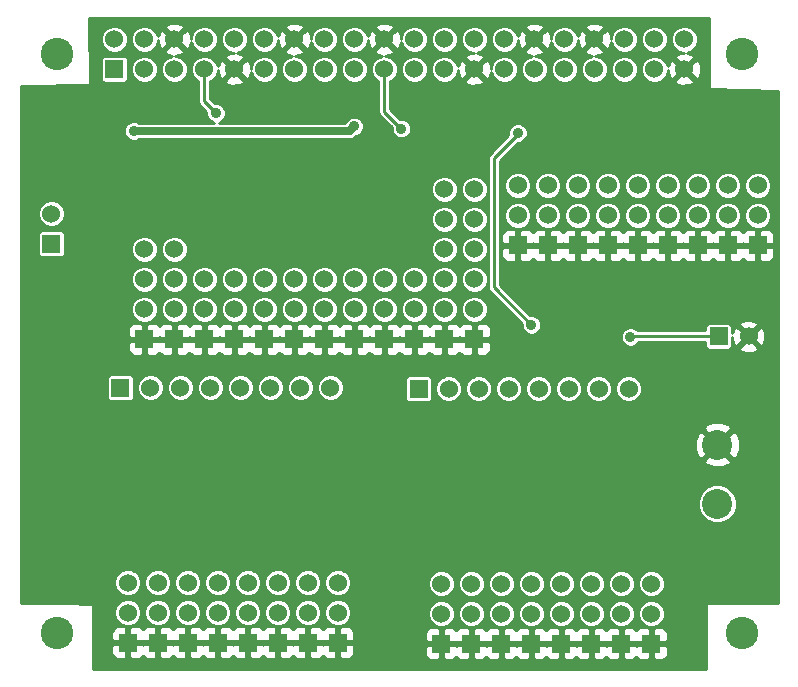
<source format=gbl>
G04 (created by PCBNEW (2013-07-07 BZR 4022)-stable) date 3/5/2015 7:40:27 AM*
%MOIN*%
G04 Gerber Fmt 3.4, Leading zero omitted, Abs format*
%FSLAX34Y34*%
G01*
G70*
G90*
G04 APERTURE LIST*
%ADD10C,0.00590551*%
%ADD11R,0.06X0.06*%
%ADD12C,0.06*%
%ADD13C,0.108268*%
%ADD14C,0.1*%
%ADD15C,0.035*%
%ADD16C,0.01*%
%ADD17C,0.025*%
G04 APERTURE END LIST*
G54D10*
G54D11*
X5295Y-10877D03*
G54D12*
X5295Y-9877D03*
X5295Y-8877D03*
X5295Y-7877D03*
G54D11*
X7295Y-10877D03*
G54D12*
X7295Y-9877D03*
X7295Y-8877D03*
G54D11*
X9295Y-10877D03*
G54D12*
X9295Y-9877D03*
X9295Y-8877D03*
G54D11*
X11295Y-10877D03*
G54D12*
X11295Y-9877D03*
X11295Y-8877D03*
G54D11*
X13295Y-10877D03*
G54D12*
X13295Y-9877D03*
X13295Y-8877D03*
G54D11*
X10295Y-10877D03*
G54D12*
X10295Y-9877D03*
X10295Y-8877D03*
G54D11*
X12295Y-10877D03*
G54D12*
X12295Y-9877D03*
X12295Y-8877D03*
G54D11*
X15295Y-10877D03*
G54D12*
X15295Y-9877D03*
X15295Y-8877D03*
X15295Y-7877D03*
X15295Y-6877D03*
X15295Y-5877D03*
G54D11*
X4295Y-10877D03*
G54D12*
X4295Y-9877D03*
X4295Y-8877D03*
X4295Y-7877D03*
G54D11*
X8295Y-10877D03*
G54D12*
X8295Y-9877D03*
X8295Y-8877D03*
G54D11*
X14295Y-10877D03*
G54D12*
X14295Y-9877D03*
X14295Y-8877D03*
X14295Y-7877D03*
X14295Y-6877D03*
X14295Y-5877D03*
G54D11*
X16750Y-7750D03*
G54D12*
X16750Y-6750D03*
X16750Y-5750D03*
G54D11*
X17750Y-7750D03*
G54D12*
X17750Y-6750D03*
X17750Y-5750D03*
G54D11*
X19750Y-7750D03*
G54D12*
X19750Y-6750D03*
X19750Y-5750D03*
G54D11*
X20750Y-7750D03*
G54D12*
X20750Y-6750D03*
X20750Y-5750D03*
G54D11*
X22750Y-7750D03*
G54D12*
X22750Y-6750D03*
X22750Y-5750D03*
G54D11*
X18750Y-7750D03*
G54D12*
X18750Y-6750D03*
X18750Y-5750D03*
G54D11*
X21750Y-7750D03*
G54D12*
X21750Y-6750D03*
X21750Y-5750D03*
G54D11*
X23750Y-7750D03*
G54D12*
X23750Y-6750D03*
X23750Y-5750D03*
G54D11*
X24750Y-7750D03*
G54D12*
X24750Y-6750D03*
X24750Y-5750D03*
G54D11*
X3295Y-1877D03*
G54D12*
X3295Y-877D03*
X8295Y-1877D03*
X4295Y-877D03*
X9295Y-1877D03*
X5295Y-877D03*
X10295Y-1877D03*
X6295Y-877D03*
X11295Y-1877D03*
X7295Y-877D03*
X12295Y-1877D03*
X8295Y-877D03*
X13295Y-1877D03*
X9295Y-877D03*
X14295Y-1877D03*
X10295Y-877D03*
X15295Y-1877D03*
X11295Y-877D03*
X16295Y-1877D03*
X12295Y-877D03*
X17295Y-1877D03*
X13295Y-877D03*
X18295Y-1877D03*
X14295Y-877D03*
X15295Y-877D03*
X19295Y-1877D03*
X16295Y-877D03*
X18295Y-877D03*
X19295Y-877D03*
X20295Y-877D03*
X21295Y-877D03*
X20295Y-1877D03*
X21295Y-1877D03*
X4295Y-1877D03*
X5295Y-1877D03*
X6295Y-1877D03*
X7295Y-1877D03*
X22295Y-1877D03*
X22295Y-877D03*
X17295Y-877D03*
G54D11*
X6295Y-10877D03*
G54D12*
X6295Y-9877D03*
X6295Y-8877D03*
X8500Y-12500D03*
X7500Y-12500D03*
G54D11*
X3500Y-12500D03*
G54D12*
X4500Y-12500D03*
X5500Y-12500D03*
X6500Y-12500D03*
X9500Y-12500D03*
X10500Y-12500D03*
G54D13*
X24212Y-20669D03*
X1377Y-20669D03*
X24212Y-1377D03*
X1377Y-1377D03*
G54D11*
X10750Y-21000D03*
G54D12*
X10750Y-20000D03*
X10750Y-19000D03*
G54D11*
X9750Y-21000D03*
G54D12*
X9750Y-20000D03*
X9750Y-19000D03*
G54D11*
X8750Y-21000D03*
G54D12*
X8750Y-20000D03*
X8750Y-19000D03*
G54D11*
X7750Y-21000D03*
G54D12*
X7750Y-20000D03*
X7750Y-19000D03*
G54D11*
X6750Y-21000D03*
G54D12*
X6750Y-20000D03*
X6750Y-19000D03*
G54D11*
X5750Y-21000D03*
G54D12*
X5750Y-20000D03*
X5750Y-19000D03*
G54D11*
X4750Y-21000D03*
G54D12*
X4750Y-20000D03*
X4750Y-19000D03*
G54D11*
X3750Y-21000D03*
G54D12*
X3750Y-20000D03*
X3750Y-19000D03*
G54D11*
X23440Y-10783D03*
G54D12*
X24440Y-10783D03*
G54D11*
X21190Y-21033D03*
G54D12*
X21190Y-20033D03*
X21190Y-19033D03*
G54D11*
X20190Y-21033D03*
G54D12*
X20190Y-20033D03*
X20190Y-19033D03*
G54D11*
X19190Y-21033D03*
G54D12*
X19190Y-20033D03*
X19190Y-19033D03*
G54D11*
X18190Y-21033D03*
G54D12*
X18190Y-20033D03*
X18190Y-19033D03*
G54D11*
X17190Y-21033D03*
G54D12*
X17190Y-20033D03*
X17190Y-19033D03*
G54D11*
X16190Y-21033D03*
G54D12*
X16190Y-20033D03*
X16190Y-19033D03*
G54D11*
X15190Y-21033D03*
G54D12*
X15190Y-20033D03*
X15190Y-19033D03*
G54D11*
X14190Y-21033D03*
G54D12*
X14190Y-20033D03*
X14190Y-19033D03*
X18440Y-12533D03*
X17440Y-12533D03*
G54D11*
X13440Y-12533D03*
G54D12*
X14440Y-12533D03*
X15440Y-12533D03*
X16440Y-12533D03*
X19440Y-12533D03*
X20440Y-12533D03*
G54D14*
X23400Y-14400D03*
X23400Y-16368D03*
G54D11*
X1200Y-7700D03*
G54D12*
X1200Y-6700D03*
G54D15*
X6692Y-3346D03*
X16750Y-4000D03*
X17200Y-10400D03*
X12860Y-3863D03*
X20500Y-10800D03*
X20800Y-16500D03*
X13100Y-21200D03*
X15800Y-16600D03*
X14000Y-15000D03*
X22000Y-9000D03*
X3225Y-14600D03*
X5300Y-16600D03*
X3940Y-3933D03*
X11290Y-3783D03*
G54D16*
X6295Y-1877D02*
X6295Y-2948D01*
X6295Y-2948D02*
X6692Y-3346D01*
X16750Y-4000D02*
X16800Y-4000D01*
X15950Y-9150D02*
X17200Y-10400D01*
X15950Y-4850D02*
X15950Y-9150D01*
X16800Y-4000D02*
X15950Y-4850D01*
X12295Y-1877D02*
X12295Y-3297D01*
X12295Y-3297D02*
X12860Y-3863D01*
X20516Y-10783D02*
X23440Y-10783D01*
X20500Y-10800D02*
X20516Y-10783D01*
G54D17*
X3944Y-3937D02*
X3940Y-3933D01*
X11137Y-3937D02*
X3944Y-3937D01*
X11137Y-3937D02*
X11290Y-3783D01*
G54D10*
G36*
X25420Y-19665D02*
X25300Y-19665D01*
X25300Y-8099D01*
X25300Y-7400D01*
X25262Y-7308D01*
X25200Y-7246D01*
X25200Y-6660D01*
X25200Y-5660D01*
X25131Y-5495D01*
X25005Y-5368D01*
X24839Y-5300D01*
X24660Y-5299D01*
X24495Y-5368D01*
X24368Y-5494D01*
X24300Y-5660D01*
X24299Y-5839D01*
X24368Y-6004D01*
X24494Y-6131D01*
X24660Y-6199D01*
X24839Y-6200D01*
X25004Y-6131D01*
X25131Y-6005D01*
X25199Y-5839D01*
X25200Y-5660D01*
X25200Y-6660D01*
X25131Y-6495D01*
X25005Y-6368D01*
X24839Y-6300D01*
X24660Y-6299D01*
X24495Y-6368D01*
X24368Y-6494D01*
X24300Y-6660D01*
X24299Y-6839D01*
X24368Y-7004D01*
X24494Y-7131D01*
X24660Y-7199D01*
X24839Y-7200D01*
X25004Y-7131D01*
X25131Y-7005D01*
X25199Y-6839D01*
X25200Y-6660D01*
X25200Y-7246D01*
X25191Y-7238D01*
X25099Y-7200D01*
X25000Y-7199D01*
X24862Y-7200D01*
X24800Y-7262D01*
X24800Y-7700D01*
X25237Y-7700D01*
X25300Y-7637D01*
X25300Y-7400D01*
X25300Y-8099D01*
X25300Y-7862D01*
X25237Y-7800D01*
X24800Y-7800D01*
X24800Y-8237D01*
X24862Y-8300D01*
X25000Y-8300D01*
X25099Y-8299D01*
X25191Y-8261D01*
X25262Y-8191D01*
X25300Y-8099D01*
X25300Y-19665D01*
X24995Y-19665D01*
X24995Y-10865D01*
X24984Y-10646D01*
X24922Y-10495D01*
X24826Y-10468D01*
X24756Y-10538D01*
X24756Y-10397D01*
X24728Y-10302D01*
X24700Y-10291D01*
X24700Y-8237D01*
X24700Y-7800D01*
X24700Y-7700D01*
X24700Y-7262D01*
X24637Y-7200D01*
X24499Y-7199D01*
X24400Y-7200D01*
X24308Y-7238D01*
X24250Y-7296D01*
X24200Y-7246D01*
X24200Y-6660D01*
X24200Y-5660D01*
X24131Y-5495D01*
X24005Y-5368D01*
X23839Y-5300D01*
X23660Y-5299D01*
X23495Y-5368D01*
X23368Y-5494D01*
X23300Y-5660D01*
X23299Y-5839D01*
X23368Y-6004D01*
X23494Y-6131D01*
X23660Y-6199D01*
X23839Y-6200D01*
X24004Y-6131D01*
X24131Y-6005D01*
X24199Y-5839D01*
X24200Y-5660D01*
X24200Y-6660D01*
X24131Y-6495D01*
X24005Y-6368D01*
X23839Y-6300D01*
X23660Y-6299D01*
X23495Y-6368D01*
X23368Y-6494D01*
X23300Y-6660D01*
X23299Y-6839D01*
X23368Y-7004D01*
X23494Y-7131D01*
X23660Y-7199D01*
X23839Y-7200D01*
X24004Y-7131D01*
X24131Y-7005D01*
X24199Y-6839D01*
X24200Y-6660D01*
X24200Y-7246D01*
X24191Y-7238D01*
X24099Y-7200D01*
X24000Y-7199D01*
X23862Y-7200D01*
X23800Y-7262D01*
X23800Y-7700D01*
X24237Y-7700D01*
X24250Y-7687D01*
X24262Y-7700D01*
X24700Y-7700D01*
X24700Y-7800D01*
X24262Y-7800D01*
X24250Y-7812D01*
X24237Y-7800D01*
X23800Y-7800D01*
X23800Y-8237D01*
X23862Y-8300D01*
X24000Y-8300D01*
X24099Y-8299D01*
X24191Y-8261D01*
X24250Y-8203D01*
X24308Y-8261D01*
X24400Y-8299D01*
X24499Y-8300D01*
X24637Y-8300D01*
X24700Y-8237D01*
X24700Y-10291D01*
X24522Y-10228D01*
X24304Y-10239D01*
X24153Y-10302D01*
X24125Y-10397D01*
X24440Y-10712D01*
X24756Y-10397D01*
X24756Y-10538D01*
X24511Y-10783D01*
X24826Y-11098D01*
X24922Y-11071D01*
X24995Y-10865D01*
X24995Y-19665D01*
X24756Y-19665D01*
X24756Y-11169D01*
X24440Y-10854D01*
X24370Y-10924D01*
X24370Y-10783D01*
X24055Y-10468D01*
X23959Y-10495D01*
X23890Y-10688D01*
X23890Y-10453D01*
X23868Y-10398D01*
X23826Y-10356D01*
X23770Y-10333D01*
X23711Y-10333D01*
X23700Y-10333D01*
X23700Y-8237D01*
X23700Y-7800D01*
X23700Y-7700D01*
X23700Y-7262D01*
X23637Y-7200D01*
X23499Y-7199D01*
X23400Y-7200D01*
X23308Y-7238D01*
X23250Y-7296D01*
X23200Y-7246D01*
X23200Y-6660D01*
X23200Y-5660D01*
X23131Y-5495D01*
X23005Y-5368D01*
X22850Y-5304D01*
X22850Y-1959D01*
X22839Y-1741D01*
X22776Y-1590D01*
X22745Y-1581D01*
X22745Y-788D01*
X22676Y-623D01*
X22550Y-496D01*
X22385Y-428D01*
X22206Y-427D01*
X22040Y-496D01*
X21914Y-622D01*
X21845Y-788D01*
X21845Y-967D01*
X21913Y-1132D01*
X22040Y-1259D01*
X22205Y-1327D01*
X22281Y-1327D01*
X22158Y-1334D01*
X22007Y-1396D01*
X21980Y-1492D01*
X22295Y-1807D01*
X22610Y-1492D01*
X22583Y-1396D01*
X22387Y-1326D01*
X22549Y-1259D01*
X22676Y-1133D01*
X22745Y-967D01*
X22745Y-788D01*
X22745Y-1581D01*
X22681Y-1562D01*
X22365Y-1877D01*
X22681Y-2193D01*
X22776Y-2165D01*
X22850Y-1959D01*
X22850Y-5304D01*
X22839Y-5300D01*
X22660Y-5299D01*
X22610Y-5320D01*
X22610Y-2263D01*
X22295Y-1948D01*
X22224Y-2019D01*
X22224Y-1877D01*
X21909Y-1562D01*
X21814Y-1590D01*
X21745Y-1782D01*
X21745Y-788D01*
X21676Y-623D01*
X21550Y-496D01*
X21385Y-428D01*
X21206Y-427D01*
X21040Y-496D01*
X20914Y-622D01*
X20845Y-788D01*
X20845Y-967D01*
X20913Y-1132D01*
X21040Y-1259D01*
X21205Y-1327D01*
X21384Y-1328D01*
X21549Y-1259D01*
X21676Y-1133D01*
X21745Y-967D01*
X21745Y-788D01*
X21745Y-1782D01*
X21744Y-1785D01*
X21676Y-1623D01*
X21550Y-1496D01*
X21385Y-1428D01*
X21206Y-1427D01*
X21040Y-1496D01*
X20914Y-1622D01*
X20845Y-1788D01*
X20845Y-1967D01*
X20913Y-2132D01*
X21040Y-2259D01*
X21205Y-2327D01*
X21384Y-2328D01*
X21549Y-2259D01*
X21676Y-2133D01*
X21745Y-1967D01*
X21745Y-1891D01*
X21751Y-2014D01*
X21814Y-2165D01*
X21909Y-2193D01*
X22224Y-1877D01*
X22224Y-2019D01*
X21980Y-2263D01*
X22007Y-2359D01*
X22213Y-2432D01*
X22432Y-2421D01*
X22583Y-2359D01*
X22610Y-2263D01*
X22610Y-5320D01*
X22495Y-5368D01*
X22368Y-5494D01*
X22300Y-5660D01*
X22299Y-5839D01*
X22368Y-6004D01*
X22494Y-6131D01*
X22660Y-6199D01*
X22839Y-6200D01*
X23004Y-6131D01*
X23131Y-6005D01*
X23199Y-5839D01*
X23200Y-5660D01*
X23200Y-6660D01*
X23131Y-6495D01*
X23005Y-6368D01*
X22839Y-6300D01*
X22660Y-6299D01*
X22495Y-6368D01*
X22368Y-6494D01*
X22300Y-6660D01*
X22299Y-6839D01*
X22368Y-7004D01*
X22494Y-7131D01*
X22660Y-7199D01*
X22839Y-7200D01*
X23004Y-7131D01*
X23131Y-7005D01*
X23199Y-6839D01*
X23200Y-6660D01*
X23200Y-7246D01*
X23191Y-7238D01*
X23099Y-7200D01*
X23000Y-7199D01*
X22862Y-7200D01*
X22800Y-7262D01*
X22800Y-7700D01*
X23237Y-7700D01*
X23250Y-7687D01*
X23262Y-7700D01*
X23700Y-7700D01*
X23700Y-7800D01*
X23262Y-7800D01*
X23250Y-7812D01*
X23237Y-7800D01*
X22800Y-7800D01*
X22800Y-8237D01*
X22862Y-8300D01*
X23000Y-8300D01*
X23099Y-8299D01*
X23191Y-8261D01*
X23250Y-8203D01*
X23308Y-8261D01*
X23400Y-8299D01*
X23499Y-8300D01*
X23637Y-8300D01*
X23700Y-8237D01*
X23700Y-10333D01*
X23111Y-10333D01*
X23056Y-10356D01*
X23013Y-10398D01*
X22990Y-10453D01*
X22990Y-10513D01*
X22990Y-10583D01*
X22700Y-10583D01*
X22700Y-8237D01*
X22700Y-7800D01*
X22700Y-7700D01*
X22700Y-7262D01*
X22637Y-7200D01*
X22499Y-7199D01*
X22400Y-7200D01*
X22308Y-7238D01*
X22250Y-7296D01*
X22200Y-7246D01*
X22200Y-6660D01*
X22200Y-5660D01*
X22131Y-5495D01*
X22005Y-5368D01*
X21839Y-5300D01*
X21660Y-5299D01*
X21495Y-5368D01*
X21368Y-5494D01*
X21300Y-5660D01*
X21299Y-5839D01*
X21368Y-6004D01*
X21494Y-6131D01*
X21660Y-6199D01*
X21839Y-6200D01*
X22004Y-6131D01*
X22131Y-6005D01*
X22199Y-5839D01*
X22200Y-5660D01*
X22200Y-6660D01*
X22131Y-6495D01*
X22005Y-6368D01*
X21839Y-6300D01*
X21660Y-6299D01*
X21495Y-6368D01*
X21368Y-6494D01*
X21300Y-6660D01*
X21299Y-6839D01*
X21368Y-7004D01*
X21494Y-7131D01*
X21660Y-7199D01*
X21839Y-7200D01*
X22004Y-7131D01*
X22131Y-7005D01*
X22199Y-6839D01*
X22200Y-6660D01*
X22200Y-7246D01*
X22191Y-7238D01*
X22099Y-7200D01*
X22000Y-7199D01*
X21862Y-7200D01*
X21800Y-7262D01*
X21800Y-7700D01*
X22237Y-7700D01*
X22250Y-7687D01*
X22262Y-7700D01*
X22700Y-7700D01*
X22700Y-7800D01*
X22262Y-7800D01*
X22250Y-7812D01*
X22237Y-7800D01*
X21800Y-7800D01*
X21800Y-8237D01*
X21862Y-8300D01*
X22000Y-8300D01*
X22099Y-8299D01*
X22191Y-8261D01*
X22250Y-8203D01*
X22308Y-8261D01*
X22400Y-8299D01*
X22499Y-8300D01*
X22637Y-8300D01*
X22700Y-8237D01*
X22700Y-10583D01*
X21700Y-10583D01*
X21700Y-8237D01*
X21700Y-7800D01*
X21700Y-7700D01*
X21700Y-7262D01*
X21637Y-7200D01*
X21499Y-7199D01*
X21400Y-7200D01*
X21308Y-7238D01*
X21250Y-7296D01*
X21200Y-7246D01*
X21200Y-6660D01*
X21200Y-5660D01*
X21131Y-5495D01*
X21005Y-5368D01*
X20839Y-5300D01*
X20745Y-5299D01*
X20745Y-1788D01*
X20745Y-788D01*
X20676Y-623D01*
X20550Y-496D01*
X20385Y-428D01*
X20206Y-427D01*
X20040Y-496D01*
X19914Y-622D01*
X19845Y-788D01*
X19845Y-864D01*
X19839Y-741D01*
X19776Y-590D01*
X19681Y-562D01*
X19610Y-633D01*
X19610Y-492D01*
X19583Y-396D01*
X19377Y-323D01*
X19158Y-334D01*
X19007Y-396D01*
X18980Y-492D01*
X19295Y-807D01*
X19610Y-492D01*
X19610Y-633D01*
X19365Y-877D01*
X19681Y-1193D01*
X19776Y-1165D01*
X19846Y-969D01*
X19913Y-1132D01*
X20040Y-1259D01*
X20205Y-1327D01*
X20384Y-1328D01*
X20549Y-1259D01*
X20676Y-1133D01*
X20745Y-967D01*
X20745Y-788D01*
X20745Y-1788D01*
X20676Y-1623D01*
X20550Y-1496D01*
X20385Y-1428D01*
X20206Y-1427D01*
X20040Y-1496D01*
X19914Y-1622D01*
X19845Y-1788D01*
X19845Y-1967D01*
X19913Y-2132D01*
X20040Y-2259D01*
X20205Y-2327D01*
X20384Y-2328D01*
X20549Y-2259D01*
X20676Y-2133D01*
X20745Y-1967D01*
X20745Y-1788D01*
X20745Y-5299D01*
X20660Y-5299D01*
X20495Y-5368D01*
X20368Y-5494D01*
X20300Y-5660D01*
X20299Y-5839D01*
X20368Y-6004D01*
X20494Y-6131D01*
X20660Y-6199D01*
X20839Y-6200D01*
X21004Y-6131D01*
X21131Y-6005D01*
X21199Y-5839D01*
X21200Y-5660D01*
X21200Y-6660D01*
X21131Y-6495D01*
X21005Y-6368D01*
X20839Y-6300D01*
X20660Y-6299D01*
X20495Y-6368D01*
X20368Y-6494D01*
X20300Y-6660D01*
X20299Y-6839D01*
X20368Y-7004D01*
X20494Y-7131D01*
X20660Y-7199D01*
X20839Y-7200D01*
X21004Y-7131D01*
X21131Y-7005D01*
X21199Y-6839D01*
X21200Y-6660D01*
X21200Y-7246D01*
X21191Y-7238D01*
X21099Y-7200D01*
X21000Y-7199D01*
X20862Y-7200D01*
X20800Y-7262D01*
X20800Y-7700D01*
X21237Y-7700D01*
X21250Y-7687D01*
X21262Y-7700D01*
X21700Y-7700D01*
X21700Y-7800D01*
X21262Y-7800D01*
X21250Y-7812D01*
X21237Y-7800D01*
X20800Y-7800D01*
X20800Y-8237D01*
X20862Y-8300D01*
X21000Y-8300D01*
X21099Y-8299D01*
X21191Y-8261D01*
X21250Y-8203D01*
X21308Y-8261D01*
X21400Y-8299D01*
X21499Y-8300D01*
X21637Y-8300D01*
X21700Y-8237D01*
X21700Y-10583D01*
X20743Y-10583D01*
X20700Y-10540D01*
X20700Y-8237D01*
X20700Y-7800D01*
X20700Y-7700D01*
X20700Y-7262D01*
X20637Y-7200D01*
X20499Y-7199D01*
X20400Y-7200D01*
X20308Y-7238D01*
X20250Y-7296D01*
X20200Y-7246D01*
X20200Y-6660D01*
X20200Y-5660D01*
X20131Y-5495D01*
X20005Y-5368D01*
X19839Y-5300D01*
X19745Y-5299D01*
X19745Y-1788D01*
X19676Y-1623D01*
X19550Y-1496D01*
X19385Y-1428D01*
X19308Y-1427D01*
X19432Y-1421D01*
X19583Y-1359D01*
X19610Y-1263D01*
X19295Y-948D01*
X19224Y-1019D01*
X19224Y-877D01*
X18909Y-562D01*
X18814Y-590D01*
X18744Y-785D01*
X18676Y-623D01*
X18550Y-496D01*
X18385Y-428D01*
X18206Y-427D01*
X18040Y-496D01*
X17914Y-622D01*
X17845Y-788D01*
X17845Y-864D01*
X17839Y-741D01*
X17776Y-590D01*
X17681Y-562D01*
X17610Y-633D01*
X17610Y-492D01*
X17583Y-396D01*
X17377Y-323D01*
X17158Y-334D01*
X17007Y-396D01*
X16980Y-492D01*
X17295Y-807D01*
X17610Y-492D01*
X17610Y-633D01*
X17365Y-877D01*
X17681Y-1193D01*
X17776Y-1165D01*
X17846Y-969D01*
X17913Y-1132D01*
X18040Y-1259D01*
X18205Y-1327D01*
X18384Y-1328D01*
X18549Y-1259D01*
X18676Y-1133D01*
X18745Y-967D01*
X18745Y-891D01*
X18751Y-1014D01*
X18814Y-1165D01*
X18909Y-1193D01*
X19224Y-877D01*
X19224Y-1019D01*
X18980Y-1263D01*
X19007Y-1359D01*
X19203Y-1429D01*
X19040Y-1496D01*
X18914Y-1622D01*
X18845Y-1788D01*
X18845Y-1967D01*
X18913Y-2132D01*
X19040Y-2259D01*
X19205Y-2327D01*
X19384Y-2328D01*
X19549Y-2259D01*
X19676Y-2133D01*
X19745Y-1967D01*
X19745Y-1788D01*
X19745Y-5299D01*
X19660Y-5299D01*
X19495Y-5368D01*
X19368Y-5494D01*
X19300Y-5660D01*
X19299Y-5839D01*
X19368Y-6004D01*
X19494Y-6131D01*
X19660Y-6199D01*
X19839Y-6200D01*
X20004Y-6131D01*
X20131Y-6005D01*
X20199Y-5839D01*
X20200Y-5660D01*
X20200Y-6660D01*
X20131Y-6495D01*
X20005Y-6368D01*
X19839Y-6300D01*
X19660Y-6299D01*
X19495Y-6368D01*
X19368Y-6494D01*
X19300Y-6660D01*
X19299Y-6839D01*
X19368Y-7004D01*
X19494Y-7131D01*
X19660Y-7199D01*
X19839Y-7200D01*
X20004Y-7131D01*
X20131Y-7005D01*
X20199Y-6839D01*
X20200Y-6660D01*
X20200Y-7246D01*
X20191Y-7238D01*
X20099Y-7200D01*
X20000Y-7199D01*
X19862Y-7200D01*
X19800Y-7262D01*
X19800Y-7700D01*
X20237Y-7700D01*
X20250Y-7687D01*
X20262Y-7700D01*
X20700Y-7700D01*
X20700Y-7800D01*
X20262Y-7800D01*
X20250Y-7812D01*
X20237Y-7800D01*
X19800Y-7800D01*
X19800Y-8237D01*
X19862Y-8300D01*
X20000Y-8300D01*
X20099Y-8299D01*
X20191Y-8261D01*
X20250Y-8203D01*
X20308Y-8261D01*
X20400Y-8299D01*
X20499Y-8300D01*
X20637Y-8300D01*
X20700Y-8237D01*
X20700Y-10540D01*
X20684Y-10524D01*
X20564Y-10475D01*
X20435Y-10474D01*
X20316Y-10524D01*
X20224Y-10615D01*
X20175Y-10735D01*
X20174Y-10864D01*
X20224Y-10983D01*
X20315Y-11075D01*
X20435Y-11124D01*
X20564Y-11125D01*
X20683Y-11075D01*
X20775Y-10984D01*
X20775Y-10983D01*
X22990Y-10983D01*
X22990Y-11113D01*
X23013Y-11168D01*
X23055Y-11210D01*
X23110Y-11233D01*
X23170Y-11233D01*
X23770Y-11233D01*
X23825Y-11210D01*
X23868Y-11168D01*
X23890Y-11113D01*
X23890Y-11053D01*
X23890Y-10797D01*
X23897Y-10920D01*
X23959Y-11071D01*
X24055Y-11098D01*
X24370Y-10783D01*
X24370Y-10924D01*
X24125Y-11169D01*
X24153Y-11264D01*
X24359Y-11338D01*
X24577Y-11327D01*
X24728Y-11264D01*
X24756Y-11169D01*
X24756Y-19665D01*
X24153Y-19665D01*
X24153Y-14529D01*
X24145Y-14231D01*
X24046Y-13991D01*
X23930Y-13940D01*
X23859Y-14010D01*
X23859Y-13869D01*
X23808Y-13753D01*
X23529Y-13646D01*
X23231Y-13654D01*
X22991Y-13753D01*
X22940Y-13869D01*
X23400Y-14329D01*
X23859Y-13869D01*
X23859Y-14010D01*
X23470Y-14400D01*
X23930Y-14859D01*
X24046Y-14808D01*
X24153Y-14529D01*
X24153Y-19665D01*
X24050Y-19665D01*
X24050Y-16239D01*
X23951Y-16000D01*
X23859Y-15909D01*
X23859Y-14930D01*
X23400Y-14470D01*
X23329Y-14541D01*
X23329Y-14400D01*
X22869Y-13940D01*
X22753Y-13991D01*
X22646Y-14270D01*
X22654Y-14568D01*
X22753Y-14808D01*
X22869Y-14859D01*
X23329Y-14400D01*
X23329Y-14541D01*
X22940Y-14930D01*
X22991Y-15046D01*
X23270Y-15153D01*
X23568Y-15145D01*
X23808Y-15046D01*
X23859Y-14930D01*
X23859Y-15909D01*
X23768Y-15817D01*
X23529Y-15718D01*
X23271Y-15718D01*
X23032Y-15817D01*
X22849Y-15999D01*
X22750Y-16238D01*
X22749Y-16497D01*
X22848Y-16736D01*
X23031Y-16919D01*
X23270Y-17018D01*
X23528Y-17018D01*
X23767Y-16919D01*
X23950Y-16737D01*
X24049Y-16498D01*
X24050Y-16239D01*
X24050Y-19665D01*
X23004Y-19665D01*
X23009Y-21877D01*
X21740Y-21877D01*
X21740Y-21382D01*
X21740Y-20683D01*
X21703Y-20592D01*
X21641Y-20529D01*
X21641Y-19944D01*
X21641Y-18944D01*
X21572Y-18778D01*
X21446Y-18652D01*
X21280Y-18583D01*
X21101Y-18583D01*
X20936Y-18651D01*
X20891Y-18697D01*
X20891Y-12444D01*
X20822Y-12278D01*
X20696Y-12152D01*
X20530Y-12083D01*
X20351Y-12083D01*
X20186Y-12151D01*
X20059Y-12278D01*
X19991Y-12443D01*
X19990Y-12622D01*
X20059Y-12788D01*
X20185Y-12914D01*
X20351Y-12983D01*
X20530Y-12983D01*
X20695Y-12915D01*
X20822Y-12788D01*
X20890Y-12623D01*
X20891Y-12444D01*
X20891Y-18697D01*
X20809Y-18778D01*
X20741Y-18943D01*
X20740Y-19122D01*
X20809Y-19288D01*
X20935Y-19414D01*
X21101Y-19483D01*
X21280Y-19483D01*
X21445Y-19415D01*
X21572Y-19288D01*
X21640Y-19123D01*
X21641Y-18944D01*
X21641Y-19944D01*
X21572Y-19778D01*
X21446Y-19652D01*
X21280Y-19583D01*
X21101Y-19583D01*
X20936Y-19651D01*
X20809Y-19778D01*
X20741Y-19943D01*
X20740Y-20122D01*
X20809Y-20288D01*
X20935Y-20414D01*
X21101Y-20483D01*
X21280Y-20483D01*
X21445Y-20415D01*
X21572Y-20288D01*
X21640Y-20123D01*
X21641Y-19944D01*
X21641Y-20529D01*
X21632Y-20521D01*
X21540Y-20483D01*
X21441Y-20483D01*
X21303Y-20483D01*
X21240Y-20545D01*
X21240Y-20983D01*
X21678Y-20983D01*
X21740Y-20920D01*
X21740Y-20683D01*
X21740Y-21382D01*
X21740Y-21145D01*
X21678Y-21083D01*
X21240Y-21083D01*
X21240Y-21520D01*
X21303Y-21583D01*
X21441Y-21583D01*
X21540Y-21583D01*
X21632Y-21545D01*
X21703Y-21474D01*
X21740Y-21382D01*
X21740Y-21877D01*
X21140Y-21877D01*
X21140Y-21520D01*
X21140Y-21083D01*
X21140Y-20983D01*
X21140Y-20545D01*
X21078Y-20483D01*
X20940Y-20483D01*
X20840Y-20483D01*
X20749Y-20521D01*
X20690Y-20579D01*
X20641Y-20529D01*
X20641Y-19944D01*
X20641Y-18944D01*
X20572Y-18778D01*
X20446Y-18652D01*
X20280Y-18583D01*
X20101Y-18583D01*
X19936Y-18651D01*
X19891Y-18697D01*
X19891Y-12444D01*
X19822Y-12278D01*
X19700Y-12156D01*
X19700Y-8237D01*
X19700Y-7800D01*
X19700Y-7700D01*
X19700Y-7262D01*
X19637Y-7200D01*
X19499Y-7199D01*
X19400Y-7200D01*
X19308Y-7238D01*
X19250Y-7296D01*
X19200Y-7246D01*
X19200Y-6660D01*
X19200Y-5660D01*
X19131Y-5495D01*
X19005Y-5368D01*
X18839Y-5300D01*
X18745Y-5299D01*
X18745Y-1788D01*
X18676Y-1623D01*
X18550Y-1496D01*
X18385Y-1428D01*
X18206Y-1427D01*
X18040Y-1496D01*
X17914Y-1622D01*
X17845Y-1788D01*
X17845Y-1967D01*
X17913Y-2132D01*
X18040Y-2259D01*
X18205Y-2327D01*
X18384Y-2328D01*
X18549Y-2259D01*
X18676Y-2133D01*
X18745Y-1967D01*
X18745Y-1788D01*
X18745Y-5299D01*
X18660Y-5299D01*
X18495Y-5368D01*
X18368Y-5494D01*
X18300Y-5660D01*
X18299Y-5839D01*
X18368Y-6004D01*
X18494Y-6131D01*
X18660Y-6199D01*
X18839Y-6200D01*
X19004Y-6131D01*
X19131Y-6005D01*
X19199Y-5839D01*
X19200Y-5660D01*
X19200Y-6660D01*
X19131Y-6495D01*
X19005Y-6368D01*
X18839Y-6300D01*
X18660Y-6299D01*
X18495Y-6368D01*
X18368Y-6494D01*
X18300Y-6660D01*
X18299Y-6839D01*
X18368Y-7004D01*
X18494Y-7131D01*
X18660Y-7199D01*
X18839Y-7200D01*
X19004Y-7131D01*
X19131Y-7005D01*
X19199Y-6839D01*
X19200Y-6660D01*
X19200Y-7246D01*
X19191Y-7238D01*
X19099Y-7200D01*
X19000Y-7199D01*
X18862Y-7200D01*
X18800Y-7262D01*
X18800Y-7700D01*
X19237Y-7700D01*
X19250Y-7687D01*
X19262Y-7700D01*
X19700Y-7700D01*
X19700Y-7800D01*
X19262Y-7800D01*
X19250Y-7812D01*
X19237Y-7800D01*
X18800Y-7800D01*
X18800Y-8237D01*
X18862Y-8300D01*
X19000Y-8300D01*
X19099Y-8299D01*
X19191Y-8261D01*
X19250Y-8203D01*
X19308Y-8261D01*
X19400Y-8299D01*
X19499Y-8300D01*
X19637Y-8300D01*
X19700Y-8237D01*
X19700Y-12156D01*
X19696Y-12152D01*
X19530Y-12083D01*
X19351Y-12083D01*
X19186Y-12151D01*
X19059Y-12278D01*
X18991Y-12443D01*
X18990Y-12622D01*
X19059Y-12788D01*
X19185Y-12914D01*
X19351Y-12983D01*
X19530Y-12983D01*
X19695Y-12915D01*
X19822Y-12788D01*
X19890Y-12623D01*
X19891Y-12444D01*
X19891Y-18697D01*
X19809Y-18778D01*
X19741Y-18943D01*
X19740Y-19122D01*
X19809Y-19288D01*
X19935Y-19414D01*
X20101Y-19483D01*
X20280Y-19483D01*
X20445Y-19415D01*
X20572Y-19288D01*
X20640Y-19123D01*
X20641Y-18944D01*
X20641Y-19944D01*
X20572Y-19778D01*
X20446Y-19652D01*
X20280Y-19583D01*
X20101Y-19583D01*
X19936Y-19651D01*
X19809Y-19778D01*
X19741Y-19943D01*
X19740Y-20122D01*
X19809Y-20288D01*
X19935Y-20414D01*
X20101Y-20483D01*
X20280Y-20483D01*
X20445Y-20415D01*
X20572Y-20288D01*
X20640Y-20123D01*
X20641Y-19944D01*
X20641Y-20529D01*
X20632Y-20521D01*
X20540Y-20483D01*
X20441Y-20483D01*
X20303Y-20483D01*
X20240Y-20545D01*
X20240Y-20983D01*
X20678Y-20983D01*
X20690Y-20970D01*
X20703Y-20983D01*
X21140Y-20983D01*
X21140Y-21083D01*
X20703Y-21083D01*
X20690Y-21095D01*
X20678Y-21083D01*
X20240Y-21083D01*
X20240Y-21520D01*
X20303Y-21583D01*
X20441Y-21583D01*
X20540Y-21583D01*
X20632Y-21545D01*
X20690Y-21486D01*
X20749Y-21545D01*
X20840Y-21583D01*
X20940Y-21583D01*
X21078Y-21583D01*
X21140Y-21520D01*
X21140Y-21877D01*
X20140Y-21877D01*
X20140Y-21520D01*
X20140Y-21083D01*
X20140Y-20983D01*
X20140Y-20545D01*
X20078Y-20483D01*
X19940Y-20483D01*
X19840Y-20483D01*
X19749Y-20521D01*
X19690Y-20579D01*
X19641Y-20529D01*
X19641Y-19944D01*
X19641Y-18944D01*
X19572Y-18778D01*
X19446Y-18652D01*
X19280Y-18583D01*
X19101Y-18583D01*
X18936Y-18651D01*
X18891Y-18697D01*
X18891Y-12444D01*
X18822Y-12278D01*
X18700Y-12156D01*
X18700Y-8237D01*
X18700Y-7800D01*
X18700Y-7700D01*
X18700Y-7262D01*
X18637Y-7200D01*
X18499Y-7199D01*
X18400Y-7200D01*
X18308Y-7238D01*
X18250Y-7296D01*
X18200Y-7246D01*
X18200Y-6660D01*
X18200Y-5660D01*
X18131Y-5495D01*
X18005Y-5368D01*
X17839Y-5300D01*
X17745Y-5299D01*
X17745Y-1788D01*
X17676Y-1623D01*
X17550Y-1496D01*
X17385Y-1428D01*
X17308Y-1427D01*
X17432Y-1421D01*
X17583Y-1359D01*
X17610Y-1263D01*
X17295Y-948D01*
X17224Y-1019D01*
X17224Y-877D01*
X16909Y-562D01*
X16814Y-590D01*
X16744Y-785D01*
X16676Y-623D01*
X16550Y-496D01*
X16385Y-428D01*
X16206Y-427D01*
X16040Y-496D01*
X15914Y-622D01*
X15845Y-788D01*
X15845Y-967D01*
X15913Y-1132D01*
X16040Y-1259D01*
X16205Y-1327D01*
X16384Y-1328D01*
X16549Y-1259D01*
X16676Y-1133D01*
X16745Y-967D01*
X16745Y-891D01*
X16751Y-1014D01*
X16814Y-1165D01*
X16909Y-1193D01*
X17224Y-877D01*
X17224Y-1019D01*
X16980Y-1263D01*
X17007Y-1359D01*
X17203Y-1429D01*
X17040Y-1496D01*
X16914Y-1622D01*
X16845Y-1788D01*
X16845Y-1967D01*
X16913Y-2132D01*
X17040Y-2259D01*
X17205Y-2327D01*
X17384Y-2328D01*
X17549Y-2259D01*
X17676Y-2133D01*
X17745Y-1967D01*
X17745Y-1788D01*
X17745Y-5299D01*
X17660Y-5299D01*
X17495Y-5368D01*
X17368Y-5494D01*
X17300Y-5660D01*
X17299Y-5839D01*
X17368Y-6004D01*
X17494Y-6131D01*
X17660Y-6199D01*
X17839Y-6200D01*
X18004Y-6131D01*
X18131Y-6005D01*
X18199Y-5839D01*
X18200Y-5660D01*
X18200Y-6660D01*
X18131Y-6495D01*
X18005Y-6368D01*
X17839Y-6300D01*
X17660Y-6299D01*
X17495Y-6368D01*
X17368Y-6494D01*
X17300Y-6660D01*
X17299Y-6839D01*
X17368Y-7004D01*
X17494Y-7131D01*
X17660Y-7199D01*
X17839Y-7200D01*
X18004Y-7131D01*
X18131Y-7005D01*
X18199Y-6839D01*
X18200Y-6660D01*
X18200Y-7246D01*
X18191Y-7238D01*
X18099Y-7200D01*
X18000Y-7199D01*
X17862Y-7200D01*
X17800Y-7262D01*
X17800Y-7700D01*
X18237Y-7700D01*
X18250Y-7687D01*
X18262Y-7700D01*
X18700Y-7700D01*
X18700Y-7800D01*
X18262Y-7800D01*
X18250Y-7812D01*
X18237Y-7800D01*
X17800Y-7800D01*
X17800Y-8237D01*
X17862Y-8300D01*
X18000Y-8300D01*
X18099Y-8299D01*
X18191Y-8261D01*
X18250Y-8203D01*
X18308Y-8261D01*
X18400Y-8299D01*
X18499Y-8300D01*
X18637Y-8300D01*
X18700Y-8237D01*
X18700Y-12156D01*
X18696Y-12152D01*
X18530Y-12083D01*
X18351Y-12083D01*
X18186Y-12151D01*
X18059Y-12278D01*
X17991Y-12443D01*
X17990Y-12622D01*
X18059Y-12788D01*
X18185Y-12914D01*
X18351Y-12983D01*
X18530Y-12983D01*
X18695Y-12915D01*
X18822Y-12788D01*
X18890Y-12623D01*
X18891Y-12444D01*
X18891Y-18697D01*
X18809Y-18778D01*
X18741Y-18943D01*
X18740Y-19122D01*
X18809Y-19288D01*
X18935Y-19414D01*
X19101Y-19483D01*
X19280Y-19483D01*
X19445Y-19415D01*
X19572Y-19288D01*
X19640Y-19123D01*
X19641Y-18944D01*
X19641Y-19944D01*
X19572Y-19778D01*
X19446Y-19652D01*
X19280Y-19583D01*
X19101Y-19583D01*
X18936Y-19651D01*
X18809Y-19778D01*
X18741Y-19943D01*
X18740Y-20122D01*
X18809Y-20288D01*
X18935Y-20414D01*
X19101Y-20483D01*
X19280Y-20483D01*
X19445Y-20415D01*
X19572Y-20288D01*
X19640Y-20123D01*
X19641Y-19944D01*
X19641Y-20529D01*
X19632Y-20521D01*
X19540Y-20483D01*
X19441Y-20483D01*
X19303Y-20483D01*
X19240Y-20545D01*
X19240Y-20983D01*
X19678Y-20983D01*
X19690Y-20970D01*
X19703Y-20983D01*
X20140Y-20983D01*
X20140Y-21083D01*
X19703Y-21083D01*
X19690Y-21095D01*
X19678Y-21083D01*
X19240Y-21083D01*
X19240Y-21520D01*
X19303Y-21583D01*
X19441Y-21583D01*
X19540Y-21583D01*
X19632Y-21545D01*
X19690Y-21486D01*
X19749Y-21545D01*
X19840Y-21583D01*
X19940Y-21583D01*
X20078Y-21583D01*
X20140Y-21520D01*
X20140Y-21877D01*
X19140Y-21877D01*
X19140Y-21520D01*
X19140Y-21083D01*
X19140Y-20983D01*
X19140Y-20545D01*
X19078Y-20483D01*
X18940Y-20483D01*
X18840Y-20483D01*
X18749Y-20521D01*
X18690Y-20579D01*
X18641Y-20529D01*
X18641Y-19944D01*
X18641Y-18944D01*
X18572Y-18778D01*
X18446Y-18652D01*
X18280Y-18583D01*
X18101Y-18583D01*
X17936Y-18651D01*
X17891Y-18697D01*
X17891Y-12444D01*
X17822Y-12278D01*
X17700Y-12156D01*
X17700Y-8237D01*
X17700Y-7800D01*
X17700Y-7700D01*
X17700Y-7262D01*
X17637Y-7200D01*
X17499Y-7199D01*
X17400Y-7200D01*
X17308Y-7238D01*
X17250Y-7296D01*
X17200Y-7246D01*
X17200Y-6660D01*
X17200Y-5660D01*
X17131Y-5495D01*
X17005Y-5368D01*
X16839Y-5300D01*
X16660Y-5299D01*
X16495Y-5368D01*
X16368Y-5494D01*
X16300Y-5660D01*
X16299Y-5839D01*
X16368Y-6004D01*
X16494Y-6131D01*
X16660Y-6199D01*
X16839Y-6200D01*
X17004Y-6131D01*
X17131Y-6005D01*
X17199Y-5839D01*
X17200Y-5660D01*
X17200Y-6660D01*
X17131Y-6495D01*
X17005Y-6368D01*
X16839Y-6300D01*
X16660Y-6299D01*
X16495Y-6368D01*
X16368Y-6494D01*
X16300Y-6660D01*
X16299Y-6839D01*
X16368Y-7004D01*
X16494Y-7131D01*
X16660Y-7199D01*
X16839Y-7200D01*
X17004Y-7131D01*
X17131Y-7005D01*
X17199Y-6839D01*
X17200Y-6660D01*
X17200Y-7246D01*
X17191Y-7238D01*
X17099Y-7200D01*
X17000Y-7199D01*
X16862Y-7200D01*
X16800Y-7262D01*
X16800Y-7700D01*
X17237Y-7700D01*
X17250Y-7687D01*
X17262Y-7700D01*
X17700Y-7700D01*
X17700Y-7800D01*
X17262Y-7800D01*
X17250Y-7812D01*
X17237Y-7800D01*
X16800Y-7800D01*
X16800Y-8237D01*
X16862Y-8300D01*
X17000Y-8300D01*
X17099Y-8299D01*
X17191Y-8261D01*
X17250Y-8203D01*
X17308Y-8261D01*
X17400Y-8299D01*
X17499Y-8300D01*
X17637Y-8300D01*
X17700Y-8237D01*
X17700Y-12156D01*
X17696Y-12152D01*
X17530Y-12083D01*
X17525Y-12083D01*
X17525Y-10335D01*
X17475Y-10216D01*
X17384Y-10124D01*
X17264Y-10075D01*
X17157Y-10074D01*
X16700Y-9617D01*
X16700Y-8237D01*
X16700Y-7800D01*
X16700Y-7700D01*
X16700Y-7262D01*
X16637Y-7200D01*
X16499Y-7199D01*
X16400Y-7200D01*
X16308Y-7238D01*
X16237Y-7308D01*
X16199Y-7400D01*
X16200Y-7637D01*
X16262Y-7700D01*
X16700Y-7700D01*
X16700Y-7800D01*
X16262Y-7800D01*
X16200Y-7862D01*
X16199Y-8099D01*
X16237Y-8191D01*
X16308Y-8261D01*
X16400Y-8299D01*
X16499Y-8300D01*
X16637Y-8300D01*
X16700Y-8237D01*
X16700Y-9617D01*
X16150Y-9067D01*
X16150Y-4932D01*
X16757Y-4325D01*
X16814Y-4325D01*
X16933Y-4275D01*
X17025Y-4184D01*
X17074Y-4064D01*
X17075Y-3935D01*
X17025Y-3816D01*
X16934Y-3724D01*
X16814Y-3675D01*
X16745Y-3674D01*
X16745Y-1788D01*
X16676Y-1623D01*
X16550Y-1496D01*
X16385Y-1428D01*
X16206Y-1427D01*
X16040Y-1496D01*
X15914Y-1622D01*
X15845Y-1788D01*
X15845Y-1864D01*
X15839Y-1741D01*
X15776Y-1590D01*
X15745Y-1581D01*
X15745Y-788D01*
X15676Y-623D01*
X15550Y-496D01*
X15385Y-428D01*
X15206Y-427D01*
X15040Y-496D01*
X14914Y-622D01*
X14845Y-788D01*
X14845Y-967D01*
X14913Y-1132D01*
X15040Y-1259D01*
X15205Y-1327D01*
X15281Y-1327D01*
X15158Y-1334D01*
X15007Y-1396D01*
X14980Y-1492D01*
X15295Y-1807D01*
X15610Y-1492D01*
X15583Y-1396D01*
X15387Y-1326D01*
X15549Y-1259D01*
X15676Y-1133D01*
X15745Y-967D01*
X15745Y-788D01*
X15745Y-1581D01*
X15681Y-1562D01*
X15365Y-1877D01*
X15681Y-2193D01*
X15776Y-2165D01*
X15846Y-1969D01*
X15913Y-2132D01*
X16040Y-2259D01*
X16205Y-2327D01*
X16384Y-2328D01*
X16549Y-2259D01*
X16676Y-2133D01*
X16745Y-1967D01*
X16745Y-1788D01*
X16745Y-3674D01*
X16685Y-3674D01*
X16566Y-3724D01*
X16474Y-3815D01*
X16425Y-3935D01*
X16424Y-4064D01*
X16433Y-4084D01*
X15808Y-4708D01*
X15765Y-4773D01*
X15750Y-4850D01*
X15750Y-9150D01*
X15765Y-9226D01*
X15808Y-9291D01*
X16875Y-10357D01*
X16874Y-10464D01*
X16924Y-10583D01*
X17015Y-10675D01*
X17135Y-10724D01*
X17264Y-10725D01*
X17383Y-10675D01*
X17475Y-10584D01*
X17524Y-10464D01*
X17525Y-10335D01*
X17525Y-12083D01*
X17351Y-12083D01*
X17186Y-12151D01*
X17059Y-12278D01*
X16991Y-12443D01*
X16990Y-12622D01*
X17059Y-12788D01*
X17185Y-12914D01*
X17351Y-12983D01*
X17530Y-12983D01*
X17695Y-12915D01*
X17822Y-12788D01*
X17890Y-12623D01*
X17891Y-12444D01*
X17891Y-18697D01*
X17809Y-18778D01*
X17741Y-18943D01*
X17740Y-19122D01*
X17809Y-19288D01*
X17935Y-19414D01*
X18101Y-19483D01*
X18280Y-19483D01*
X18445Y-19415D01*
X18572Y-19288D01*
X18640Y-19123D01*
X18641Y-18944D01*
X18641Y-19944D01*
X18572Y-19778D01*
X18446Y-19652D01*
X18280Y-19583D01*
X18101Y-19583D01*
X17936Y-19651D01*
X17809Y-19778D01*
X17741Y-19943D01*
X17740Y-20122D01*
X17809Y-20288D01*
X17935Y-20414D01*
X18101Y-20483D01*
X18280Y-20483D01*
X18445Y-20415D01*
X18572Y-20288D01*
X18640Y-20123D01*
X18641Y-19944D01*
X18641Y-20529D01*
X18632Y-20521D01*
X18540Y-20483D01*
X18441Y-20483D01*
X18303Y-20483D01*
X18240Y-20545D01*
X18240Y-20983D01*
X18678Y-20983D01*
X18690Y-20970D01*
X18703Y-20983D01*
X19140Y-20983D01*
X19140Y-21083D01*
X18703Y-21083D01*
X18690Y-21095D01*
X18678Y-21083D01*
X18240Y-21083D01*
X18240Y-21520D01*
X18303Y-21583D01*
X18441Y-21583D01*
X18540Y-21583D01*
X18632Y-21545D01*
X18690Y-21486D01*
X18749Y-21545D01*
X18840Y-21583D01*
X18940Y-21583D01*
X19078Y-21583D01*
X19140Y-21520D01*
X19140Y-21877D01*
X18140Y-21877D01*
X18140Y-21520D01*
X18140Y-21083D01*
X18140Y-20983D01*
X18140Y-20545D01*
X18078Y-20483D01*
X17940Y-20483D01*
X17840Y-20483D01*
X17749Y-20521D01*
X17690Y-20579D01*
X17641Y-20529D01*
X17641Y-19944D01*
X17641Y-18944D01*
X17572Y-18778D01*
X17446Y-18652D01*
X17280Y-18583D01*
X17101Y-18583D01*
X16936Y-18651D01*
X16891Y-18697D01*
X16891Y-12444D01*
X16822Y-12278D01*
X16696Y-12152D01*
X16530Y-12083D01*
X16351Y-12083D01*
X16186Y-12151D01*
X16059Y-12278D01*
X15991Y-12443D01*
X15990Y-12622D01*
X16059Y-12788D01*
X16185Y-12914D01*
X16351Y-12983D01*
X16530Y-12983D01*
X16695Y-12915D01*
X16822Y-12788D01*
X16890Y-12623D01*
X16891Y-12444D01*
X16891Y-18697D01*
X16809Y-18778D01*
X16741Y-18943D01*
X16740Y-19122D01*
X16809Y-19288D01*
X16935Y-19414D01*
X17101Y-19483D01*
X17280Y-19483D01*
X17445Y-19415D01*
X17572Y-19288D01*
X17640Y-19123D01*
X17641Y-18944D01*
X17641Y-19944D01*
X17572Y-19778D01*
X17446Y-19652D01*
X17280Y-19583D01*
X17101Y-19583D01*
X16936Y-19651D01*
X16809Y-19778D01*
X16741Y-19943D01*
X16740Y-20122D01*
X16809Y-20288D01*
X16935Y-20414D01*
X17101Y-20483D01*
X17280Y-20483D01*
X17445Y-20415D01*
X17572Y-20288D01*
X17640Y-20123D01*
X17641Y-19944D01*
X17641Y-20529D01*
X17632Y-20521D01*
X17540Y-20483D01*
X17441Y-20483D01*
X17303Y-20483D01*
X17240Y-20545D01*
X17240Y-20983D01*
X17678Y-20983D01*
X17690Y-20970D01*
X17703Y-20983D01*
X18140Y-20983D01*
X18140Y-21083D01*
X17703Y-21083D01*
X17690Y-21095D01*
X17678Y-21083D01*
X17240Y-21083D01*
X17240Y-21520D01*
X17303Y-21583D01*
X17441Y-21583D01*
X17540Y-21583D01*
X17632Y-21545D01*
X17690Y-21486D01*
X17749Y-21545D01*
X17840Y-21583D01*
X17940Y-21583D01*
X18078Y-21583D01*
X18140Y-21520D01*
X18140Y-21877D01*
X17140Y-21877D01*
X17140Y-21520D01*
X17140Y-21083D01*
X17140Y-20983D01*
X17140Y-20545D01*
X17078Y-20483D01*
X16940Y-20483D01*
X16840Y-20483D01*
X16749Y-20521D01*
X16690Y-20579D01*
X16641Y-20529D01*
X16641Y-19944D01*
X16641Y-18944D01*
X16572Y-18778D01*
X16446Y-18652D01*
X16280Y-18583D01*
X16101Y-18583D01*
X15936Y-18651D01*
X15891Y-18697D01*
X15891Y-12444D01*
X15845Y-12333D01*
X15845Y-11227D01*
X15845Y-10528D01*
X15807Y-10436D01*
X15745Y-10374D01*
X15745Y-9788D01*
X15745Y-8788D01*
X15745Y-7788D01*
X15745Y-6788D01*
X15745Y-5788D01*
X15676Y-5623D01*
X15610Y-5556D01*
X15610Y-2263D01*
X15295Y-1948D01*
X15224Y-2019D01*
X15224Y-1877D01*
X14909Y-1562D01*
X14814Y-1590D01*
X14745Y-1782D01*
X14745Y-788D01*
X14676Y-623D01*
X14550Y-496D01*
X14385Y-428D01*
X14206Y-427D01*
X14040Y-496D01*
X13914Y-622D01*
X13845Y-788D01*
X13845Y-967D01*
X13913Y-1132D01*
X14040Y-1259D01*
X14205Y-1327D01*
X14384Y-1328D01*
X14549Y-1259D01*
X14676Y-1133D01*
X14745Y-967D01*
X14745Y-788D01*
X14745Y-1782D01*
X14744Y-1785D01*
X14676Y-1623D01*
X14550Y-1496D01*
X14385Y-1428D01*
X14206Y-1427D01*
X14040Y-1496D01*
X13914Y-1622D01*
X13845Y-1788D01*
X13845Y-1967D01*
X13913Y-2132D01*
X14040Y-2259D01*
X14205Y-2327D01*
X14384Y-2328D01*
X14549Y-2259D01*
X14676Y-2133D01*
X14745Y-1967D01*
X14745Y-1891D01*
X14751Y-2014D01*
X14814Y-2165D01*
X14909Y-2193D01*
X15224Y-1877D01*
X15224Y-2019D01*
X14980Y-2263D01*
X15007Y-2359D01*
X15213Y-2432D01*
X15432Y-2421D01*
X15583Y-2359D01*
X15610Y-2263D01*
X15610Y-5556D01*
X15550Y-5496D01*
X15385Y-5428D01*
X15206Y-5427D01*
X15040Y-5496D01*
X14914Y-5622D01*
X14845Y-5788D01*
X14845Y-5967D01*
X14913Y-6132D01*
X15040Y-6259D01*
X15205Y-6327D01*
X15384Y-6328D01*
X15549Y-6259D01*
X15676Y-6133D01*
X15745Y-5967D01*
X15745Y-5788D01*
X15745Y-6788D01*
X15676Y-6623D01*
X15550Y-6496D01*
X15385Y-6428D01*
X15206Y-6427D01*
X15040Y-6496D01*
X14914Y-6622D01*
X14845Y-6788D01*
X14845Y-6967D01*
X14913Y-7132D01*
X15040Y-7259D01*
X15205Y-7327D01*
X15384Y-7328D01*
X15549Y-7259D01*
X15676Y-7133D01*
X15745Y-6967D01*
X15745Y-6788D01*
X15745Y-7788D01*
X15676Y-7623D01*
X15550Y-7496D01*
X15385Y-7428D01*
X15206Y-7427D01*
X15040Y-7496D01*
X14914Y-7622D01*
X14845Y-7788D01*
X14845Y-7967D01*
X14913Y-8132D01*
X15040Y-8259D01*
X15205Y-8327D01*
X15384Y-8328D01*
X15549Y-8259D01*
X15676Y-8133D01*
X15745Y-7967D01*
X15745Y-7788D01*
X15745Y-8788D01*
X15676Y-8623D01*
X15550Y-8496D01*
X15385Y-8428D01*
X15206Y-8427D01*
X15040Y-8496D01*
X14914Y-8622D01*
X14845Y-8788D01*
X14845Y-8967D01*
X14913Y-9132D01*
X15040Y-9259D01*
X15205Y-9327D01*
X15384Y-9328D01*
X15549Y-9259D01*
X15676Y-9133D01*
X15745Y-8967D01*
X15745Y-8788D01*
X15745Y-9788D01*
X15676Y-9623D01*
X15550Y-9496D01*
X15385Y-9428D01*
X15206Y-9427D01*
X15040Y-9496D01*
X14914Y-9622D01*
X14845Y-9788D01*
X14845Y-9967D01*
X14913Y-10132D01*
X15040Y-10259D01*
X15205Y-10327D01*
X15384Y-10328D01*
X15549Y-10259D01*
X15676Y-10133D01*
X15745Y-9967D01*
X15745Y-9788D01*
X15745Y-10374D01*
X15737Y-10366D01*
X15645Y-10327D01*
X15545Y-10327D01*
X15407Y-10327D01*
X15345Y-10390D01*
X15345Y-10827D01*
X15782Y-10827D01*
X15845Y-10765D01*
X15845Y-10528D01*
X15845Y-11227D01*
X15845Y-10990D01*
X15782Y-10927D01*
X15345Y-10927D01*
X15345Y-11365D01*
X15407Y-11427D01*
X15545Y-11427D01*
X15645Y-11427D01*
X15737Y-11389D01*
X15807Y-11319D01*
X15845Y-11227D01*
X15845Y-12333D01*
X15822Y-12278D01*
X15696Y-12152D01*
X15530Y-12083D01*
X15351Y-12083D01*
X15245Y-12127D01*
X15245Y-11365D01*
X15245Y-10927D01*
X15245Y-10827D01*
X15245Y-10390D01*
X15182Y-10327D01*
X15044Y-10327D01*
X14945Y-10327D01*
X14853Y-10366D01*
X14795Y-10424D01*
X14745Y-10374D01*
X14745Y-9788D01*
X14745Y-8788D01*
X14745Y-7788D01*
X14745Y-6788D01*
X14745Y-5788D01*
X14676Y-5623D01*
X14550Y-5496D01*
X14385Y-5428D01*
X14206Y-5427D01*
X14040Y-5496D01*
X13914Y-5622D01*
X13845Y-5788D01*
X13845Y-5967D01*
X13913Y-6132D01*
X14040Y-6259D01*
X14205Y-6327D01*
X14384Y-6328D01*
X14549Y-6259D01*
X14676Y-6133D01*
X14745Y-5967D01*
X14745Y-5788D01*
X14745Y-6788D01*
X14676Y-6623D01*
X14550Y-6496D01*
X14385Y-6428D01*
X14206Y-6427D01*
X14040Y-6496D01*
X13914Y-6622D01*
X13845Y-6788D01*
X13845Y-6967D01*
X13913Y-7132D01*
X14040Y-7259D01*
X14205Y-7327D01*
X14384Y-7328D01*
X14549Y-7259D01*
X14676Y-7133D01*
X14745Y-6967D01*
X14745Y-6788D01*
X14745Y-7788D01*
X14676Y-7623D01*
X14550Y-7496D01*
X14385Y-7428D01*
X14206Y-7427D01*
X14040Y-7496D01*
X13914Y-7622D01*
X13845Y-7788D01*
X13845Y-7967D01*
X13913Y-8132D01*
X14040Y-8259D01*
X14205Y-8327D01*
X14384Y-8328D01*
X14549Y-8259D01*
X14676Y-8133D01*
X14745Y-7967D01*
X14745Y-7788D01*
X14745Y-8788D01*
X14676Y-8623D01*
X14550Y-8496D01*
X14385Y-8428D01*
X14206Y-8427D01*
X14040Y-8496D01*
X13914Y-8622D01*
X13845Y-8788D01*
X13845Y-8967D01*
X13913Y-9132D01*
X14040Y-9259D01*
X14205Y-9327D01*
X14384Y-9328D01*
X14549Y-9259D01*
X14676Y-9133D01*
X14745Y-8967D01*
X14745Y-8788D01*
X14745Y-9788D01*
X14676Y-9623D01*
X14550Y-9496D01*
X14385Y-9428D01*
X14206Y-9427D01*
X14040Y-9496D01*
X13914Y-9622D01*
X13845Y-9788D01*
X13845Y-9967D01*
X13913Y-10132D01*
X14040Y-10259D01*
X14205Y-10327D01*
X14384Y-10328D01*
X14549Y-10259D01*
X14676Y-10133D01*
X14745Y-9967D01*
X14745Y-9788D01*
X14745Y-10374D01*
X14737Y-10366D01*
X14645Y-10327D01*
X14545Y-10327D01*
X14407Y-10327D01*
X14345Y-10390D01*
X14345Y-10827D01*
X14782Y-10827D01*
X14795Y-10815D01*
X14807Y-10827D01*
X15245Y-10827D01*
X15245Y-10927D01*
X14807Y-10927D01*
X14795Y-10940D01*
X14782Y-10927D01*
X14345Y-10927D01*
X14345Y-11365D01*
X14407Y-11427D01*
X14545Y-11427D01*
X14645Y-11427D01*
X14737Y-11389D01*
X14795Y-11331D01*
X14853Y-11389D01*
X14945Y-11427D01*
X15044Y-11427D01*
X15182Y-11427D01*
X15245Y-11365D01*
X15245Y-12127D01*
X15186Y-12151D01*
X15059Y-12278D01*
X14991Y-12443D01*
X14990Y-12622D01*
X15059Y-12788D01*
X15185Y-12914D01*
X15351Y-12983D01*
X15530Y-12983D01*
X15695Y-12915D01*
X15822Y-12788D01*
X15890Y-12623D01*
X15891Y-12444D01*
X15891Y-18697D01*
X15809Y-18778D01*
X15741Y-18943D01*
X15740Y-19122D01*
X15809Y-19288D01*
X15935Y-19414D01*
X16101Y-19483D01*
X16280Y-19483D01*
X16445Y-19415D01*
X16572Y-19288D01*
X16640Y-19123D01*
X16641Y-18944D01*
X16641Y-19944D01*
X16572Y-19778D01*
X16446Y-19652D01*
X16280Y-19583D01*
X16101Y-19583D01*
X15936Y-19651D01*
X15809Y-19778D01*
X15741Y-19943D01*
X15740Y-20122D01*
X15809Y-20288D01*
X15935Y-20414D01*
X16101Y-20483D01*
X16280Y-20483D01*
X16445Y-20415D01*
X16572Y-20288D01*
X16640Y-20123D01*
X16641Y-19944D01*
X16641Y-20529D01*
X16632Y-20521D01*
X16540Y-20483D01*
X16441Y-20483D01*
X16303Y-20483D01*
X16240Y-20545D01*
X16240Y-20983D01*
X16678Y-20983D01*
X16690Y-20970D01*
X16703Y-20983D01*
X17140Y-20983D01*
X17140Y-21083D01*
X16703Y-21083D01*
X16690Y-21095D01*
X16678Y-21083D01*
X16240Y-21083D01*
X16240Y-21520D01*
X16303Y-21583D01*
X16441Y-21583D01*
X16540Y-21583D01*
X16632Y-21545D01*
X16690Y-21486D01*
X16749Y-21545D01*
X16840Y-21583D01*
X16940Y-21583D01*
X17078Y-21583D01*
X17140Y-21520D01*
X17140Y-21877D01*
X16140Y-21877D01*
X16140Y-21520D01*
X16140Y-21083D01*
X16140Y-20983D01*
X16140Y-20545D01*
X16078Y-20483D01*
X15940Y-20483D01*
X15840Y-20483D01*
X15749Y-20521D01*
X15690Y-20579D01*
X15641Y-20529D01*
X15641Y-19944D01*
X15641Y-18944D01*
X15572Y-18778D01*
X15446Y-18652D01*
X15280Y-18583D01*
X15101Y-18583D01*
X14936Y-18651D01*
X14891Y-18697D01*
X14891Y-12444D01*
X14822Y-12278D01*
X14696Y-12152D01*
X14530Y-12083D01*
X14351Y-12083D01*
X14245Y-12127D01*
X14245Y-11365D01*
X14245Y-10927D01*
X14245Y-10827D01*
X14245Y-10390D01*
X14182Y-10327D01*
X14044Y-10327D01*
X13945Y-10327D01*
X13853Y-10366D01*
X13795Y-10424D01*
X13745Y-10374D01*
X13745Y-9788D01*
X13745Y-8788D01*
X13745Y-1788D01*
X13745Y-788D01*
X13676Y-623D01*
X13550Y-496D01*
X13385Y-428D01*
X13206Y-427D01*
X13040Y-496D01*
X12914Y-622D01*
X12845Y-788D01*
X12845Y-864D01*
X12839Y-741D01*
X12776Y-590D01*
X12681Y-562D01*
X12610Y-633D01*
X12610Y-492D01*
X12583Y-396D01*
X12377Y-323D01*
X12158Y-334D01*
X12007Y-396D01*
X11980Y-492D01*
X12295Y-807D01*
X12610Y-492D01*
X12610Y-633D01*
X12365Y-877D01*
X12681Y-1193D01*
X12776Y-1165D01*
X12846Y-969D01*
X12913Y-1132D01*
X13040Y-1259D01*
X13205Y-1327D01*
X13384Y-1328D01*
X13549Y-1259D01*
X13676Y-1133D01*
X13745Y-967D01*
X13745Y-788D01*
X13745Y-1788D01*
X13676Y-1623D01*
X13550Y-1496D01*
X13385Y-1428D01*
X13206Y-1427D01*
X13040Y-1496D01*
X12914Y-1622D01*
X12845Y-1788D01*
X12845Y-1967D01*
X12913Y-2132D01*
X13040Y-2259D01*
X13205Y-2327D01*
X13384Y-2328D01*
X13549Y-2259D01*
X13676Y-2133D01*
X13745Y-1967D01*
X13745Y-1788D01*
X13745Y-8788D01*
X13676Y-8623D01*
X13550Y-8496D01*
X13385Y-8428D01*
X13206Y-8427D01*
X13186Y-8436D01*
X13186Y-3799D01*
X13136Y-3679D01*
X13045Y-3588D01*
X12925Y-3538D01*
X12818Y-3538D01*
X12495Y-3214D01*
X12495Y-2282D01*
X12549Y-2259D01*
X12676Y-2133D01*
X12745Y-1967D01*
X12745Y-1788D01*
X12676Y-1623D01*
X12550Y-1496D01*
X12385Y-1428D01*
X12308Y-1427D01*
X12432Y-1421D01*
X12583Y-1359D01*
X12610Y-1263D01*
X12295Y-948D01*
X12224Y-1019D01*
X12224Y-877D01*
X11909Y-562D01*
X11814Y-590D01*
X11744Y-785D01*
X11676Y-623D01*
X11550Y-496D01*
X11385Y-428D01*
X11206Y-427D01*
X11040Y-496D01*
X10914Y-622D01*
X10845Y-788D01*
X10845Y-967D01*
X10913Y-1132D01*
X11040Y-1259D01*
X11205Y-1327D01*
X11384Y-1328D01*
X11549Y-1259D01*
X11676Y-1133D01*
X11745Y-967D01*
X11745Y-891D01*
X11751Y-1014D01*
X11814Y-1165D01*
X11909Y-1193D01*
X12224Y-877D01*
X12224Y-1019D01*
X11980Y-1263D01*
X12007Y-1359D01*
X12203Y-1429D01*
X12040Y-1496D01*
X11914Y-1622D01*
X11845Y-1788D01*
X11845Y-1967D01*
X11913Y-2132D01*
X12040Y-2259D01*
X12095Y-2282D01*
X12095Y-3297D01*
X12110Y-3374D01*
X12153Y-3439D01*
X12535Y-3821D01*
X12535Y-3927D01*
X12585Y-4047D01*
X12676Y-4138D01*
X12796Y-4188D01*
X12925Y-4188D01*
X13044Y-4139D01*
X13136Y-4047D01*
X13185Y-3928D01*
X13186Y-3799D01*
X13186Y-8436D01*
X13040Y-8496D01*
X12914Y-8622D01*
X12845Y-8788D01*
X12845Y-8967D01*
X12913Y-9132D01*
X13040Y-9259D01*
X13205Y-9327D01*
X13384Y-9328D01*
X13549Y-9259D01*
X13676Y-9133D01*
X13745Y-8967D01*
X13745Y-8788D01*
X13745Y-9788D01*
X13676Y-9623D01*
X13550Y-9496D01*
X13385Y-9428D01*
X13206Y-9427D01*
X13040Y-9496D01*
X12914Y-9622D01*
X12845Y-9788D01*
X12845Y-9967D01*
X12913Y-10132D01*
X13040Y-10259D01*
X13205Y-10327D01*
X13384Y-10328D01*
X13549Y-10259D01*
X13676Y-10133D01*
X13745Y-9967D01*
X13745Y-9788D01*
X13745Y-10374D01*
X13737Y-10366D01*
X13645Y-10327D01*
X13545Y-10327D01*
X13407Y-10327D01*
X13345Y-10390D01*
X13345Y-10827D01*
X13782Y-10827D01*
X13795Y-10815D01*
X13807Y-10827D01*
X14245Y-10827D01*
X14245Y-10927D01*
X13807Y-10927D01*
X13795Y-10940D01*
X13782Y-10927D01*
X13345Y-10927D01*
X13345Y-11365D01*
X13407Y-11427D01*
X13545Y-11427D01*
X13645Y-11427D01*
X13737Y-11389D01*
X13795Y-11331D01*
X13853Y-11389D01*
X13945Y-11427D01*
X14044Y-11427D01*
X14182Y-11427D01*
X14245Y-11365D01*
X14245Y-12127D01*
X14186Y-12151D01*
X14059Y-12278D01*
X13991Y-12443D01*
X13990Y-12622D01*
X14059Y-12788D01*
X14185Y-12914D01*
X14351Y-12983D01*
X14530Y-12983D01*
X14695Y-12915D01*
X14822Y-12788D01*
X14890Y-12623D01*
X14891Y-12444D01*
X14891Y-18697D01*
X14809Y-18778D01*
X14741Y-18943D01*
X14740Y-19122D01*
X14809Y-19288D01*
X14935Y-19414D01*
X15101Y-19483D01*
X15280Y-19483D01*
X15445Y-19415D01*
X15572Y-19288D01*
X15640Y-19123D01*
X15641Y-18944D01*
X15641Y-19944D01*
X15572Y-19778D01*
X15446Y-19652D01*
X15280Y-19583D01*
X15101Y-19583D01*
X14936Y-19651D01*
X14809Y-19778D01*
X14741Y-19943D01*
X14740Y-20122D01*
X14809Y-20288D01*
X14935Y-20414D01*
X15101Y-20483D01*
X15280Y-20483D01*
X15445Y-20415D01*
X15572Y-20288D01*
X15640Y-20123D01*
X15641Y-19944D01*
X15641Y-20529D01*
X15632Y-20521D01*
X15540Y-20483D01*
X15441Y-20483D01*
X15303Y-20483D01*
X15240Y-20545D01*
X15240Y-20983D01*
X15678Y-20983D01*
X15690Y-20970D01*
X15703Y-20983D01*
X16140Y-20983D01*
X16140Y-21083D01*
X15703Y-21083D01*
X15690Y-21095D01*
X15678Y-21083D01*
X15240Y-21083D01*
X15240Y-21520D01*
X15303Y-21583D01*
X15441Y-21583D01*
X15540Y-21583D01*
X15632Y-21545D01*
X15690Y-21486D01*
X15749Y-21545D01*
X15840Y-21583D01*
X15940Y-21583D01*
X16078Y-21583D01*
X16140Y-21520D01*
X16140Y-21877D01*
X15140Y-21877D01*
X15140Y-21520D01*
X15140Y-21083D01*
X15140Y-20983D01*
X15140Y-20545D01*
X15078Y-20483D01*
X14940Y-20483D01*
X14840Y-20483D01*
X14749Y-20521D01*
X14690Y-20579D01*
X14641Y-20529D01*
X14641Y-19944D01*
X14641Y-18944D01*
X14572Y-18778D01*
X14446Y-18652D01*
X14280Y-18583D01*
X14101Y-18583D01*
X13936Y-18651D01*
X13890Y-18697D01*
X13890Y-12803D01*
X13890Y-12203D01*
X13868Y-12148D01*
X13826Y-12106D01*
X13770Y-12083D01*
X13711Y-12083D01*
X13245Y-12083D01*
X13245Y-11365D01*
X13245Y-10927D01*
X13245Y-10827D01*
X13245Y-10390D01*
X13182Y-10327D01*
X13044Y-10327D01*
X12945Y-10327D01*
X12853Y-10366D01*
X12795Y-10424D01*
X12745Y-10374D01*
X12745Y-9788D01*
X12745Y-8788D01*
X12676Y-8623D01*
X12550Y-8496D01*
X12385Y-8428D01*
X12206Y-8427D01*
X12040Y-8496D01*
X11914Y-8622D01*
X11845Y-8788D01*
X11845Y-8967D01*
X11913Y-9132D01*
X12040Y-9259D01*
X12205Y-9327D01*
X12384Y-9328D01*
X12549Y-9259D01*
X12676Y-9133D01*
X12745Y-8967D01*
X12745Y-8788D01*
X12745Y-9788D01*
X12676Y-9623D01*
X12550Y-9496D01*
X12385Y-9428D01*
X12206Y-9427D01*
X12040Y-9496D01*
X11914Y-9622D01*
X11845Y-9788D01*
X11845Y-9967D01*
X11913Y-10132D01*
X12040Y-10259D01*
X12205Y-10327D01*
X12384Y-10328D01*
X12549Y-10259D01*
X12676Y-10133D01*
X12745Y-9967D01*
X12745Y-9788D01*
X12745Y-10374D01*
X12737Y-10366D01*
X12645Y-10327D01*
X12545Y-10327D01*
X12407Y-10327D01*
X12345Y-10390D01*
X12345Y-10827D01*
X12782Y-10827D01*
X12795Y-10815D01*
X12807Y-10827D01*
X13245Y-10827D01*
X13245Y-10927D01*
X12807Y-10927D01*
X12795Y-10940D01*
X12782Y-10927D01*
X12345Y-10927D01*
X12345Y-11365D01*
X12407Y-11427D01*
X12545Y-11427D01*
X12645Y-11427D01*
X12737Y-11389D01*
X12795Y-11331D01*
X12853Y-11389D01*
X12945Y-11427D01*
X13044Y-11427D01*
X13182Y-11427D01*
X13245Y-11365D01*
X13245Y-12083D01*
X13111Y-12083D01*
X13056Y-12106D01*
X13013Y-12148D01*
X12990Y-12203D01*
X12990Y-12263D01*
X12990Y-12863D01*
X13013Y-12918D01*
X13055Y-12960D01*
X13110Y-12983D01*
X13170Y-12983D01*
X13770Y-12983D01*
X13825Y-12960D01*
X13868Y-12918D01*
X13890Y-12863D01*
X13890Y-12803D01*
X13890Y-18697D01*
X13809Y-18778D01*
X13741Y-18943D01*
X13740Y-19122D01*
X13809Y-19288D01*
X13935Y-19414D01*
X14101Y-19483D01*
X14280Y-19483D01*
X14445Y-19415D01*
X14572Y-19288D01*
X14640Y-19123D01*
X14641Y-18944D01*
X14641Y-19944D01*
X14572Y-19778D01*
X14446Y-19652D01*
X14280Y-19583D01*
X14101Y-19583D01*
X13936Y-19651D01*
X13809Y-19778D01*
X13741Y-19943D01*
X13740Y-20122D01*
X13809Y-20288D01*
X13935Y-20414D01*
X14101Y-20483D01*
X14280Y-20483D01*
X14445Y-20415D01*
X14572Y-20288D01*
X14640Y-20123D01*
X14641Y-19944D01*
X14641Y-20529D01*
X14632Y-20521D01*
X14540Y-20483D01*
X14441Y-20483D01*
X14303Y-20483D01*
X14240Y-20545D01*
X14240Y-20983D01*
X14678Y-20983D01*
X14690Y-20970D01*
X14703Y-20983D01*
X15140Y-20983D01*
X15140Y-21083D01*
X14703Y-21083D01*
X14690Y-21095D01*
X14678Y-21083D01*
X14240Y-21083D01*
X14240Y-21520D01*
X14303Y-21583D01*
X14441Y-21583D01*
X14540Y-21583D01*
X14632Y-21545D01*
X14690Y-21486D01*
X14749Y-21545D01*
X14840Y-21583D01*
X14940Y-21583D01*
X15078Y-21583D01*
X15140Y-21520D01*
X15140Y-21877D01*
X14140Y-21877D01*
X14140Y-21520D01*
X14140Y-21083D01*
X14140Y-20983D01*
X14140Y-20545D01*
X14078Y-20483D01*
X13940Y-20483D01*
X13840Y-20483D01*
X13749Y-20521D01*
X13678Y-20592D01*
X13640Y-20683D01*
X13640Y-20920D01*
X13703Y-20983D01*
X14140Y-20983D01*
X14140Y-21083D01*
X13703Y-21083D01*
X13640Y-21145D01*
X13640Y-21382D01*
X13678Y-21474D01*
X13749Y-21545D01*
X13840Y-21583D01*
X13940Y-21583D01*
X14078Y-21583D01*
X14140Y-21520D01*
X14140Y-21877D01*
X12245Y-21877D01*
X12245Y-11365D01*
X12245Y-10927D01*
X12245Y-10827D01*
X12245Y-10390D01*
X12182Y-10327D01*
X12044Y-10327D01*
X11945Y-10327D01*
X11853Y-10366D01*
X11795Y-10424D01*
X11745Y-10374D01*
X11745Y-9788D01*
X11745Y-8788D01*
X11745Y-1788D01*
X11676Y-1623D01*
X11550Y-1496D01*
X11385Y-1428D01*
X11206Y-1427D01*
X11040Y-1496D01*
X10914Y-1622D01*
X10845Y-1788D01*
X10845Y-1967D01*
X10913Y-2132D01*
X11040Y-2259D01*
X11205Y-2327D01*
X11384Y-2328D01*
X11549Y-2259D01*
X11676Y-2133D01*
X11745Y-1967D01*
X11745Y-1788D01*
X11745Y-8788D01*
X11676Y-8623D01*
X11616Y-8562D01*
X11616Y-3719D01*
X11566Y-3599D01*
X11475Y-3508D01*
X11355Y-3458D01*
X11226Y-3458D01*
X11107Y-3507D01*
X11015Y-3599D01*
X10989Y-3662D01*
X10745Y-3662D01*
X10745Y-1788D01*
X10745Y-788D01*
X10676Y-623D01*
X10550Y-496D01*
X10385Y-428D01*
X10206Y-427D01*
X10040Y-496D01*
X9914Y-622D01*
X9845Y-788D01*
X9845Y-864D01*
X9839Y-741D01*
X9776Y-590D01*
X9681Y-562D01*
X9610Y-633D01*
X9610Y-492D01*
X9583Y-396D01*
X9377Y-323D01*
X9158Y-334D01*
X9007Y-396D01*
X8980Y-492D01*
X9295Y-807D01*
X9610Y-492D01*
X9610Y-633D01*
X9365Y-877D01*
X9681Y-1193D01*
X9776Y-1165D01*
X9846Y-969D01*
X9913Y-1132D01*
X10040Y-1259D01*
X10205Y-1327D01*
X10384Y-1328D01*
X10549Y-1259D01*
X10676Y-1133D01*
X10745Y-967D01*
X10745Y-788D01*
X10745Y-1788D01*
X10676Y-1623D01*
X10550Y-1496D01*
X10385Y-1428D01*
X10206Y-1427D01*
X10040Y-1496D01*
X9914Y-1622D01*
X9845Y-1788D01*
X9845Y-1967D01*
X9913Y-2132D01*
X10040Y-2259D01*
X10205Y-2327D01*
X10384Y-2328D01*
X10549Y-2259D01*
X10676Y-2133D01*
X10745Y-1967D01*
X10745Y-1788D01*
X10745Y-3662D01*
X9745Y-3662D01*
X9745Y-1788D01*
X9676Y-1623D01*
X9550Y-1496D01*
X9385Y-1428D01*
X9308Y-1427D01*
X9432Y-1421D01*
X9583Y-1359D01*
X9610Y-1263D01*
X9295Y-948D01*
X9224Y-1019D01*
X9224Y-877D01*
X8909Y-562D01*
X8814Y-590D01*
X8744Y-785D01*
X8676Y-623D01*
X8550Y-496D01*
X8385Y-428D01*
X8206Y-427D01*
X8040Y-496D01*
X7914Y-622D01*
X7845Y-788D01*
X7845Y-967D01*
X7913Y-1132D01*
X8040Y-1259D01*
X8205Y-1327D01*
X8384Y-1328D01*
X8549Y-1259D01*
X8676Y-1133D01*
X8745Y-967D01*
X8745Y-891D01*
X8751Y-1014D01*
X8814Y-1165D01*
X8909Y-1193D01*
X9224Y-877D01*
X9224Y-1019D01*
X8980Y-1263D01*
X9007Y-1359D01*
X9203Y-1429D01*
X9040Y-1496D01*
X8914Y-1622D01*
X8845Y-1788D01*
X8845Y-1967D01*
X8913Y-2132D01*
X9040Y-2259D01*
X9205Y-2327D01*
X9384Y-2328D01*
X9549Y-2259D01*
X9676Y-2133D01*
X9745Y-1967D01*
X9745Y-1788D01*
X9745Y-3662D01*
X8745Y-3662D01*
X8745Y-1788D01*
X8676Y-1623D01*
X8550Y-1496D01*
X8385Y-1428D01*
X8206Y-1427D01*
X8040Y-1496D01*
X7914Y-1622D01*
X7845Y-1788D01*
X7845Y-1864D01*
X7839Y-1741D01*
X7776Y-1590D01*
X7745Y-1581D01*
X7745Y-788D01*
X7676Y-623D01*
X7550Y-496D01*
X7385Y-428D01*
X7206Y-427D01*
X7040Y-496D01*
X6914Y-622D01*
X6845Y-788D01*
X6845Y-967D01*
X6913Y-1132D01*
X7040Y-1259D01*
X7205Y-1327D01*
X7281Y-1327D01*
X7158Y-1334D01*
X7007Y-1396D01*
X6980Y-1492D01*
X7295Y-1807D01*
X7610Y-1492D01*
X7583Y-1396D01*
X7387Y-1326D01*
X7549Y-1259D01*
X7676Y-1133D01*
X7745Y-967D01*
X7745Y-788D01*
X7745Y-1581D01*
X7681Y-1562D01*
X7365Y-1877D01*
X7681Y-2193D01*
X7776Y-2165D01*
X7846Y-1969D01*
X7913Y-2132D01*
X8040Y-2259D01*
X8205Y-2327D01*
X8384Y-2328D01*
X8549Y-2259D01*
X8676Y-2133D01*
X8745Y-1967D01*
X8745Y-1788D01*
X8745Y-3662D01*
X7610Y-3662D01*
X7610Y-2263D01*
X7295Y-1948D01*
X6980Y-2263D01*
X7007Y-2359D01*
X7213Y-2432D01*
X7432Y-2421D01*
X7583Y-2359D01*
X7610Y-2263D01*
X7610Y-3662D01*
X6780Y-3662D01*
X6876Y-3622D01*
X6968Y-3530D01*
X7017Y-3411D01*
X7017Y-3282D01*
X6968Y-3162D01*
X6877Y-3071D01*
X6757Y-3021D01*
X6650Y-3021D01*
X6495Y-2865D01*
X6495Y-2282D01*
X6549Y-2259D01*
X6676Y-2133D01*
X6745Y-1967D01*
X6745Y-1891D01*
X6751Y-2014D01*
X6814Y-2165D01*
X6909Y-2193D01*
X7224Y-1877D01*
X6909Y-1562D01*
X6814Y-1590D01*
X6745Y-1782D01*
X6745Y-788D01*
X6676Y-623D01*
X6550Y-496D01*
X6385Y-428D01*
X6206Y-427D01*
X6040Y-496D01*
X5914Y-622D01*
X5845Y-788D01*
X5845Y-864D01*
X5839Y-741D01*
X5776Y-590D01*
X5681Y-562D01*
X5610Y-633D01*
X5610Y-492D01*
X5583Y-396D01*
X5377Y-323D01*
X5158Y-334D01*
X5007Y-396D01*
X4980Y-492D01*
X5295Y-807D01*
X5610Y-492D01*
X5610Y-633D01*
X5365Y-877D01*
X5681Y-1193D01*
X5776Y-1165D01*
X5846Y-969D01*
X5913Y-1132D01*
X6040Y-1259D01*
X6205Y-1327D01*
X6384Y-1328D01*
X6549Y-1259D01*
X6676Y-1133D01*
X6745Y-967D01*
X6745Y-788D01*
X6745Y-1782D01*
X6744Y-1785D01*
X6676Y-1623D01*
X6550Y-1496D01*
X6385Y-1428D01*
X6206Y-1427D01*
X6040Y-1496D01*
X5914Y-1622D01*
X5845Y-1788D01*
X5845Y-1967D01*
X5913Y-2132D01*
X6040Y-2259D01*
X6095Y-2282D01*
X6095Y-2948D01*
X6110Y-3025D01*
X6153Y-3090D01*
X6367Y-3304D01*
X6367Y-3410D01*
X6417Y-3530D01*
X6508Y-3621D01*
X6605Y-3662D01*
X5745Y-3662D01*
X5745Y-1788D01*
X5676Y-1623D01*
X5550Y-1496D01*
X5385Y-1428D01*
X5308Y-1427D01*
X5432Y-1421D01*
X5583Y-1359D01*
X5610Y-1263D01*
X5295Y-948D01*
X5224Y-1019D01*
X5224Y-877D01*
X4909Y-562D01*
X4814Y-590D01*
X4744Y-785D01*
X4676Y-623D01*
X4550Y-496D01*
X4385Y-428D01*
X4206Y-427D01*
X4040Y-496D01*
X3914Y-622D01*
X3845Y-788D01*
X3845Y-967D01*
X3913Y-1132D01*
X4040Y-1259D01*
X4205Y-1327D01*
X4384Y-1328D01*
X4549Y-1259D01*
X4676Y-1133D01*
X4745Y-967D01*
X4745Y-891D01*
X4751Y-1014D01*
X4814Y-1165D01*
X4909Y-1193D01*
X5224Y-877D01*
X5224Y-1019D01*
X4980Y-1263D01*
X5007Y-1359D01*
X5203Y-1429D01*
X5040Y-1496D01*
X4914Y-1622D01*
X4845Y-1788D01*
X4845Y-1967D01*
X4913Y-2132D01*
X5040Y-2259D01*
X5205Y-2327D01*
X5384Y-2328D01*
X5549Y-2259D01*
X5676Y-2133D01*
X5745Y-1967D01*
X5745Y-1788D01*
X5745Y-3662D01*
X4745Y-3662D01*
X4745Y-1788D01*
X4676Y-1623D01*
X4550Y-1496D01*
X4385Y-1428D01*
X4206Y-1427D01*
X4040Y-1496D01*
X3914Y-1622D01*
X3845Y-1788D01*
X3845Y-1967D01*
X3913Y-2132D01*
X4040Y-2259D01*
X4205Y-2327D01*
X4384Y-2328D01*
X4549Y-2259D01*
X4676Y-2133D01*
X4745Y-1967D01*
X4745Y-1788D01*
X4745Y-3662D01*
X4129Y-3662D01*
X4125Y-3658D01*
X4005Y-3608D01*
X3876Y-3608D01*
X3757Y-3657D01*
X3745Y-3669D01*
X3745Y-788D01*
X3676Y-623D01*
X3550Y-496D01*
X3385Y-428D01*
X3206Y-427D01*
X3040Y-496D01*
X2914Y-622D01*
X2845Y-788D01*
X2845Y-967D01*
X2913Y-1132D01*
X3040Y-1259D01*
X3205Y-1327D01*
X3384Y-1328D01*
X3549Y-1259D01*
X3676Y-1133D01*
X3745Y-967D01*
X3745Y-788D01*
X3745Y-3669D01*
X3745Y-3669D01*
X3745Y-2148D01*
X3745Y-1548D01*
X3722Y-1493D01*
X3680Y-1450D01*
X3625Y-1427D01*
X3565Y-1427D01*
X2965Y-1427D01*
X2910Y-1450D01*
X2868Y-1492D01*
X2845Y-1547D01*
X2845Y-1607D01*
X2845Y-2207D01*
X2868Y-2262D01*
X2910Y-2305D01*
X2965Y-2327D01*
X3024Y-2327D01*
X3624Y-2327D01*
X3680Y-2305D01*
X3722Y-2263D01*
X3745Y-2207D01*
X3745Y-2148D01*
X3745Y-3669D01*
X3665Y-3749D01*
X3616Y-3868D01*
X3615Y-3997D01*
X3665Y-4117D01*
X3756Y-4208D01*
X3876Y-4258D01*
X4005Y-4258D01*
X4117Y-4212D01*
X11137Y-4212D01*
X11242Y-4191D01*
X11242Y-4191D01*
X11331Y-4131D01*
X11354Y-4108D01*
X11355Y-4108D01*
X11474Y-4059D01*
X11566Y-3967D01*
X11615Y-3848D01*
X11616Y-3719D01*
X11616Y-8562D01*
X11550Y-8496D01*
X11385Y-8428D01*
X11206Y-8427D01*
X11040Y-8496D01*
X10914Y-8622D01*
X10845Y-8788D01*
X10845Y-8967D01*
X10913Y-9132D01*
X11040Y-9259D01*
X11205Y-9327D01*
X11384Y-9328D01*
X11549Y-9259D01*
X11676Y-9133D01*
X11745Y-8967D01*
X11745Y-8788D01*
X11745Y-9788D01*
X11676Y-9623D01*
X11550Y-9496D01*
X11385Y-9428D01*
X11206Y-9427D01*
X11040Y-9496D01*
X10914Y-9622D01*
X10845Y-9788D01*
X10845Y-9967D01*
X10913Y-10132D01*
X11040Y-10259D01*
X11205Y-10327D01*
X11384Y-10328D01*
X11549Y-10259D01*
X11676Y-10133D01*
X11745Y-9967D01*
X11745Y-9788D01*
X11745Y-10374D01*
X11737Y-10366D01*
X11645Y-10327D01*
X11545Y-10327D01*
X11407Y-10327D01*
X11345Y-10390D01*
X11345Y-10827D01*
X11782Y-10827D01*
X11795Y-10815D01*
X11807Y-10827D01*
X12245Y-10827D01*
X12245Y-10927D01*
X11807Y-10927D01*
X11795Y-10940D01*
X11782Y-10927D01*
X11345Y-10927D01*
X11345Y-11365D01*
X11407Y-11427D01*
X11545Y-11427D01*
X11645Y-11427D01*
X11737Y-11389D01*
X11795Y-11331D01*
X11853Y-11389D01*
X11945Y-11427D01*
X12044Y-11427D01*
X12182Y-11427D01*
X12245Y-11365D01*
X12245Y-21877D01*
X11300Y-21877D01*
X11300Y-21349D01*
X11300Y-20650D01*
X11262Y-20558D01*
X11245Y-20541D01*
X11245Y-11365D01*
X11245Y-10927D01*
X11245Y-10827D01*
X11245Y-10390D01*
X11182Y-10327D01*
X11044Y-10327D01*
X10945Y-10327D01*
X10853Y-10366D01*
X10795Y-10424D01*
X10745Y-10374D01*
X10745Y-9788D01*
X10745Y-8788D01*
X10676Y-8623D01*
X10550Y-8496D01*
X10385Y-8428D01*
X10206Y-8427D01*
X10040Y-8496D01*
X9914Y-8622D01*
X9845Y-8788D01*
X9845Y-8967D01*
X9913Y-9132D01*
X10040Y-9259D01*
X10205Y-9327D01*
X10384Y-9328D01*
X10549Y-9259D01*
X10676Y-9133D01*
X10745Y-8967D01*
X10745Y-8788D01*
X10745Y-9788D01*
X10676Y-9623D01*
X10550Y-9496D01*
X10385Y-9428D01*
X10206Y-9427D01*
X10040Y-9496D01*
X9914Y-9622D01*
X9845Y-9788D01*
X9845Y-9967D01*
X9913Y-10132D01*
X10040Y-10259D01*
X10205Y-10327D01*
X10384Y-10328D01*
X10549Y-10259D01*
X10676Y-10133D01*
X10745Y-9967D01*
X10745Y-9788D01*
X10745Y-10374D01*
X10737Y-10366D01*
X10645Y-10327D01*
X10545Y-10327D01*
X10407Y-10327D01*
X10345Y-10390D01*
X10345Y-10827D01*
X10782Y-10827D01*
X10795Y-10815D01*
X10807Y-10827D01*
X11245Y-10827D01*
X11245Y-10927D01*
X10807Y-10927D01*
X10795Y-10940D01*
X10782Y-10927D01*
X10345Y-10927D01*
X10345Y-11365D01*
X10407Y-11427D01*
X10545Y-11427D01*
X10645Y-11427D01*
X10737Y-11389D01*
X10795Y-11331D01*
X10853Y-11389D01*
X10945Y-11427D01*
X11044Y-11427D01*
X11182Y-11427D01*
X11245Y-11365D01*
X11245Y-20541D01*
X11200Y-20496D01*
X11200Y-19910D01*
X11200Y-18910D01*
X11131Y-18745D01*
X11005Y-18618D01*
X10950Y-18595D01*
X10950Y-12410D01*
X10881Y-12245D01*
X10755Y-12118D01*
X10589Y-12050D01*
X10410Y-12049D01*
X10245Y-12118D01*
X10245Y-12118D01*
X10245Y-11365D01*
X10245Y-10927D01*
X10245Y-10827D01*
X10245Y-10390D01*
X10182Y-10327D01*
X10044Y-10327D01*
X9945Y-10327D01*
X9853Y-10366D01*
X9795Y-10424D01*
X9745Y-10374D01*
X9745Y-9788D01*
X9745Y-8788D01*
X9676Y-8623D01*
X9550Y-8496D01*
X9385Y-8428D01*
X9206Y-8427D01*
X9040Y-8496D01*
X8914Y-8622D01*
X8845Y-8788D01*
X8845Y-8967D01*
X8913Y-9132D01*
X9040Y-9259D01*
X9205Y-9327D01*
X9384Y-9328D01*
X9549Y-9259D01*
X9676Y-9133D01*
X9745Y-8967D01*
X9745Y-8788D01*
X9745Y-9788D01*
X9676Y-9623D01*
X9550Y-9496D01*
X9385Y-9428D01*
X9206Y-9427D01*
X9040Y-9496D01*
X8914Y-9622D01*
X8845Y-9788D01*
X8845Y-9967D01*
X8913Y-10132D01*
X9040Y-10259D01*
X9205Y-10327D01*
X9384Y-10328D01*
X9549Y-10259D01*
X9676Y-10133D01*
X9745Y-9967D01*
X9745Y-9788D01*
X9745Y-10374D01*
X9737Y-10366D01*
X9645Y-10327D01*
X9545Y-10327D01*
X9407Y-10327D01*
X9345Y-10390D01*
X9345Y-10827D01*
X9782Y-10827D01*
X9795Y-10815D01*
X9807Y-10827D01*
X10245Y-10827D01*
X10245Y-10927D01*
X9807Y-10927D01*
X9795Y-10940D01*
X9782Y-10927D01*
X9345Y-10927D01*
X9345Y-11365D01*
X9407Y-11427D01*
X9545Y-11427D01*
X9645Y-11427D01*
X9737Y-11389D01*
X9795Y-11331D01*
X9853Y-11389D01*
X9945Y-11427D01*
X10044Y-11427D01*
X10182Y-11427D01*
X10245Y-11365D01*
X10245Y-12118D01*
X10118Y-12244D01*
X10050Y-12410D01*
X10049Y-12589D01*
X10118Y-12754D01*
X10244Y-12881D01*
X10410Y-12949D01*
X10589Y-12950D01*
X10754Y-12881D01*
X10881Y-12755D01*
X10949Y-12589D01*
X10950Y-12410D01*
X10950Y-18595D01*
X10839Y-18550D01*
X10660Y-18549D01*
X10495Y-18618D01*
X10368Y-18744D01*
X10300Y-18910D01*
X10299Y-19089D01*
X10368Y-19254D01*
X10494Y-19381D01*
X10660Y-19449D01*
X10839Y-19450D01*
X11004Y-19381D01*
X11131Y-19255D01*
X11199Y-19089D01*
X11200Y-18910D01*
X11200Y-19910D01*
X11131Y-19745D01*
X11005Y-19618D01*
X10839Y-19550D01*
X10660Y-19549D01*
X10495Y-19618D01*
X10368Y-19744D01*
X10300Y-19910D01*
X10299Y-20089D01*
X10368Y-20254D01*
X10494Y-20381D01*
X10660Y-20449D01*
X10839Y-20450D01*
X11004Y-20381D01*
X11131Y-20255D01*
X11199Y-20089D01*
X11200Y-19910D01*
X11200Y-20496D01*
X11191Y-20488D01*
X11099Y-20450D01*
X11000Y-20449D01*
X10862Y-20450D01*
X10800Y-20512D01*
X10800Y-20950D01*
X11237Y-20950D01*
X11300Y-20887D01*
X11300Y-20650D01*
X11300Y-21349D01*
X11300Y-21112D01*
X11237Y-21050D01*
X10800Y-21050D01*
X10800Y-21487D01*
X10862Y-21550D01*
X11000Y-21550D01*
X11099Y-21549D01*
X11191Y-21511D01*
X11262Y-21441D01*
X11300Y-21349D01*
X11300Y-21877D01*
X10700Y-21877D01*
X10700Y-21487D01*
X10700Y-21050D01*
X10700Y-20950D01*
X10700Y-20512D01*
X10637Y-20450D01*
X10499Y-20449D01*
X10400Y-20450D01*
X10308Y-20488D01*
X10250Y-20546D01*
X10200Y-20496D01*
X10200Y-19910D01*
X10200Y-18910D01*
X10131Y-18745D01*
X10005Y-18618D01*
X9950Y-18595D01*
X9950Y-12410D01*
X9881Y-12245D01*
X9755Y-12118D01*
X9589Y-12050D01*
X9410Y-12049D01*
X9245Y-12118D01*
X9245Y-12118D01*
X9245Y-11365D01*
X9245Y-10927D01*
X9245Y-10827D01*
X9245Y-10390D01*
X9182Y-10327D01*
X9044Y-10327D01*
X8945Y-10327D01*
X8853Y-10366D01*
X8795Y-10424D01*
X8745Y-10374D01*
X8745Y-9788D01*
X8745Y-8788D01*
X8676Y-8623D01*
X8550Y-8496D01*
X8385Y-8428D01*
X8206Y-8427D01*
X8040Y-8496D01*
X7914Y-8622D01*
X7845Y-8788D01*
X7845Y-8967D01*
X7913Y-9132D01*
X8040Y-9259D01*
X8205Y-9327D01*
X8384Y-9328D01*
X8549Y-9259D01*
X8676Y-9133D01*
X8745Y-8967D01*
X8745Y-8788D01*
X8745Y-9788D01*
X8676Y-9623D01*
X8550Y-9496D01*
X8385Y-9428D01*
X8206Y-9427D01*
X8040Y-9496D01*
X7914Y-9622D01*
X7845Y-9788D01*
X7845Y-9967D01*
X7913Y-10132D01*
X8040Y-10259D01*
X8205Y-10327D01*
X8384Y-10328D01*
X8549Y-10259D01*
X8676Y-10133D01*
X8745Y-9967D01*
X8745Y-9788D01*
X8745Y-10374D01*
X8737Y-10366D01*
X8645Y-10327D01*
X8545Y-10327D01*
X8407Y-10327D01*
X8345Y-10390D01*
X8345Y-10827D01*
X8782Y-10827D01*
X8795Y-10815D01*
X8807Y-10827D01*
X9245Y-10827D01*
X9245Y-10927D01*
X8807Y-10927D01*
X8795Y-10940D01*
X8782Y-10927D01*
X8345Y-10927D01*
X8345Y-11365D01*
X8407Y-11427D01*
X8545Y-11427D01*
X8645Y-11427D01*
X8737Y-11389D01*
X8795Y-11331D01*
X8853Y-11389D01*
X8945Y-11427D01*
X9044Y-11427D01*
X9182Y-11427D01*
X9245Y-11365D01*
X9245Y-12118D01*
X9118Y-12244D01*
X9050Y-12410D01*
X9049Y-12589D01*
X9118Y-12754D01*
X9244Y-12881D01*
X9410Y-12949D01*
X9589Y-12950D01*
X9754Y-12881D01*
X9881Y-12755D01*
X9949Y-12589D01*
X9950Y-12410D01*
X9950Y-18595D01*
X9839Y-18550D01*
X9660Y-18549D01*
X9495Y-18618D01*
X9368Y-18744D01*
X9300Y-18910D01*
X9299Y-19089D01*
X9368Y-19254D01*
X9494Y-19381D01*
X9660Y-19449D01*
X9839Y-19450D01*
X10004Y-19381D01*
X10131Y-19255D01*
X10199Y-19089D01*
X10200Y-18910D01*
X10200Y-19910D01*
X10131Y-19745D01*
X10005Y-19618D01*
X9839Y-19550D01*
X9660Y-19549D01*
X9495Y-19618D01*
X9368Y-19744D01*
X9300Y-19910D01*
X9299Y-20089D01*
X9368Y-20254D01*
X9494Y-20381D01*
X9660Y-20449D01*
X9839Y-20450D01*
X10004Y-20381D01*
X10131Y-20255D01*
X10199Y-20089D01*
X10200Y-19910D01*
X10200Y-20496D01*
X10191Y-20488D01*
X10099Y-20450D01*
X10000Y-20449D01*
X9862Y-20450D01*
X9800Y-20512D01*
X9800Y-20950D01*
X10237Y-20950D01*
X10250Y-20937D01*
X10262Y-20950D01*
X10700Y-20950D01*
X10700Y-21050D01*
X10262Y-21050D01*
X10250Y-21062D01*
X10237Y-21050D01*
X9800Y-21050D01*
X9800Y-21487D01*
X9862Y-21550D01*
X10000Y-21550D01*
X10099Y-21549D01*
X10191Y-21511D01*
X10250Y-21453D01*
X10308Y-21511D01*
X10400Y-21549D01*
X10499Y-21550D01*
X10637Y-21550D01*
X10700Y-21487D01*
X10700Y-21877D01*
X9700Y-21877D01*
X9700Y-21487D01*
X9700Y-21050D01*
X9700Y-20950D01*
X9700Y-20512D01*
X9637Y-20450D01*
X9499Y-20449D01*
X9400Y-20450D01*
X9308Y-20488D01*
X9250Y-20546D01*
X9200Y-20496D01*
X9200Y-19910D01*
X9200Y-18910D01*
X9131Y-18745D01*
X9005Y-18618D01*
X8950Y-18595D01*
X8950Y-12410D01*
X8881Y-12245D01*
X8755Y-12118D01*
X8589Y-12050D01*
X8410Y-12049D01*
X8245Y-12118D01*
X8245Y-12118D01*
X8245Y-11365D01*
X8245Y-10927D01*
X8245Y-10827D01*
X8245Y-10390D01*
X8182Y-10327D01*
X8044Y-10327D01*
X7945Y-10327D01*
X7853Y-10366D01*
X7795Y-10424D01*
X7745Y-10374D01*
X7745Y-9788D01*
X7745Y-8788D01*
X7676Y-8623D01*
X7550Y-8496D01*
X7385Y-8428D01*
X7206Y-8427D01*
X7040Y-8496D01*
X6914Y-8622D01*
X6845Y-8788D01*
X6845Y-8967D01*
X6913Y-9132D01*
X7040Y-9259D01*
X7205Y-9327D01*
X7384Y-9328D01*
X7549Y-9259D01*
X7676Y-9133D01*
X7745Y-8967D01*
X7745Y-8788D01*
X7745Y-9788D01*
X7676Y-9623D01*
X7550Y-9496D01*
X7385Y-9428D01*
X7206Y-9427D01*
X7040Y-9496D01*
X6914Y-9622D01*
X6845Y-9788D01*
X6845Y-9967D01*
X6913Y-10132D01*
X7040Y-10259D01*
X7205Y-10327D01*
X7384Y-10328D01*
X7549Y-10259D01*
X7676Y-10133D01*
X7745Y-9967D01*
X7745Y-9788D01*
X7745Y-10374D01*
X7737Y-10366D01*
X7645Y-10327D01*
X7545Y-10327D01*
X7407Y-10327D01*
X7345Y-10390D01*
X7345Y-10827D01*
X7782Y-10827D01*
X7795Y-10815D01*
X7807Y-10827D01*
X8245Y-10827D01*
X8245Y-10927D01*
X7807Y-10927D01*
X7795Y-10940D01*
X7782Y-10927D01*
X7345Y-10927D01*
X7345Y-11365D01*
X7407Y-11427D01*
X7545Y-11427D01*
X7645Y-11427D01*
X7737Y-11389D01*
X7795Y-11331D01*
X7853Y-11389D01*
X7945Y-11427D01*
X8044Y-11427D01*
X8182Y-11427D01*
X8245Y-11365D01*
X8245Y-12118D01*
X8118Y-12244D01*
X8050Y-12410D01*
X8049Y-12589D01*
X8118Y-12754D01*
X8244Y-12881D01*
X8410Y-12949D01*
X8589Y-12950D01*
X8754Y-12881D01*
X8881Y-12755D01*
X8949Y-12589D01*
X8950Y-12410D01*
X8950Y-18595D01*
X8839Y-18550D01*
X8660Y-18549D01*
X8495Y-18618D01*
X8368Y-18744D01*
X8300Y-18910D01*
X8299Y-19089D01*
X8368Y-19254D01*
X8494Y-19381D01*
X8660Y-19449D01*
X8839Y-19450D01*
X9004Y-19381D01*
X9131Y-19255D01*
X9199Y-19089D01*
X9200Y-18910D01*
X9200Y-19910D01*
X9131Y-19745D01*
X9005Y-19618D01*
X8839Y-19550D01*
X8660Y-19549D01*
X8495Y-19618D01*
X8368Y-19744D01*
X8300Y-19910D01*
X8299Y-20089D01*
X8368Y-20254D01*
X8494Y-20381D01*
X8660Y-20449D01*
X8839Y-20450D01*
X9004Y-20381D01*
X9131Y-20255D01*
X9199Y-20089D01*
X9200Y-19910D01*
X9200Y-20496D01*
X9191Y-20488D01*
X9099Y-20450D01*
X9000Y-20449D01*
X8862Y-20450D01*
X8800Y-20512D01*
X8800Y-20950D01*
X9237Y-20950D01*
X9250Y-20937D01*
X9262Y-20950D01*
X9700Y-20950D01*
X9700Y-21050D01*
X9262Y-21050D01*
X9250Y-21062D01*
X9237Y-21050D01*
X8800Y-21050D01*
X8800Y-21487D01*
X8862Y-21550D01*
X9000Y-21550D01*
X9099Y-21549D01*
X9191Y-21511D01*
X9250Y-21453D01*
X9308Y-21511D01*
X9400Y-21549D01*
X9499Y-21550D01*
X9637Y-21550D01*
X9700Y-21487D01*
X9700Y-21877D01*
X8700Y-21877D01*
X8700Y-21487D01*
X8700Y-21050D01*
X8700Y-20950D01*
X8700Y-20512D01*
X8637Y-20450D01*
X8499Y-20449D01*
X8400Y-20450D01*
X8308Y-20488D01*
X8250Y-20546D01*
X8200Y-20496D01*
X8200Y-19910D01*
X8200Y-18910D01*
X8131Y-18745D01*
X8005Y-18618D01*
X7950Y-18595D01*
X7950Y-12410D01*
X7881Y-12245D01*
X7755Y-12118D01*
X7589Y-12050D01*
X7410Y-12049D01*
X7245Y-12118D01*
X7245Y-12118D01*
X7245Y-11365D01*
X7245Y-10927D01*
X7245Y-10827D01*
X7245Y-10390D01*
X7182Y-10327D01*
X7044Y-10327D01*
X6945Y-10327D01*
X6853Y-10366D01*
X6795Y-10424D01*
X6745Y-10374D01*
X6745Y-9788D01*
X6745Y-8788D01*
X6676Y-8623D01*
X6550Y-8496D01*
X6385Y-8428D01*
X6206Y-8427D01*
X6040Y-8496D01*
X5914Y-8622D01*
X5845Y-8788D01*
X5845Y-8967D01*
X5913Y-9132D01*
X6040Y-9259D01*
X6205Y-9327D01*
X6384Y-9328D01*
X6549Y-9259D01*
X6676Y-9133D01*
X6745Y-8967D01*
X6745Y-8788D01*
X6745Y-9788D01*
X6676Y-9623D01*
X6550Y-9496D01*
X6385Y-9428D01*
X6206Y-9427D01*
X6040Y-9496D01*
X5914Y-9622D01*
X5845Y-9788D01*
X5845Y-9967D01*
X5913Y-10132D01*
X6040Y-10259D01*
X6205Y-10327D01*
X6384Y-10328D01*
X6549Y-10259D01*
X6676Y-10133D01*
X6745Y-9967D01*
X6745Y-9788D01*
X6745Y-10374D01*
X6737Y-10366D01*
X6645Y-10327D01*
X6545Y-10327D01*
X6407Y-10327D01*
X6345Y-10390D01*
X6345Y-10827D01*
X6782Y-10827D01*
X6795Y-10815D01*
X6807Y-10827D01*
X7245Y-10827D01*
X7245Y-10927D01*
X6807Y-10927D01*
X6795Y-10940D01*
X6782Y-10927D01*
X6345Y-10927D01*
X6345Y-11365D01*
X6407Y-11427D01*
X6545Y-11427D01*
X6645Y-11427D01*
X6737Y-11389D01*
X6795Y-11331D01*
X6853Y-11389D01*
X6945Y-11427D01*
X7044Y-11427D01*
X7182Y-11427D01*
X7245Y-11365D01*
X7245Y-12118D01*
X7118Y-12244D01*
X7050Y-12410D01*
X7049Y-12589D01*
X7118Y-12754D01*
X7244Y-12881D01*
X7410Y-12949D01*
X7589Y-12950D01*
X7754Y-12881D01*
X7881Y-12755D01*
X7949Y-12589D01*
X7950Y-12410D01*
X7950Y-18595D01*
X7839Y-18550D01*
X7660Y-18549D01*
X7495Y-18618D01*
X7368Y-18744D01*
X7300Y-18910D01*
X7299Y-19089D01*
X7368Y-19254D01*
X7494Y-19381D01*
X7660Y-19449D01*
X7839Y-19450D01*
X8004Y-19381D01*
X8131Y-19255D01*
X8199Y-19089D01*
X8200Y-18910D01*
X8200Y-19910D01*
X8131Y-19745D01*
X8005Y-19618D01*
X7839Y-19550D01*
X7660Y-19549D01*
X7495Y-19618D01*
X7368Y-19744D01*
X7300Y-19910D01*
X7299Y-20089D01*
X7368Y-20254D01*
X7494Y-20381D01*
X7660Y-20449D01*
X7839Y-20450D01*
X8004Y-20381D01*
X8131Y-20255D01*
X8199Y-20089D01*
X8200Y-19910D01*
X8200Y-20496D01*
X8191Y-20488D01*
X8099Y-20450D01*
X8000Y-20449D01*
X7862Y-20450D01*
X7800Y-20512D01*
X7800Y-20950D01*
X8237Y-20950D01*
X8250Y-20937D01*
X8262Y-20950D01*
X8700Y-20950D01*
X8700Y-21050D01*
X8262Y-21050D01*
X8250Y-21062D01*
X8237Y-21050D01*
X7800Y-21050D01*
X7800Y-21487D01*
X7862Y-21550D01*
X8000Y-21550D01*
X8099Y-21549D01*
X8191Y-21511D01*
X8250Y-21453D01*
X8308Y-21511D01*
X8400Y-21549D01*
X8499Y-21550D01*
X8637Y-21550D01*
X8700Y-21487D01*
X8700Y-21877D01*
X7700Y-21877D01*
X7700Y-21487D01*
X7700Y-21050D01*
X7700Y-20950D01*
X7700Y-20512D01*
X7637Y-20450D01*
X7499Y-20449D01*
X7400Y-20450D01*
X7308Y-20488D01*
X7250Y-20546D01*
X7200Y-20496D01*
X7200Y-19910D01*
X7200Y-18910D01*
X7131Y-18745D01*
X7005Y-18618D01*
X6950Y-18595D01*
X6950Y-12410D01*
X6881Y-12245D01*
X6755Y-12118D01*
X6589Y-12050D01*
X6410Y-12049D01*
X6245Y-12118D01*
X6245Y-12118D01*
X6245Y-11365D01*
X6245Y-10927D01*
X6245Y-10827D01*
X6245Y-10390D01*
X6182Y-10327D01*
X6044Y-10327D01*
X5945Y-10327D01*
X5853Y-10366D01*
X5795Y-10424D01*
X5745Y-10374D01*
X5745Y-9788D01*
X5745Y-8788D01*
X5745Y-7788D01*
X5676Y-7623D01*
X5550Y-7496D01*
X5385Y-7428D01*
X5206Y-7427D01*
X5040Y-7496D01*
X4914Y-7622D01*
X4845Y-7788D01*
X4845Y-7967D01*
X4913Y-8132D01*
X5040Y-8259D01*
X5205Y-8327D01*
X5384Y-8328D01*
X5549Y-8259D01*
X5676Y-8133D01*
X5745Y-7967D01*
X5745Y-7788D01*
X5745Y-8788D01*
X5676Y-8623D01*
X5550Y-8496D01*
X5385Y-8428D01*
X5206Y-8427D01*
X5040Y-8496D01*
X4914Y-8622D01*
X4845Y-8788D01*
X4845Y-8967D01*
X4913Y-9132D01*
X5040Y-9259D01*
X5205Y-9327D01*
X5384Y-9328D01*
X5549Y-9259D01*
X5676Y-9133D01*
X5745Y-8967D01*
X5745Y-8788D01*
X5745Y-9788D01*
X5676Y-9623D01*
X5550Y-9496D01*
X5385Y-9428D01*
X5206Y-9427D01*
X5040Y-9496D01*
X4914Y-9622D01*
X4845Y-9788D01*
X4845Y-9967D01*
X4913Y-10132D01*
X5040Y-10259D01*
X5205Y-10327D01*
X5384Y-10328D01*
X5549Y-10259D01*
X5676Y-10133D01*
X5745Y-9967D01*
X5745Y-9788D01*
X5745Y-10374D01*
X5737Y-10366D01*
X5645Y-10327D01*
X5545Y-10327D01*
X5407Y-10327D01*
X5345Y-10390D01*
X5345Y-10827D01*
X5782Y-10827D01*
X5795Y-10815D01*
X5807Y-10827D01*
X6245Y-10827D01*
X6245Y-10927D01*
X5807Y-10927D01*
X5795Y-10940D01*
X5782Y-10927D01*
X5345Y-10927D01*
X5345Y-11365D01*
X5407Y-11427D01*
X5545Y-11427D01*
X5645Y-11427D01*
X5737Y-11389D01*
X5795Y-11331D01*
X5853Y-11389D01*
X5945Y-11427D01*
X6044Y-11427D01*
X6182Y-11427D01*
X6245Y-11365D01*
X6245Y-12118D01*
X6118Y-12244D01*
X6050Y-12410D01*
X6049Y-12589D01*
X6118Y-12754D01*
X6244Y-12881D01*
X6410Y-12949D01*
X6589Y-12950D01*
X6754Y-12881D01*
X6881Y-12755D01*
X6949Y-12589D01*
X6950Y-12410D01*
X6950Y-18595D01*
X6839Y-18550D01*
X6660Y-18549D01*
X6495Y-18618D01*
X6368Y-18744D01*
X6300Y-18910D01*
X6299Y-19089D01*
X6368Y-19254D01*
X6494Y-19381D01*
X6660Y-19449D01*
X6839Y-19450D01*
X7004Y-19381D01*
X7131Y-19255D01*
X7199Y-19089D01*
X7200Y-18910D01*
X7200Y-19910D01*
X7131Y-19745D01*
X7005Y-19618D01*
X6839Y-19550D01*
X6660Y-19549D01*
X6495Y-19618D01*
X6368Y-19744D01*
X6300Y-19910D01*
X6299Y-20089D01*
X6368Y-20254D01*
X6494Y-20381D01*
X6660Y-20449D01*
X6839Y-20450D01*
X7004Y-20381D01*
X7131Y-20255D01*
X7199Y-20089D01*
X7200Y-19910D01*
X7200Y-20496D01*
X7191Y-20488D01*
X7099Y-20450D01*
X7000Y-20449D01*
X6862Y-20450D01*
X6800Y-20512D01*
X6800Y-20950D01*
X7237Y-20950D01*
X7250Y-20937D01*
X7262Y-20950D01*
X7700Y-20950D01*
X7700Y-21050D01*
X7262Y-21050D01*
X7250Y-21062D01*
X7237Y-21050D01*
X6800Y-21050D01*
X6800Y-21487D01*
X6862Y-21550D01*
X7000Y-21550D01*
X7099Y-21549D01*
X7191Y-21511D01*
X7250Y-21453D01*
X7308Y-21511D01*
X7400Y-21549D01*
X7499Y-21550D01*
X7637Y-21550D01*
X7700Y-21487D01*
X7700Y-21877D01*
X6700Y-21877D01*
X6700Y-21487D01*
X6700Y-21050D01*
X6700Y-20950D01*
X6700Y-20512D01*
X6637Y-20450D01*
X6499Y-20449D01*
X6400Y-20450D01*
X6308Y-20488D01*
X6250Y-20546D01*
X6200Y-20496D01*
X6200Y-19910D01*
X6200Y-18910D01*
X6131Y-18745D01*
X6005Y-18618D01*
X5950Y-18595D01*
X5950Y-12410D01*
X5881Y-12245D01*
X5755Y-12118D01*
X5589Y-12050D01*
X5410Y-12049D01*
X5245Y-12118D01*
X5245Y-12118D01*
X5245Y-11365D01*
X5245Y-10927D01*
X5245Y-10827D01*
X5245Y-10390D01*
X5182Y-10327D01*
X5044Y-10327D01*
X4945Y-10327D01*
X4853Y-10366D01*
X4795Y-10424D01*
X4745Y-10374D01*
X4745Y-9788D01*
X4745Y-8788D01*
X4745Y-7788D01*
X4676Y-7623D01*
X4550Y-7496D01*
X4385Y-7428D01*
X4206Y-7427D01*
X4040Y-7496D01*
X3914Y-7622D01*
X3845Y-7788D01*
X3845Y-7967D01*
X3913Y-8132D01*
X4040Y-8259D01*
X4205Y-8327D01*
X4384Y-8328D01*
X4549Y-8259D01*
X4676Y-8133D01*
X4745Y-7967D01*
X4745Y-7788D01*
X4745Y-8788D01*
X4676Y-8623D01*
X4550Y-8496D01*
X4385Y-8428D01*
X4206Y-8427D01*
X4040Y-8496D01*
X3914Y-8622D01*
X3845Y-8788D01*
X3845Y-8967D01*
X3913Y-9132D01*
X4040Y-9259D01*
X4205Y-9327D01*
X4384Y-9328D01*
X4549Y-9259D01*
X4676Y-9133D01*
X4745Y-8967D01*
X4745Y-8788D01*
X4745Y-9788D01*
X4676Y-9623D01*
X4550Y-9496D01*
X4385Y-9428D01*
X4206Y-9427D01*
X4040Y-9496D01*
X3914Y-9622D01*
X3845Y-9788D01*
X3845Y-9967D01*
X3913Y-10132D01*
X4040Y-10259D01*
X4205Y-10327D01*
X4384Y-10328D01*
X4549Y-10259D01*
X4676Y-10133D01*
X4745Y-9967D01*
X4745Y-9788D01*
X4745Y-10374D01*
X4737Y-10366D01*
X4645Y-10327D01*
X4545Y-10327D01*
X4407Y-10327D01*
X4345Y-10390D01*
X4345Y-10827D01*
X4782Y-10827D01*
X4795Y-10815D01*
X4807Y-10827D01*
X5245Y-10827D01*
X5245Y-10927D01*
X4807Y-10927D01*
X4795Y-10940D01*
X4782Y-10927D01*
X4345Y-10927D01*
X4345Y-11365D01*
X4407Y-11427D01*
X4545Y-11427D01*
X4645Y-11427D01*
X4737Y-11389D01*
X4795Y-11331D01*
X4853Y-11389D01*
X4945Y-11427D01*
X5044Y-11427D01*
X5182Y-11427D01*
X5245Y-11365D01*
X5245Y-12118D01*
X5118Y-12244D01*
X5050Y-12410D01*
X5049Y-12589D01*
X5118Y-12754D01*
X5244Y-12881D01*
X5410Y-12949D01*
X5589Y-12950D01*
X5754Y-12881D01*
X5881Y-12755D01*
X5949Y-12589D01*
X5950Y-12410D01*
X5950Y-18595D01*
X5839Y-18550D01*
X5660Y-18549D01*
X5495Y-18618D01*
X5368Y-18744D01*
X5300Y-18910D01*
X5299Y-19089D01*
X5368Y-19254D01*
X5494Y-19381D01*
X5660Y-19449D01*
X5839Y-19450D01*
X6004Y-19381D01*
X6131Y-19255D01*
X6199Y-19089D01*
X6200Y-18910D01*
X6200Y-19910D01*
X6131Y-19745D01*
X6005Y-19618D01*
X5839Y-19550D01*
X5660Y-19549D01*
X5495Y-19618D01*
X5368Y-19744D01*
X5300Y-19910D01*
X5299Y-20089D01*
X5368Y-20254D01*
X5494Y-20381D01*
X5660Y-20449D01*
X5839Y-20450D01*
X6004Y-20381D01*
X6131Y-20255D01*
X6199Y-20089D01*
X6200Y-19910D01*
X6200Y-20496D01*
X6191Y-20488D01*
X6099Y-20450D01*
X6000Y-20449D01*
X5862Y-20450D01*
X5800Y-20512D01*
X5800Y-20950D01*
X6237Y-20950D01*
X6250Y-20937D01*
X6262Y-20950D01*
X6700Y-20950D01*
X6700Y-21050D01*
X6262Y-21050D01*
X6250Y-21062D01*
X6237Y-21050D01*
X5800Y-21050D01*
X5800Y-21487D01*
X5862Y-21550D01*
X6000Y-21550D01*
X6099Y-21549D01*
X6191Y-21511D01*
X6250Y-21453D01*
X6308Y-21511D01*
X6400Y-21549D01*
X6499Y-21550D01*
X6637Y-21550D01*
X6700Y-21487D01*
X6700Y-21877D01*
X5700Y-21877D01*
X5700Y-21487D01*
X5700Y-21050D01*
X5700Y-20950D01*
X5700Y-20512D01*
X5637Y-20450D01*
X5499Y-20449D01*
X5400Y-20450D01*
X5308Y-20488D01*
X5250Y-20546D01*
X5200Y-20496D01*
X5200Y-19910D01*
X5200Y-18910D01*
X5131Y-18745D01*
X5005Y-18618D01*
X4950Y-18595D01*
X4950Y-12410D01*
X4881Y-12245D01*
X4755Y-12118D01*
X4589Y-12050D01*
X4410Y-12049D01*
X4245Y-12118D01*
X4245Y-12118D01*
X4245Y-11365D01*
X4245Y-10927D01*
X4245Y-10827D01*
X4245Y-10390D01*
X4182Y-10327D01*
X4044Y-10327D01*
X3945Y-10327D01*
X3853Y-10366D01*
X3783Y-10436D01*
X3745Y-10528D01*
X3745Y-10765D01*
X3807Y-10827D01*
X4245Y-10827D01*
X4245Y-10927D01*
X3807Y-10927D01*
X3745Y-10990D01*
X3745Y-11227D01*
X3783Y-11319D01*
X3853Y-11389D01*
X3945Y-11427D01*
X4044Y-11427D01*
X4182Y-11427D01*
X4245Y-11365D01*
X4245Y-12118D01*
X4118Y-12244D01*
X4050Y-12410D01*
X4049Y-12589D01*
X4118Y-12754D01*
X4244Y-12881D01*
X4410Y-12949D01*
X4589Y-12950D01*
X4754Y-12881D01*
X4881Y-12755D01*
X4949Y-12589D01*
X4950Y-12410D01*
X4950Y-18595D01*
X4839Y-18550D01*
X4660Y-18549D01*
X4495Y-18618D01*
X4368Y-18744D01*
X4300Y-18910D01*
X4299Y-19089D01*
X4368Y-19254D01*
X4494Y-19381D01*
X4660Y-19449D01*
X4839Y-19450D01*
X5004Y-19381D01*
X5131Y-19255D01*
X5199Y-19089D01*
X5200Y-18910D01*
X5200Y-19910D01*
X5131Y-19745D01*
X5005Y-19618D01*
X4839Y-19550D01*
X4660Y-19549D01*
X4495Y-19618D01*
X4368Y-19744D01*
X4300Y-19910D01*
X4299Y-20089D01*
X4368Y-20254D01*
X4494Y-20381D01*
X4660Y-20449D01*
X4839Y-20450D01*
X5004Y-20381D01*
X5131Y-20255D01*
X5199Y-20089D01*
X5200Y-19910D01*
X5200Y-20496D01*
X5191Y-20488D01*
X5099Y-20450D01*
X5000Y-20449D01*
X4862Y-20450D01*
X4800Y-20512D01*
X4800Y-20950D01*
X5237Y-20950D01*
X5250Y-20937D01*
X5262Y-20950D01*
X5700Y-20950D01*
X5700Y-21050D01*
X5262Y-21050D01*
X5250Y-21062D01*
X5237Y-21050D01*
X4800Y-21050D01*
X4800Y-21487D01*
X4862Y-21550D01*
X5000Y-21550D01*
X5099Y-21549D01*
X5191Y-21511D01*
X5250Y-21453D01*
X5308Y-21511D01*
X5400Y-21549D01*
X5499Y-21550D01*
X5637Y-21550D01*
X5700Y-21487D01*
X5700Y-21877D01*
X4700Y-21877D01*
X4700Y-21487D01*
X4700Y-21050D01*
X4700Y-20950D01*
X4700Y-20512D01*
X4637Y-20450D01*
X4499Y-20449D01*
X4400Y-20450D01*
X4308Y-20488D01*
X4250Y-20546D01*
X4200Y-20496D01*
X4200Y-19910D01*
X4200Y-18910D01*
X4131Y-18745D01*
X4005Y-18618D01*
X3950Y-18595D01*
X3950Y-12770D01*
X3950Y-12170D01*
X3927Y-12115D01*
X3885Y-12072D01*
X3829Y-12050D01*
X3770Y-12049D01*
X3170Y-12049D01*
X3115Y-12072D01*
X3072Y-12114D01*
X3050Y-12170D01*
X3049Y-12229D01*
X3049Y-12829D01*
X3072Y-12884D01*
X3114Y-12927D01*
X3170Y-12949D01*
X3229Y-12950D01*
X3829Y-12950D01*
X3884Y-12927D01*
X3927Y-12885D01*
X3949Y-12829D01*
X3950Y-12770D01*
X3950Y-18595D01*
X3839Y-18550D01*
X3660Y-18549D01*
X3495Y-18618D01*
X3368Y-18744D01*
X3300Y-18910D01*
X3299Y-19089D01*
X3368Y-19254D01*
X3494Y-19381D01*
X3660Y-19449D01*
X3839Y-19450D01*
X4004Y-19381D01*
X4131Y-19255D01*
X4199Y-19089D01*
X4200Y-18910D01*
X4200Y-19910D01*
X4131Y-19745D01*
X4005Y-19618D01*
X3839Y-19550D01*
X3660Y-19549D01*
X3495Y-19618D01*
X3368Y-19744D01*
X3300Y-19910D01*
X3299Y-20089D01*
X3368Y-20254D01*
X3494Y-20381D01*
X3660Y-20449D01*
X3839Y-20450D01*
X4004Y-20381D01*
X4131Y-20255D01*
X4199Y-20089D01*
X4200Y-19910D01*
X4200Y-20496D01*
X4191Y-20488D01*
X4099Y-20450D01*
X4000Y-20449D01*
X3862Y-20450D01*
X3800Y-20512D01*
X3800Y-20950D01*
X4237Y-20950D01*
X4250Y-20937D01*
X4262Y-20950D01*
X4700Y-20950D01*
X4700Y-21050D01*
X4262Y-21050D01*
X4250Y-21062D01*
X4237Y-21050D01*
X3800Y-21050D01*
X3800Y-21487D01*
X3862Y-21550D01*
X4000Y-21550D01*
X4099Y-21549D01*
X4191Y-21511D01*
X4250Y-21453D01*
X4308Y-21511D01*
X4400Y-21549D01*
X4499Y-21550D01*
X4637Y-21550D01*
X4700Y-21487D01*
X4700Y-21877D01*
X3700Y-21877D01*
X3700Y-21487D01*
X3700Y-21050D01*
X3700Y-20950D01*
X3700Y-20512D01*
X3637Y-20450D01*
X3499Y-20449D01*
X3400Y-20450D01*
X3308Y-20488D01*
X3237Y-20558D01*
X3199Y-20650D01*
X3200Y-20887D01*
X3262Y-20950D01*
X3700Y-20950D01*
X3700Y-21050D01*
X3262Y-21050D01*
X3200Y-21112D01*
X3199Y-21349D01*
X3237Y-21441D01*
X3308Y-21511D01*
X3400Y-21549D01*
X3499Y-21550D01*
X3637Y-21550D01*
X3700Y-21487D01*
X3700Y-21877D01*
X2590Y-21877D01*
X2590Y-19690D01*
X1650Y-19682D01*
X1650Y-6610D01*
X1581Y-6445D01*
X1455Y-6318D01*
X1289Y-6250D01*
X1110Y-6249D01*
X945Y-6318D01*
X818Y-6444D01*
X750Y-6610D01*
X749Y-6789D01*
X818Y-6954D01*
X944Y-7081D01*
X1110Y-7149D01*
X1289Y-7150D01*
X1454Y-7081D01*
X1581Y-6955D01*
X1649Y-6789D01*
X1650Y-6610D01*
X1650Y-19682D01*
X1650Y-19682D01*
X1650Y-7970D01*
X1650Y-7370D01*
X1627Y-7315D01*
X1585Y-7272D01*
X1529Y-7250D01*
X1470Y-7249D01*
X870Y-7249D01*
X815Y-7272D01*
X772Y-7314D01*
X750Y-7370D01*
X749Y-7429D01*
X749Y-8029D01*
X772Y-8084D01*
X814Y-8127D01*
X870Y-8149D01*
X929Y-8150D01*
X1529Y-8150D01*
X1584Y-8127D01*
X1627Y-8085D01*
X1649Y-8029D01*
X1650Y-7970D01*
X1650Y-19682D01*
X169Y-19671D01*
X169Y-2428D01*
X2475Y-2414D01*
X2451Y-169D01*
X23125Y-169D01*
X23125Y-2548D01*
X25420Y-2598D01*
X25420Y-19665D01*
X25420Y-19665D01*
G37*
G54D16*
X25420Y-19665D02*
X25300Y-19665D01*
X25300Y-8099D01*
X25300Y-7400D01*
X25262Y-7308D01*
X25200Y-7246D01*
X25200Y-6660D01*
X25200Y-5660D01*
X25131Y-5495D01*
X25005Y-5368D01*
X24839Y-5300D01*
X24660Y-5299D01*
X24495Y-5368D01*
X24368Y-5494D01*
X24300Y-5660D01*
X24299Y-5839D01*
X24368Y-6004D01*
X24494Y-6131D01*
X24660Y-6199D01*
X24839Y-6200D01*
X25004Y-6131D01*
X25131Y-6005D01*
X25199Y-5839D01*
X25200Y-5660D01*
X25200Y-6660D01*
X25131Y-6495D01*
X25005Y-6368D01*
X24839Y-6300D01*
X24660Y-6299D01*
X24495Y-6368D01*
X24368Y-6494D01*
X24300Y-6660D01*
X24299Y-6839D01*
X24368Y-7004D01*
X24494Y-7131D01*
X24660Y-7199D01*
X24839Y-7200D01*
X25004Y-7131D01*
X25131Y-7005D01*
X25199Y-6839D01*
X25200Y-6660D01*
X25200Y-7246D01*
X25191Y-7238D01*
X25099Y-7200D01*
X25000Y-7199D01*
X24862Y-7200D01*
X24800Y-7262D01*
X24800Y-7700D01*
X25237Y-7700D01*
X25300Y-7637D01*
X25300Y-7400D01*
X25300Y-8099D01*
X25300Y-7862D01*
X25237Y-7800D01*
X24800Y-7800D01*
X24800Y-8237D01*
X24862Y-8300D01*
X25000Y-8300D01*
X25099Y-8299D01*
X25191Y-8261D01*
X25262Y-8191D01*
X25300Y-8099D01*
X25300Y-19665D01*
X24995Y-19665D01*
X24995Y-10865D01*
X24984Y-10646D01*
X24922Y-10495D01*
X24826Y-10468D01*
X24756Y-10538D01*
X24756Y-10397D01*
X24728Y-10302D01*
X24700Y-10291D01*
X24700Y-8237D01*
X24700Y-7800D01*
X24700Y-7700D01*
X24700Y-7262D01*
X24637Y-7200D01*
X24499Y-7199D01*
X24400Y-7200D01*
X24308Y-7238D01*
X24250Y-7296D01*
X24200Y-7246D01*
X24200Y-6660D01*
X24200Y-5660D01*
X24131Y-5495D01*
X24005Y-5368D01*
X23839Y-5300D01*
X23660Y-5299D01*
X23495Y-5368D01*
X23368Y-5494D01*
X23300Y-5660D01*
X23299Y-5839D01*
X23368Y-6004D01*
X23494Y-6131D01*
X23660Y-6199D01*
X23839Y-6200D01*
X24004Y-6131D01*
X24131Y-6005D01*
X24199Y-5839D01*
X24200Y-5660D01*
X24200Y-6660D01*
X24131Y-6495D01*
X24005Y-6368D01*
X23839Y-6300D01*
X23660Y-6299D01*
X23495Y-6368D01*
X23368Y-6494D01*
X23300Y-6660D01*
X23299Y-6839D01*
X23368Y-7004D01*
X23494Y-7131D01*
X23660Y-7199D01*
X23839Y-7200D01*
X24004Y-7131D01*
X24131Y-7005D01*
X24199Y-6839D01*
X24200Y-6660D01*
X24200Y-7246D01*
X24191Y-7238D01*
X24099Y-7200D01*
X24000Y-7199D01*
X23862Y-7200D01*
X23800Y-7262D01*
X23800Y-7700D01*
X24237Y-7700D01*
X24250Y-7687D01*
X24262Y-7700D01*
X24700Y-7700D01*
X24700Y-7800D01*
X24262Y-7800D01*
X24250Y-7812D01*
X24237Y-7800D01*
X23800Y-7800D01*
X23800Y-8237D01*
X23862Y-8300D01*
X24000Y-8300D01*
X24099Y-8299D01*
X24191Y-8261D01*
X24250Y-8203D01*
X24308Y-8261D01*
X24400Y-8299D01*
X24499Y-8300D01*
X24637Y-8300D01*
X24700Y-8237D01*
X24700Y-10291D01*
X24522Y-10228D01*
X24304Y-10239D01*
X24153Y-10302D01*
X24125Y-10397D01*
X24440Y-10712D01*
X24756Y-10397D01*
X24756Y-10538D01*
X24511Y-10783D01*
X24826Y-11098D01*
X24922Y-11071D01*
X24995Y-10865D01*
X24995Y-19665D01*
X24756Y-19665D01*
X24756Y-11169D01*
X24440Y-10854D01*
X24370Y-10924D01*
X24370Y-10783D01*
X24055Y-10468D01*
X23959Y-10495D01*
X23890Y-10688D01*
X23890Y-10453D01*
X23868Y-10398D01*
X23826Y-10356D01*
X23770Y-10333D01*
X23711Y-10333D01*
X23700Y-10333D01*
X23700Y-8237D01*
X23700Y-7800D01*
X23700Y-7700D01*
X23700Y-7262D01*
X23637Y-7200D01*
X23499Y-7199D01*
X23400Y-7200D01*
X23308Y-7238D01*
X23250Y-7296D01*
X23200Y-7246D01*
X23200Y-6660D01*
X23200Y-5660D01*
X23131Y-5495D01*
X23005Y-5368D01*
X22850Y-5304D01*
X22850Y-1959D01*
X22839Y-1741D01*
X22776Y-1590D01*
X22745Y-1581D01*
X22745Y-788D01*
X22676Y-623D01*
X22550Y-496D01*
X22385Y-428D01*
X22206Y-427D01*
X22040Y-496D01*
X21914Y-622D01*
X21845Y-788D01*
X21845Y-967D01*
X21913Y-1132D01*
X22040Y-1259D01*
X22205Y-1327D01*
X22281Y-1327D01*
X22158Y-1334D01*
X22007Y-1396D01*
X21980Y-1492D01*
X22295Y-1807D01*
X22610Y-1492D01*
X22583Y-1396D01*
X22387Y-1326D01*
X22549Y-1259D01*
X22676Y-1133D01*
X22745Y-967D01*
X22745Y-788D01*
X22745Y-1581D01*
X22681Y-1562D01*
X22365Y-1877D01*
X22681Y-2193D01*
X22776Y-2165D01*
X22850Y-1959D01*
X22850Y-5304D01*
X22839Y-5300D01*
X22660Y-5299D01*
X22610Y-5320D01*
X22610Y-2263D01*
X22295Y-1948D01*
X22224Y-2019D01*
X22224Y-1877D01*
X21909Y-1562D01*
X21814Y-1590D01*
X21745Y-1782D01*
X21745Y-788D01*
X21676Y-623D01*
X21550Y-496D01*
X21385Y-428D01*
X21206Y-427D01*
X21040Y-496D01*
X20914Y-622D01*
X20845Y-788D01*
X20845Y-967D01*
X20913Y-1132D01*
X21040Y-1259D01*
X21205Y-1327D01*
X21384Y-1328D01*
X21549Y-1259D01*
X21676Y-1133D01*
X21745Y-967D01*
X21745Y-788D01*
X21745Y-1782D01*
X21744Y-1785D01*
X21676Y-1623D01*
X21550Y-1496D01*
X21385Y-1428D01*
X21206Y-1427D01*
X21040Y-1496D01*
X20914Y-1622D01*
X20845Y-1788D01*
X20845Y-1967D01*
X20913Y-2132D01*
X21040Y-2259D01*
X21205Y-2327D01*
X21384Y-2328D01*
X21549Y-2259D01*
X21676Y-2133D01*
X21745Y-1967D01*
X21745Y-1891D01*
X21751Y-2014D01*
X21814Y-2165D01*
X21909Y-2193D01*
X22224Y-1877D01*
X22224Y-2019D01*
X21980Y-2263D01*
X22007Y-2359D01*
X22213Y-2432D01*
X22432Y-2421D01*
X22583Y-2359D01*
X22610Y-2263D01*
X22610Y-5320D01*
X22495Y-5368D01*
X22368Y-5494D01*
X22300Y-5660D01*
X22299Y-5839D01*
X22368Y-6004D01*
X22494Y-6131D01*
X22660Y-6199D01*
X22839Y-6200D01*
X23004Y-6131D01*
X23131Y-6005D01*
X23199Y-5839D01*
X23200Y-5660D01*
X23200Y-6660D01*
X23131Y-6495D01*
X23005Y-6368D01*
X22839Y-6300D01*
X22660Y-6299D01*
X22495Y-6368D01*
X22368Y-6494D01*
X22300Y-6660D01*
X22299Y-6839D01*
X22368Y-7004D01*
X22494Y-7131D01*
X22660Y-7199D01*
X22839Y-7200D01*
X23004Y-7131D01*
X23131Y-7005D01*
X23199Y-6839D01*
X23200Y-6660D01*
X23200Y-7246D01*
X23191Y-7238D01*
X23099Y-7200D01*
X23000Y-7199D01*
X22862Y-7200D01*
X22800Y-7262D01*
X22800Y-7700D01*
X23237Y-7700D01*
X23250Y-7687D01*
X23262Y-7700D01*
X23700Y-7700D01*
X23700Y-7800D01*
X23262Y-7800D01*
X23250Y-7812D01*
X23237Y-7800D01*
X22800Y-7800D01*
X22800Y-8237D01*
X22862Y-8300D01*
X23000Y-8300D01*
X23099Y-8299D01*
X23191Y-8261D01*
X23250Y-8203D01*
X23308Y-8261D01*
X23400Y-8299D01*
X23499Y-8300D01*
X23637Y-8300D01*
X23700Y-8237D01*
X23700Y-10333D01*
X23111Y-10333D01*
X23056Y-10356D01*
X23013Y-10398D01*
X22990Y-10453D01*
X22990Y-10513D01*
X22990Y-10583D01*
X22700Y-10583D01*
X22700Y-8237D01*
X22700Y-7800D01*
X22700Y-7700D01*
X22700Y-7262D01*
X22637Y-7200D01*
X22499Y-7199D01*
X22400Y-7200D01*
X22308Y-7238D01*
X22250Y-7296D01*
X22200Y-7246D01*
X22200Y-6660D01*
X22200Y-5660D01*
X22131Y-5495D01*
X22005Y-5368D01*
X21839Y-5300D01*
X21660Y-5299D01*
X21495Y-5368D01*
X21368Y-5494D01*
X21300Y-5660D01*
X21299Y-5839D01*
X21368Y-6004D01*
X21494Y-6131D01*
X21660Y-6199D01*
X21839Y-6200D01*
X22004Y-6131D01*
X22131Y-6005D01*
X22199Y-5839D01*
X22200Y-5660D01*
X22200Y-6660D01*
X22131Y-6495D01*
X22005Y-6368D01*
X21839Y-6300D01*
X21660Y-6299D01*
X21495Y-6368D01*
X21368Y-6494D01*
X21300Y-6660D01*
X21299Y-6839D01*
X21368Y-7004D01*
X21494Y-7131D01*
X21660Y-7199D01*
X21839Y-7200D01*
X22004Y-7131D01*
X22131Y-7005D01*
X22199Y-6839D01*
X22200Y-6660D01*
X22200Y-7246D01*
X22191Y-7238D01*
X22099Y-7200D01*
X22000Y-7199D01*
X21862Y-7200D01*
X21800Y-7262D01*
X21800Y-7700D01*
X22237Y-7700D01*
X22250Y-7687D01*
X22262Y-7700D01*
X22700Y-7700D01*
X22700Y-7800D01*
X22262Y-7800D01*
X22250Y-7812D01*
X22237Y-7800D01*
X21800Y-7800D01*
X21800Y-8237D01*
X21862Y-8300D01*
X22000Y-8300D01*
X22099Y-8299D01*
X22191Y-8261D01*
X22250Y-8203D01*
X22308Y-8261D01*
X22400Y-8299D01*
X22499Y-8300D01*
X22637Y-8300D01*
X22700Y-8237D01*
X22700Y-10583D01*
X21700Y-10583D01*
X21700Y-8237D01*
X21700Y-7800D01*
X21700Y-7700D01*
X21700Y-7262D01*
X21637Y-7200D01*
X21499Y-7199D01*
X21400Y-7200D01*
X21308Y-7238D01*
X21250Y-7296D01*
X21200Y-7246D01*
X21200Y-6660D01*
X21200Y-5660D01*
X21131Y-5495D01*
X21005Y-5368D01*
X20839Y-5300D01*
X20745Y-5299D01*
X20745Y-1788D01*
X20745Y-788D01*
X20676Y-623D01*
X20550Y-496D01*
X20385Y-428D01*
X20206Y-427D01*
X20040Y-496D01*
X19914Y-622D01*
X19845Y-788D01*
X19845Y-864D01*
X19839Y-741D01*
X19776Y-590D01*
X19681Y-562D01*
X19610Y-633D01*
X19610Y-492D01*
X19583Y-396D01*
X19377Y-323D01*
X19158Y-334D01*
X19007Y-396D01*
X18980Y-492D01*
X19295Y-807D01*
X19610Y-492D01*
X19610Y-633D01*
X19365Y-877D01*
X19681Y-1193D01*
X19776Y-1165D01*
X19846Y-969D01*
X19913Y-1132D01*
X20040Y-1259D01*
X20205Y-1327D01*
X20384Y-1328D01*
X20549Y-1259D01*
X20676Y-1133D01*
X20745Y-967D01*
X20745Y-788D01*
X20745Y-1788D01*
X20676Y-1623D01*
X20550Y-1496D01*
X20385Y-1428D01*
X20206Y-1427D01*
X20040Y-1496D01*
X19914Y-1622D01*
X19845Y-1788D01*
X19845Y-1967D01*
X19913Y-2132D01*
X20040Y-2259D01*
X20205Y-2327D01*
X20384Y-2328D01*
X20549Y-2259D01*
X20676Y-2133D01*
X20745Y-1967D01*
X20745Y-1788D01*
X20745Y-5299D01*
X20660Y-5299D01*
X20495Y-5368D01*
X20368Y-5494D01*
X20300Y-5660D01*
X20299Y-5839D01*
X20368Y-6004D01*
X20494Y-6131D01*
X20660Y-6199D01*
X20839Y-6200D01*
X21004Y-6131D01*
X21131Y-6005D01*
X21199Y-5839D01*
X21200Y-5660D01*
X21200Y-6660D01*
X21131Y-6495D01*
X21005Y-6368D01*
X20839Y-6300D01*
X20660Y-6299D01*
X20495Y-6368D01*
X20368Y-6494D01*
X20300Y-6660D01*
X20299Y-6839D01*
X20368Y-7004D01*
X20494Y-7131D01*
X20660Y-7199D01*
X20839Y-7200D01*
X21004Y-7131D01*
X21131Y-7005D01*
X21199Y-6839D01*
X21200Y-6660D01*
X21200Y-7246D01*
X21191Y-7238D01*
X21099Y-7200D01*
X21000Y-7199D01*
X20862Y-7200D01*
X20800Y-7262D01*
X20800Y-7700D01*
X21237Y-7700D01*
X21250Y-7687D01*
X21262Y-7700D01*
X21700Y-7700D01*
X21700Y-7800D01*
X21262Y-7800D01*
X21250Y-7812D01*
X21237Y-7800D01*
X20800Y-7800D01*
X20800Y-8237D01*
X20862Y-8300D01*
X21000Y-8300D01*
X21099Y-8299D01*
X21191Y-8261D01*
X21250Y-8203D01*
X21308Y-8261D01*
X21400Y-8299D01*
X21499Y-8300D01*
X21637Y-8300D01*
X21700Y-8237D01*
X21700Y-10583D01*
X20743Y-10583D01*
X20700Y-10540D01*
X20700Y-8237D01*
X20700Y-7800D01*
X20700Y-7700D01*
X20700Y-7262D01*
X20637Y-7200D01*
X20499Y-7199D01*
X20400Y-7200D01*
X20308Y-7238D01*
X20250Y-7296D01*
X20200Y-7246D01*
X20200Y-6660D01*
X20200Y-5660D01*
X20131Y-5495D01*
X20005Y-5368D01*
X19839Y-5300D01*
X19745Y-5299D01*
X19745Y-1788D01*
X19676Y-1623D01*
X19550Y-1496D01*
X19385Y-1428D01*
X19308Y-1427D01*
X19432Y-1421D01*
X19583Y-1359D01*
X19610Y-1263D01*
X19295Y-948D01*
X19224Y-1019D01*
X19224Y-877D01*
X18909Y-562D01*
X18814Y-590D01*
X18744Y-785D01*
X18676Y-623D01*
X18550Y-496D01*
X18385Y-428D01*
X18206Y-427D01*
X18040Y-496D01*
X17914Y-622D01*
X17845Y-788D01*
X17845Y-864D01*
X17839Y-741D01*
X17776Y-590D01*
X17681Y-562D01*
X17610Y-633D01*
X17610Y-492D01*
X17583Y-396D01*
X17377Y-323D01*
X17158Y-334D01*
X17007Y-396D01*
X16980Y-492D01*
X17295Y-807D01*
X17610Y-492D01*
X17610Y-633D01*
X17365Y-877D01*
X17681Y-1193D01*
X17776Y-1165D01*
X17846Y-969D01*
X17913Y-1132D01*
X18040Y-1259D01*
X18205Y-1327D01*
X18384Y-1328D01*
X18549Y-1259D01*
X18676Y-1133D01*
X18745Y-967D01*
X18745Y-891D01*
X18751Y-1014D01*
X18814Y-1165D01*
X18909Y-1193D01*
X19224Y-877D01*
X19224Y-1019D01*
X18980Y-1263D01*
X19007Y-1359D01*
X19203Y-1429D01*
X19040Y-1496D01*
X18914Y-1622D01*
X18845Y-1788D01*
X18845Y-1967D01*
X18913Y-2132D01*
X19040Y-2259D01*
X19205Y-2327D01*
X19384Y-2328D01*
X19549Y-2259D01*
X19676Y-2133D01*
X19745Y-1967D01*
X19745Y-1788D01*
X19745Y-5299D01*
X19660Y-5299D01*
X19495Y-5368D01*
X19368Y-5494D01*
X19300Y-5660D01*
X19299Y-5839D01*
X19368Y-6004D01*
X19494Y-6131D01*
X19660Y-6199D01*
X19839Y-6200D01*
X20004Y-6131D01*
X20131Y-6005D01*
X20199Y-5839D01*
X20200Y-5660D01*
X20200Y-6660D01*
X20131Y-6495D01*
X20005Y-6368D01*
X19839Y-6300D01*
X19660Y-6299D01*
X19495Y-6368D01*
X19368Y-6494D01*
X19300Y-6660D01*
X19299Y-6839D01*
X19368Y-7004D01*
X19494Y-7131D01*
X19660Y-7199D01*
X19839Y-7200D01*
X20004Y-7131D01*
X20131Y-7005D01*
X20199Y-6839D01*
X20200Y-6660D01*
X20200Y-7246D01*
X20191Y-7238D01*
X20099Y-7200D01*
X20000Y-7199D01*
X19862Y-7200D01*
X19800Y-7262D01*
X19800Y-7700D01*
X20237Y-7700D01*
X20250Y-7687D01*
X20262Y-7700D01*
X20700Y-7700D01*
X20700Y-7800D01*
X20262Y-7800D01*
X20250Y-7812D01*
X20237Y-7800D01*
X19800Y-7800D01*
X19800Y-8237D01*
X19862Y-8300D01*
X20000Y-8300D01*
X20099Y-8299D01*
X20191Y-8261D01*
X20250Y-8203D01*
X20308Y-8261D01*
X20400Y-8299D01*
X20499Y-8300D01*
X20637Y-8300D01*
X20700Y-8237D01*
X20700Y-10540D01*
X20684Y-10524D01*
X20564Y-10475D01*
X20435Y-10474D01*
X20316Y-10524D01*
X20224Y-10615D01*
X20175Y-10735D01*
X20174Y-10864D01*
X20224Y-10983D01*
X20315Y-11075D01*
X20435Y-11124D01*
X20564Y-11125D01*
X20683Y-11075D01*
X20775Y-10984D01*
X20775Y-10983D01*
X22990Y-10983D01*
X22990Y-11113D01*
X23013Y-11168D01*
X23055Y-11210D01*
X23110Y-11233D01*
X23170Y-11233D01*
X23770Y-11233D01*
X23825Y-11210D01*
X23868Y-11168D01*
X23890Y-11113D01*
X23890Y-11053D01*
X23890Y-10797D01*
X23897Y-10920D01*
X23959Y-11071D01*
X24055Y-11098D01*
X24370Y-10783D01*
X24370Y-10924D01*
X24125Y-11169D01*
X24153Y-11264D01*
X24359Y-11338D01*
X24577Y-11327D01*
X24728Y-11264D01*
X24756Y-11169D01*
X24756Y-19665D01*
X24153Y-19665D01*
X24153Y-14529D01*
X24145Y-14231D01*
X24046Y-13991D01*
X23930Y-13940D01*
X23859Y-14010D01*
X23859Y-13869D01*
X23808Y-13753D01*
X23529Y-13646D01*
X23231Y-13654D01*
X22991Y-13753D01*
X22940Y-13869D01*
X23400Y-14329D01*
X23859Y-13869D01*
X23859Y-14010D01*
X23470Y-14400D01*
X23930Y-14859D01*
X24046Y-14808D01*
X24153Y-14529D01*
X24153Y-19665D01*
X24050Y-19665D01*
X24050Y-16239D01*
X23951Y-16000D01*
X23859Y-15909D01*
X23859Y-14930D01*
X23400Y-14470D01*
X23329Y-14541D01*
X23329Y-14400D01*
X22869Y-13940D01*
X22753Y-13991D01*
X22646Y-14270D01*
X22654Y-14568D01*
X22753Y-14808D01*
X22869Y-14859D01*
X23329Y-14400D01*
X23329Y-14541D01*
X22940Y-14930D01*
X22991Y-15046D01*
X23270Y-15153D01*
X23568Y-15145D01*
X23808Y-15046D01*
X23859Y-14930D01*
X23859Y-15909D01*
X23768Y-15817D01*
X23529Y-15718D01*
X23271Y-15718D01*
X23032Y-15817D01*
X22849Y-15999D01*
X22750Y-16238D01*
X22749Y-16497D01*
X22848Y-16736D01*
X23031Y-16919D01*
X23270Y-17018D01*
X23528Y-17018D01*
X23767Y-16919D01*
X23950Y-16737D01*
X24049Y-16498D01*
X24050Y-16239D01*
X24050Y-19665D01*
X23004Y-19665D01*
X23009Y-21877D01*
X21740Y-21877D01*
X21740Y-21382D01*
X21740Y-20683D01*
X21703Y-20592D01*
X21641Y-20529D01*
X21641Y-19944D01*
X21641Y-18944D01*
X21572Y-18778D01*
X21446Y-18652D01*
X21280Y-18583D01*
X21101Y-18583D01*
X20936Y-18651D01*
X20891Y-18697D01*
X20891Y-12444D01*
X20822Y-12278D01*
X20696Y-12152D01*
X20530Y-12083D01*
X20351Y-12083D01*
X20186Y-12151D01*
X20059Y-12278D01*
X19991Y-12443D01*
X19990Y-12622D01*
X20059Y-12788D01*
X20185Y-12914D01*
X20351Y-12983D01*
X20530Y-12983D01*
X20695Y-12915D01*
X20822Y-12788D01*
X20890Y-12623D01*
X20891Y-12444D01*
X20891Y-18697D01*
X20809Y-18778D01*
X20741Y-18943D01*
X20740Y-19122D01*
X20809Y-19288D01*
X20935Y-19414D01*
X21101Y-19483D01*
X21280Y-19483D01*
X21445Y-19415D01*
X21572Y-19288D01*
X21640Y-19123D01*
X21641Y-18944D01*
X21641Y-19944D01*
X21572Y-19778D01*
X21446Y-19652D01*
X21280Y-19583D01*
X21101Y-19583D01*
X20936Y-19651D01*
X20809Y-19778D01*
X20741Y-19943D01*
X20740Y-20122D01*
X20809Y-20288D01*
X20935Y-20414D01*
X21101Y-20483D01*
X21280Y-20483D01*
X21445Y-20415D01*
X21572Y-20288D01*
X21640Y-20123D01*
X21641Y-19944D01*
X21641Y-20529D01*
X21632Y-20521D01*
X21540Y-20483D01*
X21441Y-20483D01*
X21303Y-20483D01*
X21240Y-20545D01*
X21240Y-20983D01*
X21678Y-20983D01*
X21740Y-20920D01*
X21740Y-20683D01*
X21740Y-21382D01*
X21740Y-21145D01*
X21678Y-21083D01*
X21240Y-21083D01*
X21240Y-21520D01*
X21303Y-21583D01*
X21441Y-21583D01*
X21540Y-21583D01*
X21632Y-21545D01*
X21703Y-21474D01*
X21740Y-21382D01*
X21740Y-21877D01*
X21140Y-21877D01*
X21140Y-21520D01*
X21140Y-21083D01*
X21140Y-20983D01*
X21140Y-20545D01*
X21078Y-20483D01*
X20940Y-20483D01*
X20840Y-20483D01*
X20749Y-20521D01*
X20690Y-20579D01*
X20641Y-20529D01*
X20641Y-19944D01*
X20641Y-18944D01*
X20572Y-18778D01*
X20446Y-18652D01*
X20280Y-18583D01*
X20101Y-18583D01*
X19936Y-18651D01*
X19891Y-18697D01*
X19891Y-12444D01*
X19822Y-12278D01*
X19700Y-12156D01*
X19700Y-8237D01*
X19700Y-7800D01*
X19700Y-7700D01*
X19700Y-7262D01*
X19637Y-7200D01*
X19499Y-7199D01*
X19400Y-7200D01*
X19308Y-7238D01*
X19250Y-7296D01*
X19200Y-7246D01*
X19200Y-6660D01*
X19200Y-5660D01*
X19131Y-5495D01*
X19005Y-5368D01*
X18839Y-5300D01*
X18745Y-5299D01*
X18745Y-1788D01*
X18676Y-1623D01*
X18550Y-1496D01*
X18385Y-1428D01*
X18206Y-1427D01*
X18040Y-1496D01*
X17914Y-1622D01*
X17845Y-1788D01*
X17845Y-1967D01*
X17913Y-2132D01*
X18040Y-2259D01*
X18205Y-2327D01*
X18384Y-2328D01*
X18549Y-2259D01*
X18676Y-2133D01*
X18745Y-1967D01*
X18745Y-1788D01*
X18745Y-5299D01*
X18660Y-5299D01*
X18495Y-5368D01*
X18368Y-5494D01*
X18300Y-5660D01*
X18299Y-5839D01*
X18368Y-6004D01*
X18494Y-6131D01*
X18660Y-6199D01*
X18839Y-6200D01*
X19004Y-6131D01*
X19131Y-6005D01*
X19199Y-5839D01*
X19200Y-5660D01*
X19200Y-6660D01*
X19131Y-6495D01*
X19005Y-6368D01*
X18839Y-6300D01*
X18660Y-6299D01*
X18495Y-6368D01*
X18368Y-6494D01*
X18300Y-6660D01*
X18299Y-6839D01*
X18368Y-7004D01*
X18494Y-7131D01*
X18660Y-7199D01*
X18839Y-7200D01*
X19004Y-7131D01*
X19131Y-7005D01*
X19199Y-6839D01*
X19200Y-6660D01*
X19200Y-7246D01*
X19191Y-7238D01*
X19099Y-7200D01*
X19000Y-7199D01*
X18862Y-7200D01*
X18800Y-7262D01*
X18800Y-7700D01*
X19237Y-7700D01*
X19250Y-7687D01*
X19262Y-7700D01*
X19700Y-7700D01*
X19700Y-7800D01*
X19262Y-7800D01*
X19250Y-7812D01*
X19237Y-7800D01*
X18800Y-7800D01*
X18800Y-8237D01*
X18862Y-8300D01*
X19000Y-8300D01*
X19099Y-8299D01*
X19191Y-8261D01*
X19250Y-8203D01*
X19308Y-8261D01*
X19400Y-8299D01*
X19499Y-8300D01*
X19637Y-8300D01*
X19700Y-8237D01*
X19700Y-12156D01*
X19696Y-12152D01*
X19530Y-12083D01*
X19351Y-12083D01*
X19186Y-12151D01*
X19059Y-12278D01*
X18991Y-12443D01*
X18990Y-12622D01*
X19059Y-12788D01*
X19185Y-12914D01*
X19351Y-12983D01*
X19530Y-12983D01*
X19695Y-12915D01*
X19822Y-12788D01*
X19890Y-12623D01*
X19891Y-12444D01*
X19891Y-18697D01*
X19809Y-18778D01*
X19741Y-18943D01*
X19740Y-19122D01*
X19809Y-19288D01*
X19935Y-19414D01*
X20101Y-19483D01*
X20280Y-19483D01*
X20445Y-19415D01*
X20572Y-19288D01*
X20640Y-19123D01*
X20641Y-18944D01*
X20641Y-19944D01*
X20572Y-19778D01*
X20446Y-19652D01*
X20280Y-19583D01*
X20101Y-19583D01*
X19936Y-19651D01*
X19809Y-19778D01*
X19741Y-19943D01*
X19740Y-20122D01*
X19809Y-20288D01*
X19935Y-20414D01*
X20101Y-20483D01*
X20280Y-20483D01*
X20445Y-20415D01*
X20572Y-20288D01*
X20640Y-20123D01*
X20641Y-19944D01*
X20641Y-20529D01*
X20632Y-20521D01*
X20540Y-20483D01*
X20441Y-20483D01*
X20303Y-20483D01*
X20240Y-20545D01*
X20240Y-20983D01*
X20678Y-20983D01*
X20690Y-20970D01*
X20703Y-20983D01*
X21140Y-20983D01*
X21140Y-21083D01*
X20703Y-21083D01*
X20690Y-21095D01*
X20678Y-21083D01*
X20240Y-21083D01*
X20240Y-21520D01*
X20303Y-21583D01*
X20441Y-21583D01*
X20540Y-21583D01*
X20632Y-21545D01*
X20690Y-21486D01*
X20749Y-21545D01*
X20840Y-21583D01*
X20940Y-21583D01*
X21078Y-21583D01*
X21140Y-21520D01*
X21140Y-21877D01*
X20140Y-21877D01*
X20140Y-21520D01*
X20140Y-21083D01*
X20140Y-20983D01*
X20140Y-20545D01*
X20078Y-20483D01*
X19940Y-20483D01*
X19840Y-20483D01*
X19749Y-20521D01*
X19690Y-20579D01*
X19641Y-20529D01*
X19641Y-19944D01*
X19641Y-18944D01*
X19572Y-18778D01*
X19446Y-18652D01*
X19280Y-18583D01*
X19101Y-18583D01*
X18936Y-18651D01*
X18891Y-18697D01*
X18891Y-12444D01*
X18822Y-12278D01*
X18700Y-12156D01*
X18700Y-8237D01*
X18700Y-7800D01*
X18700Y-7700D01*
X18700Y-7262D01*
X18637Y-7200D01*
X18499Y-7199D01*
X18400Y-7200D01*
X18308Y-7238D01*
X18250Y-7296D01*
X18200Y-7246D01*
X18200Y-6660D01*
X18200Y-5660D01*
X18131Y-5495D01*
X18005Y-5368D01*
X17839Y-5300D01*
X17745Y-5299D01*
X17745Y-1788D01*
X17676Y-1623D01*
X17550Y-1496D01*
X17385Y-1428D01*
X17308Y-1427D01*
X17432Y-1421D01*
X17583Y-1359D01*
X17610Y-1263D01*
X17295Y-948D01*
X17224Y-1019D01*
X17224Y-877D01*
X16909Y-562D01*
X16814Y-590D01*
X16744Y-785D01*
X16676Y-623D01*
X16550Y-496D01*
X16385Y-428D01*
X16206Y-427D01*
X16040Y-496D01*
X15914Y-622D01*
X15845Y-788D01*
X15845Y-967D01*
X15913Y-1132D01*
X16040Y-1259D01*
X16205Y-1327D01*
X16384Y-1328D01*
X16549Y-1259D01*
X16676Y-1133D01*
X16745Y-967D01*
X16745Y-891D01*
X16751Y-1014D01*
X16814Y-1165D01*
X16909Y-1193D01*
X17224Y-877D01*
X17224Y-1019D01*
X16980Y-1263D01*
X17007Y-1359D01*
X17203Y-1429D01*
X17040Y-1496D01*
X16914Y-1622D01*
X16845Y-1788D01*
X16845Y-1967D01*
X16913Y-2132D01*
X17040Y-2259D01*
X17205Y-2327D01*
X17384Y-2328D01*
X17549Y-2259D01*
X17676Y-2133D01*
X17745Y-1967D01*
X17745Y-1788D01*
X17745Y-5299D01*
X17660Y-5299D01*
X17495Y-5368D01*
X17368Y-5494D01*
X17300Y-5660D01*
X17299Y-5839D01*
X17368Y-6004D01*
X17494Y-6131D01*
X17660Y-6199D01*
X17839Y-6200D01*
X18004Y-6131D01*
X18131Y-6005D01*
X18199Y-5839D01*
X18200Y-5660D01*
X18200Y-6660D01*
X18131Y-6495D01*
X18005Y-6368D01*
X17839Y-6300D01*
X17660Y-6299D01*
X17495Y-6368D01*
X17368Y-6494D01*
X17300Y-6660D01*
X17299Y-6839D01*
X17368Y-7004D01*
X17494Y-7131D01*
X17660Y-7199D01*
X17839Y-7200D01*
X18004Y-7131D01*
X18131Y-7005D01*
X18199Y-6839D01*
X18200Y-6660D01*
X18200Y-7246D01*
X18191Y-7238D01*
X18099Y-7200D01*
X18000Y-7199D01*
X17862Y-7200D01*
X17800Y-7262D01*
X17800Y-7700D01*
X18237Y-7700D01*
X18250Y-7687D01*
X18262Y-7700D01*
X18700Y-7700D01*
X18700Y-7800D01*
X18262Y-7800D01*
X18250Y-7812D01*
X18237Y-7800D01*
X17800Y-7800D01*
X17800Y-8237D01*
X17862Y-8300D01*
X18000Y-8300D01*
X18099Y-8299D01*
X18191Y-8261D01*
X18250Y-8203D01*
X18308Y-8261D01*
X18400Y-8299D01*
X18499Y-8300D01*
X18637Y-8300D01*
X18700Y-8237D01*
X18700Y-12156D01*
X18696Y-12152D01*
X18530Y-12083D01*
X18351Y-12083D01*
X18186Y-12151D01*
X18059Y-12278D01*
X17991Y-12443D01*
X17990Y-12622D01*
X18059Y-12788D01*
X18185Y-12914D01*
X18351Y-12983D01*
X18530Y-12983D01*
X18695Y-12915D01*
X18822Y-12788D01*
X18890Y-12623D01*
X18891Y-12444D01*
X18891Y-18697D01*
X18809Y-18778D01*
X18741Y-18943D01*
X18740Y-19122D01*
X18809Y-19288D01*
X18935Y-19414D01*
X19101Y-19483D01*
X19280Y-19483D01*
X19445Y-19415D01*
X19572Y-19288D01*
X19640Y-19123D01*
X19641Y-18944D01*
X19641Y-19944D01*
X19572Y-19778D01*
X19446Y-19652D01*
X19280Y-19583D01*
X19101Y-19583D01*
X18936Y-19651D01*
X18809Y-19778D01*
X18741Y-19943D01*
X18740Y-20122D01*
X18809Y-20288D01*
X18935Y-20414D01*
X19101Y-20483D01*
X19280Y-20483D01*
X19445Y-20415D01*
X19572Y-20288D01*
X19640Y-20123D01*
X19641Y-19944D01*
X19641Y-20529D01*
X19632Y-20521D01*
X19540Y-20483D01*
X19441Y-20483D01*
X19303Y-20483D01*
X19240Y-20545D01*
X19240Y-20983D01*
X19678Y-20983D01*
X19690Y-20970D01*
X19703Y-20983D01*
X20140Y-20983D01*
X20140Y-21083D01*
X19703Y-21083D01*
X19690Y-21095D01*
X19678Y-21083D01*
X19240Y-21083D01*
X19240Y-21520D01*
X19303Y-21583D01*
X19441Y-21583D01*
X19540Y-21583D01*
X19632Y-21545D01*
X19690Y-21486D01*
X19749Y-21545D01*
X19840Y-21583D01*
X19940Y-21583D01*
X20078Y-21583D01*
X20140Y-21520D01*
X20140Y-21877D01*
X19140Y-21877D01*
X19140Y-21520D01*
X19140Y-21083D01*
X19140Y-20983D01*
X19140Y-20545D01*
X19078Y-20483D01*
X18940Y-20483D01*
X18840Y-20483D01*
X18749Y-20521D01*
X18690Y-20579D01*
X18641Y-20529D01*
X18641Y-19944D01*
X18641Y-18944D01*
X18572Y-18778D01*
X18446Y-18652D01*
X18280Y-18583D01*
X18101Y-18583D01*
X17936Y-18651D01*
X17891Y-18697D01*
X17891Y-12444D01*
X17822Y-12278D01*
X17700Y-12156D01*
X17700Y-8237D01*
X17700Y-7800D01*
X17700Y-7700D01*
X17700Y-7262D01*
X17637Y-7200D01*
X17499Y-7199D01*
X17400Y-7200D01*
X17308Y-7238D01*
X17250Y-7296D01*
X17200Y-7246D01*
X17200Y-6660D01*
X17200Y-5660D01*
X17131Y-5495D01*
X17005Y-5368D01*
X16839Y-5300D01*
X16660Y-5299D01*
X16495Y-5368D01*
X16368Y-5494D01*
X16300Y-5660D01*
X16299Y-5839D01*
X16368Y-6004D01*
X16494Y-6131D01*
X16660Y-6199D01*
X16839Y-6200D01*
X17004Y-6131D01*
X17131Y-6005D01*
X17199Y-5839D01*
X17200Y-5660D01*
X17200Y-6660D01*
X17131Y-6495D01*
X17005Y-6368D01*
X16839Y-6300D01*
X16660Y-6299D01*
X16495Y-6368D01*
X16368Y-6494D01*
X16300Y-6660D01*
X16299Y-6839D01*
X16368Y-7004D01*
X16494Y-7131D01*
X16660Y-7199D01*
X16839Y-7200D01*
X17004Y-7131D01*
X17131Y-7005D01*
X17199Y-6839D01*
X17200Y-6660D01*
X17200Y-7246D01*
X17191Y-7238D01*
X17099Y-7200D01*
X17000Y-7199D01*
X16862Y-7200D01*
X16800Y-7262D01*
X16800Y-7700D01*
X17237Y-7700D01*
X17250Y-7687D01*
X17262Y-7700D01*
X17700Y-7700D01*
X17700Y-7800D01*
X17262Y-7800D01*
X17250Y-7812D01*
X17237Y-7800D01*
X16800Y-7800D01*
X16800Y-8237D01*
X16862Y-8300D01*
X17000Y-8300D01*
X17099Y-8299D01*
X17191Y-8261D01*
X17250Y-8203D01*
X17308Y-8261D01*
X17400Y-8299D01*
X17499Y-8300D01*
X17637Y-8300D01*
X17700Y-8237D01*
X17700Y-12156D01*
X17696Y-12152D01*
X17530Y-12083D01*
X17525Y-12083D01*
X17525Y-10335D01*
X17475Y-10216D01*
X17384Y-10124D01*
X17264Y-10075D01*
X17157Y-10074D01*
X16700Y-9617D01*
X16700Y-8237D01*
X16700Y-7800D01*
X16700Y-7700D01*
X16700Y-7262D01*
X16637Y-7200D01*
X16499Y-7199D01*
X16400Y-7200D01*
X16308Y-7238D01*
X16237Y-7308D01*
X16199Y-7400D01*
X16200Y-7637D01*
X16262Y-7700D01*
X16700Y-7700D01*
X16700Y-7800D01*
X16262Y-7800D01*
X16200Y-7862D01*
X16199Y-8099D01*
X16237Y-8191D01*
X16308Y-8261D01*
X16400Y-8299D01*
X16499Y-8300D01*
X16637Y-8300D01*
X16700Y-8237D01*
X16700Y-9617D01*
X16150Y-9067D01*
X16150Y-4932D01*
X16757Y-4325D01*
X16814Y-4325D01*
X16933Y-4275D01*
X17025Y-4184D01*
X17074Y-4064D01*
X17075Y-3935D01*
X17025Y-3816D01*
X16934Y-3724D01*
X16814Y-3675D01*
X16745Y-3674D01*
X16745Y-1788D01*
X16676Y-1623D01*
X16550Y-1496D01*
X16385Y-1428D01*
X16206Y-1427D01*
X16040Y-1496D01*
X15914Y-1622D01*
X15845Y-1788D01*
X15845Y-1864D01*
X15839Y-1741D01*
X15776Y-1590D01*
X15745Y-1581D01*
X15745Y-788D01*
X15676Y-623D01*
X15550Y-496D01*
X15385Y-428D01*
X15206Y-427D01*
X15040Y-496D01*
X14914Y-622D01*
X14845Y-788D01*
X14845Y-967D01*
X14913Y-1132D01*
X15040Y-1259D01*
X15205Y-1327D01*
X15281Y-1327D01*
X15158Y-1334D01*
X15007Y-1396D01*
X14980Y-1492D01*
X15295Y-1807D01*
X15610Y-1492D01*
X15583Y-1396D01*
X15387Y-1326D01*
X15549Y-1259D01*
X15676Y-1133D01*
X15745Y-967D01*
X15745Y-788D01*
X15745Y-1581D01*
X15681Y-1562D01*
X15365Y-1877D01*
X15681Y-2193D01*
X15776Y-2165D01*
X15846Y-1969D01*
X15913Y-2132D01*
X16040Y-2259D01*
X16205Y-2327D01*
X16384Y-2328D01*
X16549Y-2259D01*
X16676Y-2133D01*
X16745Y-1967D01*
X16745Y-1788D01*
X16745Y-3674D01*
X16685Y-3674D01*
X16566Y-3724D01*
X16474Y-3815D01*
X16425Y-3935D01*
X16424Y-4064D01*
X16433Y-4084D01*
X15808Y-4708D01*
X15765Y-4773D01*
X15750Y-4850D01*
X15750Y-9150D01*
X15765Y-9226D01*
X15808Y-9291D01*
X16875Y-10357D01*
X16874Y-10464D01*
X16924Y-10583D01*
X17015Y-10675D01*
X17135Y-10724D01*
X17264Y-10725D01*
X17383Y-10675D01*
X17475Y-10584D01*
X17524Y-10464D01*
X17525Y-10335D01*
X17525Y-12083D01*
X17351Y-12083D01*
X17186Y-12151D01*
X17059Y-12278D01*
X16991Y-12443D01*
X16990Y-12622D01*
X17059Y-12788D01*
X17185Y-12914D01*
X17351Y-12983D01*
X17530Y-12983D01*
X17695Y-12915D01*
X17822Y-12788D01*
X17890Y-12623D01*
X17891Y-12444D01*
X17891Y-18697D01*
X17809Y-18778D01*
X17741Y-18943D01*
X17740Y-19122D01*
X17809Y-19288D01*
X17935Y-19414D01*
X18101Y-19483D01*
X18280Y-19483D01*
X18445Y-19415D01*
X18572Y-19288D01*
X18640Y-19123D01*
X18641Y-18944D01*
X18641Y-19944D01*
X18572Y-19778D01*
X18446Y-19652D01*
X18280Y-19583D01*
X18101Y-19583D01*
X17936Y-19651D01*
X17809Y-19778D01*
X17741Y-19943D01*
X17740Y-20122D01*
X17809Y-20288D01*
X17935Y-20414D01*
X18101Y-20483D01*
X18280Y-20483D01*
X18445Y-20415D01*
X18572Y-20288D01*
X18640Y-20123D01*
X18641Y-19944D01*
X18641Y-20529D01*
X18632Y-20521D01*
X18540Y-20483D01*
X18441Y-20483D01*
X18303Y-20483D01*
X18240Y-20545D01*
X18240Y-20983D01*
X18678Y-20983D01*
X18690Y-20970D01*
X18703Y-20983D01*
X19140Y-20983D01*
X19140Y-21083D01*
X18703Y-21083D01*
X18690Y-21095D01*
X18678Y-21083D01*
X18240Y-21083D01*
X18240Y-21520D01*
X18303Y-21583D01*
X18441Y-21583D01*
X18540Y-21583D01*
X18632Y-21545D01*
X18690Y-21486D01*
X18749Y-21545D01*
X18840Y-21583D01*
X18940Y-21583D01*
X19078Y-21583D01*
X19140Y-21520D01*
X19140Y-21877D01*
X18140Y-21877D01*
X18140Y-21520D01*
X18140Y-21083D01*
X18140Y-20983D01*
X18140Y-20545D01*
X18078Y-20483D01*
X17940Y-20483D01*
X17840Y-20483D01*
X17749Y-20521D01*
X17690Y-20579D01*
X17641Y-20529D01*
X17641Y-19944D01*
X17641Y-18944D01*
X17572Y-18778D01*
X17446Y-18652D01*
X17280Y-18583D01*
X17101Y-18583D01*
X16936Y-18651D01*
X16891Y-18697D01*
X16891Y-12444D01*
X16822Y-12278D01*
X16696Y-12152D01*
X16530Y-12083D01*
X16351Y-12083D01*
X16186Y-12151D01*
X16059Y-12278D01*
X15991Y-12443D01*
X15990Y-12622D01*
X16059Y-12788D01*
X16185Y-12914D01*
X16351Y-12983D01*
X16530Y-12983D01*
X16695Y-12915D01*
X16822Y-12788D01*
X16890Y-12623D01*
X16891Y-12444D01*
X16891Y-18697D01*
X16809Y-18778D01*
X16741Y-18943D01*
X16740Y-19122D01*
X16809Y-19288D01*
X16935Y-19414D01*
X17101Y-19483D01*
X17280Y-19483D01*
X17445Y-19415D01*
X17572Y-19288D01*
X17640Y-19123D01*
X17641Y-18944D01*
X17641Y-19944D01*
X17572Y-19778D01*
X17446Y-19652D01*
X17280Y-19583D01*
X17101Y-19583D01*
X16936Y-19651D01*
X16809Y-19778D01*
X16741Y-19943D01*
X16740Y-20122D01*
X16809Y-20288D01*
X16935Y-20414D01*
X17101Y-20483D01*
X17280Y-20483D01*
X17445Y-20415D01*
X17572Y-20288D01*
X17640Y-20123D01*
X17641Y-19944D01*
X17641Y-20529D01*
X17632Y-20521D01*
X17540Y-20483D01*
X17441Y-20483D01*
X17303Y-20483D01*
X17240Y-20545D01*
X17240Y-20983D01*
X17678Y-20983D01*
X17690Y-20970D01*
X17703Y-20983D01*
X18140Y-20983D01*
X18140Y-21083D01*
X17703Y-21083D01*
X17690Y-21095D01*
X17678Y-21083D01*
X17240Y-21083D01*
X17240Y-21520D01*
X17303Y-21583D01*
X17441Y-21583D01*
X17540Y-21583D01*
X17632Y-21545D01*
X17690Y-21486D01*
X17749Y-21545D01*
X17840Y-21583D01*
X17940Y-21583D01*
X18078Y-21583D01*
X18140Y-21520D01*
X18140Y-21877D01*
X17140Y-21877D01*
X17140Y-21520D01*
X17140Y-21083D01*
X17140Y-20983D01*
X17140Y-20545D01*
X17078Y-20483D01*
X16940Y-20483D01*
X16840Y-20483D01*
X16749Y-20521D01*
X16690Y-20579D01*
X16641Y-20529D01*
X16641Y-19944D01*
X16641Y-18944D01*
X16572Y-18778D01*
X16446Y-18652D01*
X16280Y-18583D01*
X16101Y-18583D01*
X15936Y-18651D01*
X15891Y-18697D01*
X15891Y-12444D01*
X15845Y-12333D01*
X15845Y-11227D01*
X15845Y-10528D01*
X15807Y-10436D01*
X15745Y-10374D01*
X15745Y-9788D01*
X15745Y-8788D01*
X15745Y-7788D01*
X15745Y-6788D01*
X15745Y-5788D01*
X15676Y-5623D01*
X15610Y-5556D01*
X15610Y-2263D01*
X15295Y-1948D01*
X15224Y-2019D01*
X15224Y-1877D01*
X14909Y-1562D01*
X14814Y-1590D01*
X14745Y-1782D01*
X14745Y-788D01*
X14676Y-623D01*
X14550Y-496D01*
X14385Y-428D01*
X14206Y-427D01*
X14040Y-496D01*
X13914Y-622D01*
X13845Y-788D01*
X13845Y-967D01*
X13913Y-1132D01*
X14040Y-1259D01*
X14205Y-1327D01*
X14384Y-1328D01*
X14549Y-1259D01*
X14676Y-1133D01*
X14745Y-967D01*
X14745Y-788D01*
X14745Y-1782D01*
X14744Y-1785D01*
X14676Y-1623D01*
X14550Y-1496D01*
X14385Y-1428D01*
X14206Y-1427D01*
X14040Y-1496D01*
X13914Y-1622D01*
X13845Y-1788D01*
X13845Y-1967D01*
X13913Y-2132D01*
X14040Y-2259D01*
X14205Y-2327D01*
X14384Y-2328D01*
X14549Y-2259D01*
X14676Y-2133D01*
X14745Y-1967D01*
X14745Y-1891D01*
X14751Y-2014D01*
X14814Y-2165D01*
X14909Y-2193D01*
X15224Y-1877D01*
X15224Y-2019D01*
X14980Y-2263D01*
X15007Y-2359D01*
X15213Y-2432D01*
X15432Y-2421D01*
X15583Y-2359D01*
X15610Y-2263D01*
X15610Y-5556D01*
X15550Y-5496D01*
X15385Y-5428D01*
X15206Y-5427D01*
X15040Y-5496D01*
X14914Y-5622D01*
X14845Y-5788D01*
X14845Y-5967D01*
X14913Y-6132D01*
X15040Y-6259D01*
X15205Y-6327D01*
X15384Y-6328D01*
X15549Y-6259D01*
X15676Y-6133D01*
X15745Y-5967D01*
X15745Y-5788D01*
X15745Y-6788D01*
X15676Y-6623D01*
X15550Y-6496D01*
X15385Y-6428D01*
X15206Y-6427D01*
X15040Y-6496D01*
X14914Y-6622D01*
X14845Y-6788D01*
X14845Y-6967D01*
X14913Y-7132D01*
X15040Y-7259D01*
X15205Y-7327D01*
X15384Y-7328D01*
X15549Y-7259D01*
X15676Y-7133D01*
X15745Y-6967D01*
X15745Y-6788D01*
X15745Y-7788D01*
X15676Y-7623D01*
X15550Y-7496D01*
X15385Y-7428D01*
X15206Y-7427D01*
X15040Y-7496D01*
X14914Y-7622D01*
X14845Y-7788D01*
X14845Y-7967D01*
X14913Y-8132D01*
X15040Y-8259D01*
X15205Y-8327D01*
X15384Y-8328D01*
X15549Y-8259D01*
X15676Y-8133D01*
X15745Y-7967D01*
X15745Y-7788D01*
X15745Y-8788D01*
X15676Y-8623D01*
X15550Y-8496D01*
X15385Y-8428D01*
X15206Y-8427D01*
X15040Y-8496D01*
X14914Y-8622D01*
X14845Y-8788D01*
X14845Y-8967D01*
X14913Y-9132D01*
X15040Y-9259D01*
X15205Y-9327D01*
X15384Y-9328D01*
X15549Y-9259D01*
X15676Y-9133D01*
X15745Y-8967D01*
X15745Y-8788D01*
X15745Y-9788D01*
X15676Y-9623D01*
X15550Y-9496D01*
X15385Y-9428D01*
X15206Y-9427D01*
X15040Y-9496D01*
X14914Y-9622D01*
X14845Y-9788D01*
X14845Y-9967D01*
X14913Y-10132D01*
X15040Y-10259D01*
X15205Y-10327D01*
X15384Y-10328D01*
X15549Y-10259D01*
X15676Y-10133D01*
X15745Y-9967D01*
X15745Y-9788D01*
X15745Y-10374D01*
X15737Y-10366D01*
X15645Y-10327D01*
X15545Y-10327D01*
X15407Y-10327D01*
X15345Y-10390D01*
X15345Y-10827D01*
X15782Y-10827D01*
X15845Y-10765D01*
X15845Y-10528D01*
X15845Y-11227D01*
X15845Y-10990D01*
X15782Y-10927D01*
X15345Y-10927D01*
X15345Y-11365D01*
X15407Y-11427D01*
X15545Y-11427D01*
X15645Y-11427D01*
X15737Y-11389D01*
X15807Y-11319D01*
X15845Y-11227D01*
X15845Y-12333D01*
X15822Y-12278D01*
X15696Y-12152D01*
X15530Y-12083D01*
X15351Y-12083D01*
X15245Y-12127D01*
X15245Y-11365D01*
X15245Y-10927D01*
X15245Y-10827D01*
X15245Y-10390D01*
X15182Y-10327D01*
X15044Y-10327D01*
X14945Y-10327D01*
X14853Y-10366D01*
X14795Y-10424D01*
X14745Y-10374D01*
X14745Y-9788D01*
X14745Y-8788D01*
X14745Y-7788D01*
X14745Y-6788D01*
X14745Y-5788D01*
X14676Y-5623D01*
X14550Y-5496D01*
X14385Y-5428D01*
X14206Y-5427D01*
X14040Y-5496D01*
X13914Y-5622D01*
X13845Y-5788D01*
X13845Y-5967D01*
X13913Y-6132D01*
X14040Y-6259D01*
X14205Y-6327D01*
X14384Y-6328D01*
X14549Y-6259D01*
X14676Y-6133D01*
X14745Y-5967D01*
X14745Y-5788D01*
X14745Y-6788D01*
X14676Y-6623D01*
X14550Y-6496D01*
X14385Y-6428D01*
X14206Y-6427D01*
X14040Y-6496D01*
X13914Y-6622D01*
X13845Y-6788D01*
X13845Y-6967D01*
X13913Y-7132D01*
X14040Y-7259D01*
X14205Y-7327D01*
X14384Y-7328D01*
X14549Y-7259D01*
X14676Y-7133D01*
X14745Y-6967D01*
X14745Y-6788D01*
X14745Y-7788D01*
X14676Y-7623D01*
X14550Y-7496D01*
X14385Y-7428D01*
X14206Y-7427D01*
X14040Y-7496D01*
X13914Y-7622D01*
X13845Y-7788D01*
X13845Y-7967D01*
X13913Y-8132D01*
X14040Y-8259D01*
X14205Y-8327D01*
X14384Y-8328D01*
X14549Y-8259D01*
X14676Y-8133D01*
X14745Y-7967D01*
X14745Y-7788D01*
X14745Y-8788D01*
X14676Y-8623D01*
X14550Y-8496D01*
X14385Y-8428D01*
X14206Y-8427D01*
X14040Y-8496D01*
X13914Y-8622D01*
X13845Y-8788D01*
X13845Y-8967D01*
X13913Y-9132D01*
X14040Y-9259D01*
X14205Y-9327D01*
X14384Y-9328D01*
X14549Y-9259D01*
X14676Y-9133D01*
X14745Y-8967D01*
X14745Y-8788D01*
X14745Y-9788D01*
X14676Y-9623D01*
X14550Y-9496D01*
X14385Y-9428D01*
X14206Y-9427D01*
X14040Y-9496D01*
X13914Y-9622D01*
X13845Y-9788D01*
X13845Y-9967D01*
X13913Y-10132D01*
X14040Y-10259D01*
X14205Y-10327D01*
X14384Y-10328D01*
X14549Y-10259D01*
X14676Y-10133D01*
X14745Y-9967D01*
X14745Y-9788D01*
X14745Y-10374D01*
X14737Y-10366D01*
X14645Y-10327D01*
X14545Y-10327D01*
X14407Y-10327D01*
X14345Y-10390D01*
X14345Y-10827D01*
X14782Y-10827D01*
X14795Y-10815D01*
X14807Y-10827D01*
X15245Y-10827D01*
X15245Y-10927D01*
X14807Y-10927D01*
X14795Y-10940D01*
X14782Y-10927D01*
X14345Y-10927D01*
X14345Y-11365D01*
X14407Y-11427D01*
X14545Y-11427D01*
X14645Y-11427D01*
X14737Y-11389D01*
X14795Y-11331D01*
X14853Y-11389D01*
X14945Y-11427D01*
X15044Y-11427D01*
X15182Y-11427D01*
X15245Y-11365D01*
X15245Y-12127D01*
X15186Y-12151D01*
X15059Y-12278D01*
X14991Y-12443D01*
X14990Y-12622D01*
X15059Y-12788D01*
X15185Y-12914D01*
X15351Y-12983D01*
X15530Y-12983D01*
X15695Y-12915D01*
X15822Y-12788D01*
X15890Y-12623D01*
X15891Y-12444D01*
X15891Y-18697D01*
X15809Y-18778D01*
X15741Y-18943D01*
X15740Y-19122D01*
X15809Y-19288D01*
X15935Y-19414D01*
X16101Y-19483D01*
X16280Y-19483D01*
X16445Y-19415D01*
X16572Y-19288D01*
X16640Y-19123D01*
X16641Y-18944D01*
X16641Y-19944D01*
X16572Y-19778D01*
X16446Y-19652D01*
X16280Y-19583D01*
X16101Y-19583D01*
X15936Y-19651D01*
X15809Y-19778D01*
X15741Y-19943D01*
X15740Y-20122D01*
X15809Y-20288D01*
X15935Y-20414D01*
X16101Y-20483D01*
X16280Y-20483D01*
X16445Y-20415D01*
X16572Y-20288D01*
X16640Y-20123D01*
X16641Y-19944D01*
X16641Y-20529D01*
X16632Y-20521D01*
X16540Y-20483D01*
X16441Y-20483D01*
X16303Y-20483D01*
X16240Y-20545D01*
X16240Y-20983D01*
X16678Y-20983D01*
X16690Y-20970D01*
X16703Y-20983D01*
X17140Y-20983D01*
X17140Y-21083D01*
X16703Y-21083D01*
X16690Y-21095D01*
X16678Y-21083D01*
X16240Y-21083D01*
X16240Y-21520D01*
X16303Y-21583D01*
X16441Y-21583D01*
X16540Y-21583D01*
X16632Y-21545D01*
X16690Y-21486D01*
X16749Y-21545D01*
X16840Y-21583D01*
X16940Y-21583D01*
X17078Y-21583D01*
X17140Y-21520D01*
X17140Y-21877D01*
X16140Y-21877D01*
X16140Y-21520D01*
X16140Y-21083D01*
X16140Y-20983D01*
X16140Y-20545D01*
X16078Y-20483D01*
X15940Y-20483D01*
X15840Y-20483D01*
X15749Y-20521D01*
X15690Y-20579D01*
X15641Y-20529D01*
X15641Y-19944D01*
X15641Y-18944D01*
X15572Y-18778D01*
X15446Y-18652D01*
X15280Y-18583D01*
X15101Y-18583D01*
X14936Y-18651D01*
X14891Y-18697D01*
X14891Y-12444D01*
X14822Y-12278D01*
X14696Y-12152D01*
X14530Y-12083D01*
X14351Y-12083D01*
X14245Y-12127D01*
X14245Y-11365D01*
X14245Y-10927D01*
X14245Y-10827D01*
X14245Y-10390D01*
X14182Y-10327D01*
X14044Y-10327D01*
X13945Y-10327D01*
X13853Y-10366D01*
X13795Y-10424D01*
X13745Y-10374D01*
X13745Y-9788D01*
X13745Y-8788D01*
X13745Y-1788D01*
X13745Y-788D01*
X13676Y-623D01*
X13550Y-496D01*
X13385Y-428D01*
X13206Y-427D01*
X13040Y-496D01*
X12914Y-622D01*
X12845Y-788D01*
X12845Y-864D01*
X12839Y-741D01*
X12776Y-590D01*
X12681Y-562D01*
X12610Y-633D01*
X12610Y-492D01*
X12583Y-396D01*
X12377Y-323D01*
X12158Y-334D01*
X12007Y-396D01*
X11980Y-492D01*
X12295Y-807D01*
X12610Y-492D01*
X12610Y-633D01*
X12365Y-877D01*
X12681Y-1193D01*
X12776Y-1165D01*
X12846Y-969D01*
X12913Y-1132D01*
X13040Y-1259D01*
X13205Y-1327D01*
X13384Y-1328D01*
X13549Y-1259D01*
X13676Y-1133D01*
X13745Y-967D01*
X13745Y-788D01*
X13745Y-1788D01*
X13676Y-1623D01*
X13550Y-1496D01*
X13385Y-1428D01*
X13206Y-1427D01*
X13040Y-1496D01*
X12914Y-1622D01*
X12845Y-1788D01*
X12845Y-1967D01*
X12913Y-2132D01*
X13040Y-2259D01*
X13205Y-2327D01*
X13384Y-2328D01*
X13549Y-2259D01*
X13676Y-2133D01*
X13745Y-1967D01*
X13745Y-1788D01*
X13745Y-8788D01*
X13676Y-8623D01*
X13550Y-8496D01*
X13385Y-8428D01*
X13206Y-8427D01*
X13186Y-8436D01*
X13186Y-3799D01*
X13136Y-3679D01*
X13045Y-3588D01*
X12925Y-3538D01*
X12818Y-3538D01*
X12495Y-3214D01*
X12495Y-2282D01*
X12549Y-2259D01*
X12676Y-2133D01*
X12745Y-1967D01*
X12745Y-1788D01*
X12676Y-1623D01*
X12550Y-1496D01*
X12385Y-1428D01*
X12308Y-1427D01*
X12432Y-1421D01*
X12583Y-1359D01*
X12610Y-1263D01*
X12295Y-948D01*
X12224Y-1019D01*
X12224Y-877D01*
X11909Y-562D01*
X11814Y-590D01*
X11744Y-785D01*
X11676Y-623D01*
X11550Y-496D01*
X11385Y-428D01*
X11206Y-427D01*
X11040Y-496D01*
X10914Y-622D01*
X10845Y-788D01*
X10845Y-967D01*
X10913Y-1132D01*
X11040Y-1259D01*
X11205Y-1327D01*
X11384Y-1328D01*
X11549Y-1259D01*
X11676Y-1133D01*
X11745Y-967D01*
X11745Y-891D01*
X11751Y-1014D01*
X11814Y-1165D01*
X11909Y-1193D01*
X12224Y-877D01*
X12224Y-1019D01*
X11980Y-1263D01*
X12007Y-1359D01*
X12203Y-1429D01*
X12040Y-1496D01*
X11914Y-1622D01*
X11845Y-1788D01*
X11845Y-1967D01*
X11913Y-2132D01*
X12040Y-2259D01*
X12095Y-2282D01*
X12095Y-3297D01*
X12110Y-3374D01*
X12153Y-3439D01*
X12535Y-3821D01*
X12535Y-3927D01*
X12585Y-4047D01*
X12676Y-4138D01*
X12796Y-4188D01*
X12925Y-4188D01*
X13044Y-4139D01*
X13136Y-4047D01*
X13185Y-3928D01*
X13186Y-3799D01*
X13186Y-8436D01*
X13040Y-8496D01*
X12914Y-8622D01*
X12845Y-8788D01*
X12845Y-8967D01*
X12913Y-9132D01*
X13040Y-9259D01*
X13205Y-9327D01*
X13384Y-9328D01*
X13549Y-9259D01*
X13676Y-9133D01*
X13745Y-8967D01*
X13745Y-8788D01*
X13745Y-9788D01*
X13676Y-9623D01*
X13550Y-9496D01*
X13385Y-9428D01*
X13206Y-9427D01*
X13040Y-9496D01*
X12914Y-9622D01*
X12845Y-9788D01*
X12845Y-9967D01*
X12913Y-10132D01*
X13040Y-10259D01*
X13205Y-10327D01*
X13384Y-10328D01*
X13549Y-10259D01*
X13676Y-10133D01*
X13745Y-9967D01*
X13745Y-9788D01*
X13745Y-10374D01*
X13737Y-10366D01*
X13645Y-10327D01*
X13545Y-10327D01*
X13407Y-10327D01*
X13345Y-10390D01*
X13345Y-10827D01*
X13782Y-10827D01*
X13795Y-10815D01*
X13807Y-10827D01*
X14245Y-10827D01*
X14245Y-10927D01*
X13807Y-10927D01*
X13795Y-10940D01*
X13782Y-10927D01*
X13345Y-10927D01*
X13345Y-11365D01*
X13407Y-11427D01*
X13545Y-11427D01*
X13645Y-11427D01*
X13737Y-11389D01*
X13795Y-11331D01*
X13853Y-11389D01*
X13945Y-11427D01*
X14044Y-11427D01*
X14182Y-11427D01*
X14245Y-11365D01*
X14245Y-12127D01*
X14186Y-12151D01*
X14059Y-12278D01*
X13991Y-12443D01*
X13990Y-12622D01*
X14059Y-12788D01*
X14185Y-12914D01*
X14351Y-12983D01*
X14530Y-12983D01*
X14695Y-12915D01*
X14822Y-12788D01*
X14890Y-12623D01*
X14891Y-12444D01*
X14891Y-18697D01*
X14809Y-18778D01*
X14741Y-18943D01*
X14740Y-19122D01*
X14809Y-19288D01*
X14935Y-19414D01*
X15101Y-19483D01*
X15280Y-19483D01*
X15445Y-19415D01*
X15572Y-19288D01*
X15640Y-19123D01*
X15641Y-18944D01*
X15641Y-19944D01*
X15572Y-19778D01*
X15446Y-19652D01*
X15280Y-19583D01*
X15101Y-19583D01*
X14936Y-19651D01*
X14809Y-19778D01*
X14741Y-19943D01*
X14740Y-20122D01*
X14809Y-20288D01*
X14935Y-20414D01*
X15101Y-20483D01*
X15280Y-20483D01*
X15445Y-20415D01*
X15572Y-20288D01*
X15640Y-20123D01*
X15641Y-19944D01*
X15641Y-20529D01*
X15632Y-20521D01*
X15540Y-20483D01*
X15441Y-20483D01*
X15303Y-20483D01*
X15240Y-20545D01*
X15240Y-20983D01*
X15678Y-20983D01*
X15690Y-20970D01*
X15703Y-20983D01*
X16140Y-20983D01*
X16140Y-21083D01*
X15703Y-21083D01*
X15690Y-21095D01*
X15678Y-21083D01*
X15240Y-21083D01*
X15240Y-21520D01*
X15303Y-21583D01*
X15441Y-21583D01*
X15540Y-21583D01*
X15632Y-21545D01*
X15690Y-21486D01*
X15749Y-21545D01*
X15840Y-21583D01*
X15940Y-21583D01*
X16078Y-21583D01*
X16140Y-21520D01*
X16140Y-21877D01*
X15140Y-21877D01*
X15140Y-21520D01*
X15140Y-21083D01*
X15140Y-20983D01*
X15140Y-20545D01*
X15078Y-20483D01*
X14940Y-20483D01*
X14840Y-20483D01*
X14749Y-20521D01*
X14690Y-20579D01*
X14641Y-20529D01*
X14641Y-19944D01*
X14641Y-18944D01*
X14572Y-18778D01*
X14446Y-18652D01*
X14280Y-18583D01*
X14101Y-18583D01*
X13936Y-18651D01*
X13890Y-18697D01*
X13890Y-12803D01*
X13890Y-12203D01*
X13868Y-12148D01*
X13826Y-12106D01*
X13770Y-12083D01*
X13711Y-12083D01*
X13245Y-12083D01*
X13245Y-11365D01*
X13245Y-10927D01*
X13245Y-10827D01*
X13245Y-10390D01*
X13182Y-10327D01*
X13044Y-10327D01*
X12945Y-10327D01*
X12853Y-10366D01*
X12795Y-10424D01*
X12745Y-10374D01*
X12745Y-9788D01*
X12745Y-8788D01*
X12676Y-8623D01*
X12550Y-8496D01*
X12385Y-8428D01*
X12206Y-8427D01*
X12040Y-8496D01*
X11914Y-8622D01*
X11845Y-8788D01*
X11845Y-8967D01*
X11913Y-9132D01*
X12040Y-9259D01*
X12205Y-9327D01*
X12384Y-9328D01*
X12549Y-9259D01*
X12676Y-9133D01*
X12745Y-8967D01*
X12745Y-8788D01*
X12745Y-9788D01*
X12676Y-9623D01*
X12550Y-9496D01*
X12385Y-9428D01*
X12206Y-9427D01*
X12040Y-9496D01*
X11914Y-9622D01*
X11845Y-9788D01*
X11845Y-9967D01*
X11913Y-10132D01*
X12040Y-10259D01*
X12205Y-10327D01*
X12384Y-10328D01*
X12549Y-10259D01*
X12676Y-10133D01*
X12745Y-9967D01*
X12745Y-9788D01*
X12745Y-10374D01*
X12737Y-10366D01*
X12645Y-10327D01*
X12545Y-10327D01*
X12407Y-10327D01*
X12345Y-10390D01*
X12345Y-10827D01*
X12782Y-10827D01*
X12795Y-10815D01*
X12807Y-10827D01*
X13245Y-10827D01*
X13245Y-10927D01*
X12807Y-10927D01*
X12795Y-10940D01*
X12782Y-10927D01*
X12345Y-10927D01*
X12345Y-11365D01*
X12407Y-11427D01*
X12545Y-11427D01*
X12645Y-11427D01*
X12737Y-11389D01*
X12795Y-11331D01*
X12853Y-11389D01*
X12945Y-11427D01*
X13044Y-11427D01*
X13182Y-11427D01*
X13245Y-11365D01*
X13245Y-12083D01*
X13111Y-12083D01*
X13056Y-12106D01*
X13013Y-12148D01*
X12990Y-12203D01*
X12990Y-12263D01*
X12990Y-12863D01*
X13013Y-12918D01*
X13055Y-12960D01*
X13110Y-12983D01*
X13170Y-12983D01*
X13770Y-12983D01*
X13825Y-12960D01*
X13868Y-12918D01*
X13890Y-12863D01*
X13890Y-12803D01*
X13890Y-18697D01*
X13809Y-18778D01*
X13741Y-18943D01*
X13740Y-19122D01*
X13809Y-19288D01*
X13935Y-19414D01*
X14101Y-19483D01*
X14280Y-19483D01*
X14445Y-19415D01*
X14572Y-19288D01*
X14640Y-19123D01*
X14641Y-18944D01*
X14641Y-19944D01*
X14572Y-19778D01*
X14446Y-19652D01*
X14280Y-19583D01*
X14101Y-19583D01*
X13936Y-19651D01*
X13809Y-19778D01*
X13741Y-19943D01*
X13740Y-20122D01*
X13809Y-20288D01*
X13935Y-20414D01*
X14101Y-20483D01*
X14280Y-20483D01*
X14445Y-20415D01*
X14572Y-20288D01*
X14640Y-20123D01*
X14641Y-19944D01*
X14641Y-20529D01*
X14632Y-20521D01*
X14540Y-20483D01*
X14441Y-20483D01*
X14303Y-20483D01*
X14240Y-20545D01*
X14240Y-20983D01*
X14678Y-20983D01*
X14690Y-20970D01*
X14703Y-20983D01*
X15140Y-20983D01*
X15140Y-21083D01*
X14703Y-21083D01*
X14690Y-21095D01*
X14678Y-21083D01*
X14240Y-21083D01*
X14240Y-21520D01*
X14303Y-21583D01*
X14441Y-21583D01*
X14540Y-21583D01*
X14632Y-21545D01*
X14690Y-21486D01*
X14749Y-21545D01*
X14840Y-21583D01*
X14940Y-21583D01*
X15078Y-21583D01*
X15140Y-21520D01*
X15140Y-21877D01*
X14140Y-21877D01*
X14140Y-21520D01*
X14140Y-21083D01*
X14140Y-20983D01*
X14140Y-20545D01*
X14078Y-20483D01*
X13940Y-20483D01*
X13840Y-20483D01*
X13749Y-20521D01*
X13678Y-20592D01*
X13640Y-20683D01*
X13640Y-20920D01*
X13703Y-20983D01*
X14140Y-20983D01*
X14140Y-21083D01*
X13703Y-21083D01*
X13640Y-21145D01*
X13640Y-21382D01*
X13678Y-21474D01*
X13749Y-21545D01*
X13840Y-21583D01*
X13940Y-21583D01*
X14078Y-21583D01*
X14140Y-21520D01*
X14140Y-21877D01*
X12245Y-21877D01*
X12245Y-11365D01*
X12245Y-10927D01*
X12245Y-10827D01*
X12245Y-10390D01*
X12182Y-10327D01*
X12044Y-10327D01*
X11945Y-10327D01*
X11853Y-10366D01*
X11795Y-10424D01*
X11745Y-10374D01*
X11745Y-9788D01*
X11745Y-8788D01*
X11745Y-1788D01*
X11676Y-1623D01*
X11550Y-1496D01*
X11385Y-1428D01*
X11206Y-1427D01*
X11040Y-1496D01*
X10914Y-1622D01*
X10845Y-1788D01*
X10845Y-1967D01*
X10913Y-2132D01*
X11040Y-2259D01*
X11205Y-2327D01*
X11384Y-2328D01*
X11549Y-2259D01*
X11676Y-2133D01*
X11745Y-1967D01*
X11745Y-1788D01*
X11745Y-8788D01*
X11676Y-8623D01*
X11616Y-8562D01*
X11616Y-3719D01*
X11566Y-3599D01*
X11475Y-3508D01*
X11355Y-3458D01*
X11226Y-3458D01*
X11107Y-3507D01*
X11015Y-3599D01*
X10989Y-3662D01*
X10745Y-3662D01*
X10745Y-1788D01*
X10745Y-788D01*
X10676Y-623D01*
X10550Y-496D01*
X10385Y-428D01*
X10206Y-427D01*
X10040Y-496D01*
X9914Y-622D01*
X9845Y-788D01*
X9845Y-864D01*
X9839Y-741D01*
X9776Y-590D01*
X9681Y-562D01*
X9610Y-633D01*
X9610Y-492D01*
X9583Y-396D01*
X9377Y-323D01*
X9158Y-334D01*
X9007Y-396D01*
X8980Y-492D01*
X9295Y-807D01*
X9610Y-492D01*
X9610Y-633D01*
X9365Y-877D01*
X9681Y-1193D01*
X9776Y-1165D01*
X9846Y-969D01*
X9913Y-1132D01*
X10040Y-1259D01*
X10205Y-1327D01*
X10384Y-1328D01*
X10549Y-1259D01*
X10676Y-1133D01*
X10745Y-967D01*
X10745Y-788D01*
X10745Y-1788D01*
X10676Y-1623D01*
X10550Y-1496D01*
X10385Y-1428D01*
X10206Y-1427D01*
X10040Y-1496D01*
X9914Y-1622D01*
X9845Y-1788D01*
X9845Y-1967D01*
X9913Y-2132D01*
X10040Y-2259D01*
X10205Y-2327D01*
X10384Y-2328D01*
X10549Y-2259D01*
X10676Y-2133D01*
X10745Y-1967D01*
X10745Y-1788D01*
X10745Y-3662D01*
X9745Y-3662D01*
X9745Y-1788D01*
X9676Y-1623D01*
X9550Y-1496D01*
X9385Y-1428D01*
X9308Y-1427D01*
X9432Y-1421D01*
X9583Y-1359D01*
X9610Y-1263D01*
X9295Y-948D01*
X9224Y-1019D01*
X9224Y-877D01*
X8909Y-562D01*
X8814Y-590D01*
X8744Y-785D01*
X8676Y-623D01*
X8550Y-496D01*
X8385Y-428D01*
X8206Y-427D01*
X8040Y-496D01*
X7914Y-622D01*
X7845Y-788D01*
X7845Y-967D01*
X7913Y-1132D01*
X8040Y-1259D01*
X8205Y-1327D01*
X8384Y-1328D01*
X8549Y-1259D01*
X8676Y-1133D01*
X8745Y-967D01*
X8745Y-891D01*
X8751Y-1014D01*
X8814Y-1165D01*
X8909Y-1193D01*
X9224Y-877D01*
X9224Y-1019D01*
X8980Y-1263D01*
X9007Y-1359D01*
X9203Y-1429D01*
X9040Y-1496D01*
X8914Y-1622D01*
X8845Y-1788D01*
X8845Y-1967D01*
X8913Y-2132D01*
X9040Y-2259D01*
X9205Y-2327D01*
X9384Y-2328D01*
X9549Y-2259D01*
X9676Y-2133D01*
X9745Y-1967D01*
X9745Y-1788D01*
X9745Y-3662D01*
X8745Y-3662D01*
X8745Y-1788D01*
X8676Y-1623D01*
X8550Y-1496D01*
X8385Y-1428D01*
X8206Y-1427D01*
X8040Y-1496D01*
X7914Y-1622D01*
X7845Y-1788D01*
X7845Y-1864D01*
X7839Y-1741D01*
X7776Y-1590D01*
X7745Y-1581D01*
X7745Y-788D01*
X7676Y-623D01*
X7550Y-496D01*
X7385Y-428D01*
X7206Y-427D01*
X7040Y-496D01*
X6914Y-622D01*
X6845Y-788D01*
X6845Y-967D01*
X6913Y-1132D01*
X7040Y-1259D01*
X7205Y-1327D01*
X7281Y-1327D01*
X7158Y-1334D01*
X7007Y-1396D01*
X6980Y-1492D01*
X7295Y-1807D01*
X7610Y-1492D01*
X7583Y-1396D01*
X7387Y-1326D01*
X7549Y-1259D01*
X7676Y-1133D01*
X7745Y-967D01*
X7745Y-788D01*
X7745Y-1581D01*
X7681Y-1562D01*
X7365Y-1877D01*
X7681Y-2193D01*
X7776Y-2165D01*
X7846Y-1969D01*
X7913Y-2132D01*
X8040Y-2259D01*
X8205Y-2327D01*
X8384Y-2328D01*
X8549Y-2259D01*
X8676Y-2133D01*
X8745Y-1967D01*
X8745Y-1788D01*
X8745Y-3662D01*
X7610Y-3662D01*
X7610Y-2263D01*
X7295Y-1948D01*
X6980Y-2263D01*
X7007Y-2359D01*
X7213Y-2432D01*
X7432Y-2421D01*
X7583Y-2359D01*
X7610Y-2263D01*
X7610Y-3662D01*
X6780Y-3662D01*
X6876Y-3622D01*
X6968Y-3530D01*
X7017Y-3411D01*
X7017Y-3282D01*
X6968Y-3162D01*
X6877Y-3071D01*
X6757Y-3021D01*
X6650Y-3021D01*
X6495Y-2865D01*
X6495Y-2282D01*
X6549Y-2259D01*
X6676Y-2133D01*
X6745Y-1967D01*
X6745Y-1891D01*
X6751Y-2014D01*
X6814Y-2165D01*
X6909Y-2193D01*
X7224Y-1877D01*
X6909Y-1562D01*
X6814Y-1590D01*
X6745Y-1782D01*
X6745Y-788D01*
X6676Y-623D01*
X6550Y-496D01*
X6385Y-428D01*
X6206Y-427D01*
X6040Y-496D01*
X5914Y-622D01*
X5845Y-788D01*
X5845Y-864D01*
X5839Y-741D01*
X5776Y-590D01*
X5681Y-562D01*
X5610Y-633D01*
X5610Y-492D01*
X5583Y-396D01*
X5377Y-323D01*
X5158Y-334D01*
X5007Y-396D01*
X4980Y-492D01*
X5295Y-807D01*
X5610Y-492D01*
X5610Y-633D01*
X5365Y-877D01*
X5681Y-1193D01*
X5776Y-1165D01*
X5846Y-969D01*
X5913Y-1132D01*
X6040Y-1259D01*
X6205Y-1327D01*
X6384Y-1328D01*
X6549Y-1259D01*
X6676Y-1133D01*
X6745Y-967D01*
X6745Y-788D01*
X6745Y-1782D01*
X6744Y-1785D01*
X6676Y-1623D01*
X6550Y-1496D01*
X6385Y-1428D01*
X6206Y-1427D01*
X6040Y-1496D01*
X5914Y-1622D01*
X5845Y-1788D01*
X5845Y-1967D01*
X5913Y-2132D01*
X6040Y-2259D01*
X6095Y-2282D01*
X6095Y-2948D01*
X6110Y-3025D01*
X6153Y-3090D01*
X6367Y-3304D01*
X6367Y-3410D01*
X6417Y-3530D01*
X6508Y-3621D01*
X6605Y-3662D01*
X5745Y-3662D01*
X5745Y-1788D01*
X5676Y-1623D01*
X5550Y-1496D01*
X5385Y-1428D01*
X5308Y-1427D01*
X5432Y-1421D01*
X5583Y-1359D01*
X5610Y-1263D01*
X5295Y-948D01*
X5224Y-1019D01*
X5224Y-877D01*
X4909Y-562D01*
X4814Y-590D01*
X4744Y-785D01*
X4676Y-623D01*
X4550Y-496D01*
X4385Y-428D01*
X4206Y-427D01*
X4040Y-496D01*
X3914Y-622D01*
X3845Y-788D01*
X3845Y-967D01*
X3913Y-1132D01*
X4040Y-1259D01*
X4205Y-1327D01*
X4384Y-1328D01*
X4549Y-1259D01*
X4676Y-1133D01*
X4745Y-967D01*
X4745Y-891D01*
X4751Y-1014D01*
X4814Y-1165D01*
X4909Y-1193D01*
X5224Y-877D01*
X5224Y-1019D01*
X4980Y-1263D01*
X5007Y-1359D01*
X5203Y-1429D01*
X5040Y-1496D01*
X4914Y-1622D01*
X4845Y-1788D01*
X4845Y-1967D01*
X4913Y-2132D01*
X5040Y-2259D01*
X5205Y-2327D01*
X5384Y-2328D01*
X5549Y-2259D01*
X5676Y-2133D01*
X5745Y-1967D01*
X5745Y-1788D01*
X5745Y-3662D01*
X4745Y-3662D01*
X4745Y-1788D01*
X4676Y-1623D01*
X4550Y-1496D01*
X4385Y-1428D01*
X4206Y-1427D01*
X4040Y-1496D01*
X3914Y-1622D01*
X3845Y-1788D01*
X3845Y-1967D01*
X3913Y-2132D01*
X4040Y-2259D01*
X4205Y-2327D01*
X4384Y-2328D01*
X4549Y-2259D01*
X4676Y-2133D01*
X4745Y-1967D01*
X4745Y-1788D01*
X4745Y-3662D01*
X4129Y-3662D01*
X4125Y-3658D01*
X4005Y-3608D01*
X3876Y-3608D01*
X3757Y-3657D01*
X3745Y-3669D01*
X3745Y-788D01*
X3676Y-623D01*
X3550Y-496D01*
X3385Y-428D01*
X3206Y-427D01*
X3040Y-496D01*
X2914Y-622D01*
X2845Y-788D01*
X2845Y-967D01*
X2913Y-1132D01*
X3040Y-1259D01*
X3205Y-1327D01*
X3384Y-1328D01*
X3549Y-1259D01*
X3676Y-1133D01*
X3745Y-967D01*
X3745Y-788D01*
X3745Y-3669D01*
X3745Y-3669D01*
X3745Y-2148D01*
X3745Y-1548D01*
X3722Y-1493D01*
X3680Y-1450D01*
X3625Y-1427D01*
X3565Y-1427D01*
X2965Y-1427D01*
X2910Y-1450D01*
X2868Y-1492D01*
X2845Y-1547D01*
X2845Y-1607D01*
X2845Y-2207D01*
X2868Y-2262D01*
X2910Y-2305D01*
X2965Y-2327D01*
X3024Y-2327D01*
X3624Y-2327D01*
X3680Y-2305D01*
X3722Y-2263D01*
X3745Y-2207D01*
X3745Y-2148D01*
X3745Y-3669D01*
X3665Y-3749D01*
X3616Y-3868D01*
X3615Y-3997D01*
X3665Y-4117D01*
X3756Y-4208D01*
X3876Y-4258D01*
X4005Y-4258D01*
X4117Y-4212D01*
X11137Y-4212D01*
X11242Y-4191D01*
X11242Y-4191D01*
X11331Y-4131D01*
X11354Y-4108D01*
X11355Y-4108D01*
X11474Y-4059D01*
X11566Y-3967D01*
X11615Y-3848D01*
X11616Y-3719D01*
X11616Y-8562D01*
X11550Y-8496D01*
X11385Y-8428D01*
X11206Y-8427D01*
X11040Y-8496D01*
X10914Y-8622D01*
X10845Y-8788D01*
X10845Y-8967D01*
X10913Y-9132D01*
X11040Y-9259D01*
X11205Y-9327D01*
X11384Y-9328D01*
X11549Y-9259D01*
X11676Y-9133D01*
X11745Y-8967D01*
X11745Y-8788D01*
X11745Y-9788D01*
X11676Y-9623D01*
X11550Y-9496D01*
X11385Y-9428D01*
X11206Y-9427D01*
X11040Y-9496D01*
X10914Y-9622D01*
X10845Y-9788D01*
X10845Y-9967D01*
X10913Y-10132D01*
X11040Y-10259D01*
X11205Y-10327D01*
X11384Y-10328D01*
X11549Y-10259D01*
X11676Y-10133D01*
X11745Y-9967D01*
X11745Y-9788D01*
X11745Y-10374D01*
X11737Y-10366D01*
X11645Y-10327D01*
X11545Y-10327D01*
X11407Y-10327D01*
X11345Y-10390D01*
X11345Y-10827D01*
X11782Y-10827D01*
X11795Y-10815D01*
X11807Y-10827D01*
X12245Y-10827D01*
X12245Y-10927D01*
X11807Y-10927D01*
X11795Y-10940D01*
X11782Y-10927D01*
X11345Y-10927D01*
X11345Y-11365D01*
X11407Y-11427D01*
X11545Y-11427D01*
X11645Y-11427D01*
X11737Y-11389D01*
X11795Y-11331D01*
X11853Y-11389D01*
X11945Y-11427D01*
X12044Y-11427D01*
X12182Y-11427D01*
X12245Y-11365D01*
X12245Y-21877D01*
X11300Y-21877D01*
X11300Y-21349D01*
X11300Y-20650D01*
X11262Y-20558D01*
X11245Y-20541D01*
X11245Y-11365D01*
X11245Y-10927D01*
X11245Y-10827D01*
X11245Y-10390D01*
X11182Y-10327D01*
X11044Y-10327D01*
X10945Y-10327D01*
X10853Y-10366D01*
X10795Y-10424D01*
X10745Y-10374D01*
X10745Y-9788D01*
X10745Y-8788D01*
X10676Y-8623D01*
X10550Y-8496D01*
X10385Y-8428D01*
X10206Y-8427D01*
X10040Y-8496D01*
X9914Y-8622D01*
X9845Y-8788D01*
X9845Y-8967D01*
X9913Y-9132D01*
X10040Y-9259D01*
X10205Y-9327D01*
X10384Y-9328D01*
X10549Y-9259D01*
X10676Y-9133D01*
X10745Y-8967D01*
X10745Y-8788D01*
X10745Y-9788D01*
X10676Y-9623D01*
X10550Y-9496D01*
X10385Y-9428D01*
X10206Y-9427D01*
X10040Y-9496D01*
X9914Y-9622D01*
X9845Y-9788D01*
X9845Y-9967D01*
X9913Y-10132D01*
X10040Y-10259D01*
X10205Y-10327D01*
X10384Y-10328D01*
X10549Y-10259D01*
X10676Y-10133D01*
X10745Y-9967D01*
X10745Y-9788D01*
X10745Y-10374D01*
X10737Y-10366D01*
X10645Y-10327D01*
X10545Y-10327D01*
X10407Y-10327D01*
X10345Y-10390D01*
X10345Y-10827D01*
X10782Y-10827D01*
X10795Y-10815D01*
X10807Y-10827D01*
X11245Y-10827D01*
X11245Y-10927D01*
X10807Y-10927D01*
X10795Y-10940D01*
X10782Y-10927D01*
X10345Y-10927D01*
X10345Y-11365D01*
X10407Y-11427D01*
X10545Y-11427D01*
X10645Y-11427D01*
X10737Y-11389D01*
X10795Y-11331D01*
X10853Y-11389D01*
X10945Y-11427D01*
X11044Y-11427D01*
X11182Y-11427D01*
X11245Y-11365D01*
X11245Y-20541D01*
X11200Y-20496D01*
X11200Y-19910D01*
X11200Y-18910D01*
X11131Y-18745D01*
X11005Y-18618D01*
X10950Y-18595D01*
X10950Y-12410D01*
X10881Y-12245D01*
X10755Y-12118D01*
X10589Y-12050D01*
X10410Y-12049D01*
X10245Y-12118D01*
X10245Y-12118D01*
X10245Y-11365D01*
X10245Y-10927D01*
X10245Y-10827D01*
X10245Y-10390D01*
X10182Y-10327D01*
X10044Y-10327D01*
X9945Y-10327D01*
X9853Y-10366D01*
X9795Y-10424D01*
X9745Y-10374D01*
X9745Y-9788D01*
X9745Y-8788D01*
X9676Y-8623D01*
X9550Y-8496D01*
X9385Y-8428D01*
X9206Y-8427D01*
X9040Y-8496D01*
X8914Y-8622D01*
X8845Y-8788D01*
X8845Y-8967D01*
X8913Y-9132D01*
X9040Y-9259D01*
X9205Y-9327D01*
X9384Y-9328D01*
X9549Y-9259D01*
X9676Y-9133D01*
X9745Y-8967D01*
X9745Y-8788D01*
X9745Y-9788D01*
X9676Y-9623D01*
X9550Y-9496D01*
X9385Y-9428D01*
X9206Y-9427D01*
X9040Y-9496D01*
X8914Y-9622D01*
X8845Y-9788D01*
X8845Y-9967D01*
X8913Y-10132D01*
X9040Y-10259D01*
X9205Y-10327D01*
X9384Y-10328D01*
X9549Y-10259D01*
X9676Y-10133D01*
X9745Y-9967D01*
X9745Y-9788D01*
X9745Y-10374D01*
X9737Y-10366D01*
X9645Y-10327D01*
X9545Y-10327D01*
X9407Y-10327D01*
X9345Y-10390D01*
X9345Y-10827D01*
X9782Y-10827D01*
X9795Y-10815D01*
X9807Y-10827D01*
X10245Y-10827D01*
X10245Y-10927D01*
X9807Y-10927D01*
X9795Y-10940D01*
X9782Y-10927D01*
X9345Y-10927D01*
X9345Y-11365D01*
X9407Y-11427D01*
X9545Y-11427D01*
X9645Y-11427D01*
X9737Y-11389D01*
X9795Y-11331D01*
X9853Y-11389D01*
X9945Y-11427D01*
X10044Y-11427D01*
X10182Y-11427D01*
X10245Y-11365D01*
X10245Y-12118D01*
X10118Y-12244D01*
X10050Y-12410D01*
X10049Y-12589D01*
X10118Y-12754D01*
X10244Y-12881D01*
X10410Y-12949D01*
X10589Y-12950D01*
X10754Y-12881D01*
X10881Y-12755D01*
X10949Y-12589D01*
X10950Y-12410D01*
X10950Y-18595D01*
X10839Y-18550D01*
X10660Y-18549D01*
X10495Y-18618D01*
X10368Y-18744D01*
X10300Y-18910D01*
X10299Y-19089D01*
X10368Y-19254D01*
X10494Y-19381D01*
X10660Y-19449D01*
X10839Y-19450D01*
X11004Y-19381D01*
X11131Y-19255D01*
X11199Y-19089D01*
X11200Y-18910D01*
X11200Y-19910D01*
X11131Y-19745D01*
X11005Y-19618D01*
X10839Y-19550D01*
X10660Y-19549D01*
X10495Y-19618D01*
X10368Y-19744D01*
X10300Y-19910D01*
X10299Y-20089D01*
X10368Y-20254D01*
X10494Y-20381D01*
X10660Y-20449D01*
X10839Y-20450D01*
X11004Y-20381D01*
X11131Y-20255D01*
X11199Y-20089D01*
X11200Y-19910D01*
X11200Y-20496D01*
X11191Y-20488D01*
X11099Y-20450D01*
X11000Y-20449D01*
X10862Y-20450D01*
X10800Y-20512D01*
X10800Y-20950D01*
X11237Y-20950D01*
X11300Y-20887D01*
X11300Y-20650D01*
X11300Y-21349D01*
X11300Y-21112D01*
X11237Y-21050D01*
X10800Y-21050D01*
X10800Y-21487D01*
X10862Y-21550D01*
X11000Y-21550D01*
X11099Y-21549D01*
X11191Y-21511D01*
X11262Y-21441D01*
X11300Y-21349D01*
X11300Y-21877D01*
X10700Y-21877D01*
X10700Y-21487D01*
X10700Y-21050D01*
X10700Y-20950D01*
X10700Y-20512D01*
X10637Y-20450D01*
X10499Y-20449D01*
X10400Y-20450D01*
X10308Y-20488D01*
X10250Y-20546D01*
X10200Y-20496D01*
X10200Y-19910D01*
X10200Y-18910D01*
X10131Y-18745D01*
X10005Y-18618D01*
X9950Y-18595D01*
X9950Y-12410D01*
X9881Y-12245D01*
X9755Y-12118D01*
X9589Y-12050D01*
X9410Y-12049D01*
X9245Y-12118D01*
X9245Y-12118D01*
X9245Y-11365D01*
X9245Y-10927D01*
X9245Y-10827D01*
X9245Y-10390D01*
X9182Y-10327D01*
X9044Y-10327D01*
X8945Y-10327D01*
X8853Y-10366D01*
X8795Y-10424D01*
X8745Y-10374D01*
X8745Y-9788D01*
X8745Y-8788D01*
X8676Y-8623D01*
X8550Y-8496D01*
X8385Y-8428D01*
X8206Y-8427D01*
X8040Y-8496D01*
X7914Y-8622D01*
X7845Y-8788D01*
X7845Y-8967D01*
X7913Y-9132D01*
X8040Y-9259D01*
X8205Y-9327D01*
X8384Y-9328D01*
X8549Y-9259D01*
X8676Y-9133D01*
X8745Y-8967D01*
X8745Y-8788D01*
X8745Y-9788D01*
X8676Y-9623D01*
X8550Y-9496D01*
X8385Y-9428D01*
X8206Y-9427D01*
X8040Y-9496D01*
X7914Y-9622D01*
X7845Y-9788D01*
X7845Y-9967D01*
X7913Y-10132D01*
X8040Y-10259D01*
X8205Y-10327D01*
X8384Y-10328D01*
X8549Y-10259D01*
X8676Y-10133D01*
X8745Y-9967D01*
X8745Y-9788D01*
X8745Y-10374D01*
X8737Y-10366D01*
X8645Y-10327D01*
X8545Y-10327D01*
X8407Y-10327D01*
X8345Y-10390D01*
X8345Y-10827D01*
X8782Y-10827D01*
X8795Y-10815D01*
X8807Y-10827D01*
X9245Y-10827D01*
X9245Y-10927D01*
X8807Y-10927D01*
X8795Y-10940D01*
X8782Y-10927D01*
X8345Y-10927D01*
X8345Y-11365D01*
X8407Y-11427D01*
X8545Y-11427D01*
X8645Y-11427D01*
X8737Y-11389D01*
X8795Y-11331D01*
X8853Y-11389D01*
X8945Y-11427D01*
X9044Y-11427D01*
X9182Y-11427D01*
X9245Y-11365D01*
X9245Y-12118D01*
X9118Y-12244D01*
X9050Y-12410D01*
X9049Y-12589D01*
X9118Y-12754D01*
X9244Y-12881D01*
X9410Y-12949D01*
X9589Y-12950D01*
X9754Y-12881D01*
X9881Y-12755D01*
X9949Y-12589D01*
X9950Y-12410D01*
X9950Y-18595D01*
X9839Y-18550D01*
X9660Y-18549D01*
X9495Y-18618D01*
X9368Y-18744D01*
X9300Y-18910D01*
X9299Y-19089D01*
X9368Y-19254D01*
X9494Y-19381D01*
X9660Y-19449D01*
X9839Y-19450D01*
X10004Y-19381D01*
X10131Y-19255D01*
X10199Y-19089D01*
X10200Y-18910D01*
X10200Y-19910D01*
X10131Y-19745D01*
X10005Y-19618D01*
X9839Y-19550D01*
X9660Y-19549D01*
X9495Y-19618D01*
X9368Y-19744D01*
X9300Y-19910D01*
X9299Y-20089D01*
X9368Y-20254D01*
X9494Y-20381D01*
X9660Y-20449D01*
X9839Y-20450D01*
X10004Y-20381D01*
X10131Y-20255D01*
X10199Y-20089D01*
X10200Y-19910D01*
X10200Y-20496D01*
X10191Y-20488D01*
X10099Y-20450D01*
X10000Y-20449D01*
X9862Y-20450D01*
X9800Y-20512D01*
X9800Y-20950D01*
X10237Y-20950D01*
X10250Y-20937D01*
X10262Y-20950D01*
X10700Y-20950D01*
X10700Y-21050D01*
X10262Y-21050D01*
X10250Y-21062D01*
X10237Y-21050D01*
X9800Y-21050D01*
X9800Y-21487D01*
X9862Y-21550D01*
X10000Y-21550D01*
X10099Y-21549D01*
X10191Y-21511D01*
X10250Y-21453D01*
X10308Y-21511D01*
X10400Y-21549D01*
X10499Y-21550D01*
X10637Y-21550D01*
X10700Y-21487D01*
X10700Y-21877D01*
X9700Y-21877D01*
X9700Y-21487D01*
X9700Y-21050D01*
X9700Y-20950D01*
X9700Y-20512D01*
X9637Y-20450D01*
X9499Y-20449D01*
X9400Y-20450D01*
X9308Y-20488D01*
X9250Y-20546D01*
X9200Y-20496D01*
X9200Y-19910D01*
X9200Y-18910D01*
X9131Y-18745D01*
X9005Y-18618D01*
X8950Y-18595D01*
X8950Y-12410D01*
X8881Y-12245D01*
X8755Y-12118D01*
X8589Y-12050D01*
X8410Y-12049D01*
X8245Y-12118D01*
X8245Y-12118D01*
X8245Y-11365D01*
X8245Y-10927D01*
X8245Y-10827D01*
X8245Y-10390D01*
X8182Y-10327D01*
X8044Y-10327D01*
X7945Y-10327D01*
X7853Y-10366D01*
X7795Y-10424D01*
X7745Y-10374D01*
X7745Y-9788D01*
X7745Y-8788D01*
X7676Y-8623D01*
X7550Y-8496D01*
X7385Y-8428D01*
X7206Y-8427D01*
X7040Y-8496D01*
X6914Y-8622D01*
X6845Y-8788D01*
X6845Y-8967D01*
X6913Y-9132D01*
X7040Y-9259D01*
X7205Y-9327D01*
X7384Y-9328D01*
X7549Y-9259D01*
X7676Y-9133D01*
X7745Y-8967D01*
X7745Y-8788D01*
X7745Y-9788D01*
X7676Y-9623D01*
X7550Y-9496D01*
X7385Y-9428D01*
X7206Y-9427D01*
X7040Y-9496D01*
X6914Y-9622D01*
X6845Y-9788D01*
X6845Y-9967D01*
X6913Y-10132D01*
X7040Y-10259D01*
X7205Y-10327D01*
X7384Y-10328D01*
X7549Y-10259D01*
X7676Y-10133D01*
X7745Y-9967D01*
X7745Y-9788D01*
X7745Y-10374D01*
X7737Y-10366D01*
X7645Y-10327D01*
X7545Y-10327D01*
X7407Y-10327D01*
X7345Y-10390D01*
X7345Y-10827D01*
X7782Y-10827D01*
X7795Y-10815D01*
X7807Y-10827D01*
X8245Y-10827D01*
X8245Y-10927D01*
X7807Y-10927D01*
X7795Y-10940D01*
X7782Y-10927D01*
X7345Y-10927D01*
X7345Y-11365D01*
X7407Y-11427D01*
X7545Y-11427D01*
X7645Y-11427D01*
X7737Y-11389D01*
X7795Y-11331D01*
X7853Y-11389D01*
X7945Y-11427D01*
X8044Y-11427D01*
X8182Y-11427D01*
X8245Y-11365D01*
X8245Y-12118D01*
X8118Y-12244D01*
X8050Y-12410D01*
X8049Y-12589D01*
X8118Y-12754D01*
X8244Y-12881D01*
X8410Y-12949D01*
X8589Y-12950D01*
X8754Y-12881D01*
X8881Y-12755D01*
X8949Y-12589D01*
X8950Y-12410D01*
X8950Y-18595D01*
X8839Y-18550D01*
X8660Y-18549D01*
X8495Y-18618D01*
X8368Y-18744D01*
X8300Y-18910D01*
X8299Y-19089D01*
X8368Y-19254D01*
X8494Y-19381D01*
X8660Y-19449D01*
X8839Y-19450D01*
X9004Y-19381D01*
X9131Y-19255D01*
X9199Y-19089D01*
X9200Y-18910D01*
X9200Y-19910D01*
X9131Y-19745D01*
X9005Y-19618D01*
X8839Y-19550D01*
X8660Y-19549D01*
X8495Y-19618D01*
X8368Y-19744D01*
X8300Y-19910D01*
X8299Y-20089D01*
X8368Y-20254D01*
X8494Y-20381D01*
X8660Y-20449D01*
X8839Y-20450D01*
X9004Y-20381D01*
X9131Y-20255D01*
X9199Y-20089D01*
X9200Y-19910D01*
X9200Y-20496D01*
X9191Y-20488D01*
X9099Y-20450D01*
X9000Y-20449D01*
X8862Y-20450D01*
X8800Y-20512D01*
X8800Y-20950D01*
X9237Y-20950D01*
X9250Y-20937D01*
X9262Y-20950D01*
X9700Y-20950D01*
X9700Y-21050D01*
X9262Y-21050D01*
X9250Y-21062D01*
X9237Y-21050D01*
X8800Y-21050D01*
X8800Y-21487D01*
X8862Y-21550D01*
X9000Y-21550D01*
X9099Y-21549D01*
X9191Y-21511D01*
X9250Y-21453D01*
X9308Y-21511D01*
X9400Y-21549D01*
X9499Y-21550D01*
X9637Y-21550D01*
X9700Y-21487D01*
X9700Y-21877D01*
X8700Y-21877D01*
X8700Y-21487D01*
X8700Y-21050D01*
X8700Y-20950D01*
X8700Y-20512D01*
X8637Y-20450D01*
X8499Y-20449D01*
X8400Y-20450D01*
X8308Y-20488D01*
X8250Y-20546D01*
X8200Y-20496D01*
X8200Y-19910D01*
X8200Y-18910D01*
X8131Y-18745D01*
X8005Y-18618D01*
X7950Y-18595D01*
X7950Y-12410D01*
X7881Y-12245D01*
X7755Y-12118D01*
X7589Y-12050D01*
X7410Y-12049D01*
X7245Y-12118D01*
X7245Y-12118D01*
X7245Y-11365D01*
X7245Y-10927D01*
X7245Y-10827D01*
X7245Y-10390D01*
X7182Y-10327D01*
X7044Y-10327D01*
X6945Y-10327D01*
X6853Y-10366D01*
X6795Y-10424D01*
X6745Y-10374D01*
X6745Y-9788D01*
X6745Y-8788D01*
X6676Y-8623D01*
X6550Y-8496D01*
X6385Y-8428D01*
X6206Y-8427D01*
X6040Y-8496D01*
X5914Y-8622D01*
X5845Y-8788D01*
X5845Y-8967D01*
X5913Y-9132D01*
X6040Y-9259D01*
X6205Y-9327D01*
X6384Y-9328D01*
X6549Y-9259D01*
X6676Y-9133D01*
X6745Y-8967D01*
X6745Y-8788D01*
X6745Y-9788D01*
X6676Y-9623D01*
X6550Y-9496D01*
X6385Y-9428D01*
X6206Y-9427D01*
X6040Y-9496D01*
X5914Y-9622D01*
X5845Y-9788D01*
X5845Y-9967D01*
X5913Y-10132D01*
X6040Y-10259D01*
X6205Y-10327D01*
X6384Y-10328D01*
X6549Y-10259D01*
X6676Y-10133D01*
X6745Y-9967D01*
X6745Y-9788D01*
X6745Y-10374D01*
X6737Y-10366D01*
X6645Y-10327D01*
X6545Y-10327D01*
X6407Y-10327D01*
X6345Y-10390D01*
X6345Y-10827D01*
X6782Y-10827D01*
X6795Y-10815D01*
X6807Y-10827D01*
X7245Y-10827D01*
X7245Y-10927D01*
X6807Y-10927D01*
X6795Y-10940D01*
X6782Y-10927D01*
X6345Y-10927D01*
X6345Y-11365D01*
X6407Y-11427D01*
X6545Y-11427D01*
X6645Y-11427D01*
X6737Y-11389D01*
X6795Y-11331D01*
X6853Y-11389D01*
X6945Y-11427D01*
X7044Y-11427D01*
X7182Y-11427D01*
X7245Y-11365D01*
X7245Y-12118D01*
X7118Y-12244D01*
X7050Y-12410D01*
X7049Y-12589D01*
X7118Y-12754D01*
X7244Y-12881D01*
X7410Y-12949D01*
X7589Y-12950D01*
X7754Y-12881D01*
X7881Y-12755D01*
X7949Y-12589D01*
X7950Y-12410D01*
X7950Y-18595D01*
X7839Y-18550D01*
X7660Y-18549D01*
X7495Y-18618D01*
X7368Y-18744D01*
X7300Y-18910D01*
X7299Y-19089D01*
X7368Y-19254D01*
X7494Y-19381D01*
X7660Y-19449D01*
X7839Y-19450D01*
X8004Y-19381D01*
X8131Y-19255D01*
X8199Y-19089D01*
X8200Y-18910D01*
X8200Y-19910D01*
X8131Y-19745D01*
X8005Y-19618D01*
X7839Y-19550D01*
X7660Y-19549D01*
X7495Y-19618D01*
X7368Y-19744D01*
X7300Y-19910D01*
X7299Y-20089D01*
X7368Y-20254D01*
X7494Y-20381D01*
X7660Y-20449D01*
X7839Y-20450D01*
X8004Y-20381D01*
X8131Y-20255D01*
X8199Y-20089D01*
X8200Y-19910D01*
X8200Y-20496D01*
X8191Y-20488D01*
X8099Y-20450D01*
X8000Y-20449D01*
X7862Y-20450D01*
X7800Y-20512D01*
X7800Y-20950D01*
X8237Y-20950D01*
X8250Y-20937D01*
X8262Y-20950D01*
X8700Y-20950D01*
X8700Y-21050D01*
X8262Y-21050D01*
X8250Y-21062D01*
X8237Y-21050D01*
X7800Y-21050D01*
X7800Y-21487D01*
X7862Y-21550D01*
X8000Y-21550D01*
X8099Y-21549D01*
X8191Y-21511D01*
X8250Y-21453D01*
X8308Y-21511D01*
X8400Y-21549D01*
X8499Y-21550D01*
X8637Y-21550D01*
X8700Y-21487D01*
X8700Y-21877D01*
X7700Y-21877D01*
X7700Y-21487D01*
X7700Y-21050D01*
X7700Y-20950D01*
X7700Y-20512D01*
X7637Y-20450D01*
X7499Y-20449D01*
X7400Y-20450D01*
X7308Y-20488D01*
X7250Y-20546D01*
X7200Y-20496D01*
X7200Y-19910D01*
X7200Y-18910D01*
X7131Y-18745D01*
X7005Y-18618D01*
X6950Y-18595D01*
X6950Y-12410D01*
X6881Y-12245D01*
X6755Y-12118D01*
X6589Y-12050D01*
X6410Y-12049D01*
X6245Y-12118D01*
X6245Y-12118D01*
X6245Y-11365D01*
X6245Y-10927D01*
X6245Y-10827D01*
X6245Y-10390D01*
X6182Y-10327D01*
X6044Y-10327D01*
X5945Y-10327D01*
X5853Y-10366D01*
X5795Y-10424D01*
X5745Y-10374D01*
X5745Y-9788D01*
X5745Y-8788D01*
X5745Y-7788D01*
X5676Y-7623D01*
X5550Y-7496D01*
X5385Y-7428D01*
X5206Y-7427D01*
X5040Y-7496D01*
X4914Y-7622D01*
X4845Y-7788D01*
X4845Y-7967D01*
X4913Y-8132D01*
X5040Y-8259D01*
X5205Y-8327D01*
X5384Y-8328D01*
X5549Y-8259D01*
X5676Y-8133D01*
X5745Y-7967D01*
X5745Y-7788D01*
X5745Y-8788D01*
X5676Y-8623D01*
X5550Y-8496D01*
X5385Y-8428D01*
X5206Y-8427D01*
X5040Y-8496D01*
X4914Y-8622D01*
X4845Y-8788D01*
X4845Y-8967D01*
X4913Y-9132D01*
X5040Y-9259D01*
X5205Y-9327D01*
X5384Y-9328D01*
X5549Y-9259D01*
X5676Y-9133D01*
X5745Y-8967D01*
X5745Y-8788D01*
X5745Y-9788D01*
X5676Y-9623D01*
X5550Y-9496D01*
X5385Y-9428D01*
X5206Y-9427D01*
X5040Y-9496D01*
X4914Y-9622D01*
X4845Y-9788D01*
X4845Y-9967D01*
X4913Y-10132D01*
X5040Y-10259D01*
X5205Y-10327D01*
X5384Y-10328D01*
X5549Y-10259D01*
X5676Y-10133D01*
X5745Y-9967D01*
X5745Y-9788D01*
X5745Y-10374D01*
X5737Y-10366D01*
X5645Y-10327D01*
X5545Y-10327D01*
X5407Y-10327D01*
X5345Y-10390D01*
X5345Y-10827D01*
X5782Y-10827D01*
X5795Y-10815D01*
X5807Y-10827D01*
X6245Y-10827D01*
X6245Y-10927D01*
X5807Y-10927D01*
X5795Y-10940D01*
X5782Y-10927D01*
X5345Y-10927D01*
X5345Y-11365D01*
X5407Y-11427D01*
X5545Y-11427D01*
X5645Y-11427D01*
X5737Y-11389D01*
X5795Y-11331D01*
X5853Y-11389D01*
X5945Y-11427D01*
X6044Y-11427D01*
X6182Y-11427D01*
X6245Y-11365D01*
X6245Y-12118D01*
X6118Y-12244D01*
X6050Y-12410D01*
X6049Y-12589D01*
X6118Y-12754D01*
X6244Y-12881D01*
X6410Y-12949D01*
X6589Y-12950D01*
X6754Y-12881D01*
X6881Y-12755D01*
X6949Y-12589D01*
X6950Y-12410D01*
X6950Y-18595D01*
X6839Y-18550D01*
X6660Y-18549D01*
X6495Y-18618D01*
X6368Y-18744D01*
X6300Y-18910D01*
X6299Y-19089D01*
X6368Y-19254D01*
X6494Y-19381D01*
X6660Y-19449D01*
X6839Y-19450D01*
X7004Y-19381D01*
X7131Y-19255D01*
X7199Y-19089D01*
X7200Y-18910D01*
X7200Y-19910D01*
X7131Y-19745D01*
X7005Y-19618D01*
X6839Y-19550D01*
X6660Y-19549D01*
X6495Y-19618D01*
X6368Y-19744D01*
X6300Y-19910D01*
X6299Y-20089D01*
X6368Y-20254D01*
X6494Y-20381D01*
X6660Y-20449D01*
X6839Y-20450D01*
X7004Y-20381D01*
X7131Y-20255D01*
X7199Y-20089D01*
X7200Y-19910D01*
X7200Y-20496D01*
X7191Y-20488D01*
X7099Y-20450D01*
X7000Y-20449D01*
X6862Y-20450D01*
X6800Y-20512D01*
X6800Y-20950D01*
X7237Y-20950D01*
X7250Y-20937D01*
X7262Y-20950D01*
X7700Y-20950D01*
X7700Y-21050D01*
X7262Y-21050D01*
X7250Y-21062D01*
X7237Y-21050D01*
X6800Y-21050D01*
X6800Y-21487D01*
X6862Y-21550D01*
X7000Y-21550D01*
X7099Y-21549D01*
X7191Y-21511D01*
X7250Y-21453D01*
X7308Y-21511D01*
X7400Y-21549D01*
X7499Y-21550D01*
X7637Y-21550D01*
X7700Y-21487D01*
X7700Y-21877D01*
X6700Y-21877D01*
X6700Y-21487D01*
X6700Y-21050D01*
X6700Y-20950D01*
X6700Y-20512D01*
X6637Y-20450D01*
X6499Y-20449D01*
X6400Y-20450D01*
X6308Y-20488D01*
X6250Y-20546D01*
X6200Y-20496D01*
X6200Y-19910D01*
X6200Y-18910D01*
X6131Y-18745D01*
X6005Y-18618D01*
X5950Y-18595D01*
X5950Y-12410D01*
X5881Y-12245D01*
X5755Y-12118D01*
X5589Y-12050D01*
X5410Y-12049D01*
X5245Y-12118D01*
X5245Y-12118D01*
X5245Y-11365D01*
X5245Y-10927D01*
X5245Y-10827D01*
X5245Y-10390D01*
X5182Y-10327D01*
X5044Y-10327D01*
X4945Y-10327D01*
X4853Y-10366D01*
X4795Y-10424D01*
X4745Y-10374D01*
X4745Y-9788D01*
X4745Y-8788D01*
X4745Y-7788D01*
X4676Y-7623D01*
X4550Y-7496D01*
X4385Y-7428D01*
X4206Y-7427D01*
X4040Y-7496D01*
X3914Y-7622D01*
X3845Y-7788D01*
X3845Y-7967D01*
X3913Y-8132D01*
X4040Y-8259D01*
X4205Y-8327D01*
X4384Y-8328D01*
X4549Y-8259D01*
X4676Y-8133D01*
X4745Y-7967D01*
X4745Y-7788D01*
X4745Y-8788D01*
X4676Y-8623D01*
X4550Y-8496D01*
X4385Y-8428D01*
X4206Y-8427D01*
X4040Y-8496D01*
X3914Y-8622D01*
X3845Y-8788D01*
X3845Y-8967D01*
X3913Y-9132D01*
X4040Y-9259D01*
X4205Y-9327D01*
X4384Y-9328D01*
X4549Y-9259D01*
X4676Y-9133D01*
X4745Y-8967D01*
X4745Y-8788D01*
X4745Y-9788D01*
X4676Y-9623D01*
X4550Y-9496D01*
X4385Y-9428D01*
X4206Y-9427D01*
X4040Y-9496D01*
X3914Y-9622D01*
X3845Y-9788D01*
X3845Y-9967D01*
X3913Y-10132D01*
X4040Y-10259D01*
X4205Y-10327D01*
X4384Y-10328D01*
X4549Y-10259D01*
X4676Y-10133D01*
X4745Y-9967D01*
X4745Y-9788D01*
X4745Y-10374D01*
X4737Y-10366D01*
X4645Y-10327D01*
X4545Y-10327D01*
X4407Y-10327D01*
X4345Y-10390D01*
X4345Y-10827D01*
X4782Y-10827D01*
X4795Y-10815D01*
X4807Y-10827D01*
X5245Y-10827D01*
X5245Y-10927D01*
X4807Y-10927D01*
X4795Y-10940D01*
X4782Y-10927D01*
X4345Y-10927D01*
X4345Y-11365D01*
X4407Y-11427D01*
X4545Y-11427D01*
X4645Y-11427D01*
X4737Y-11389D01*
X4795Y-11331D01*
X4853Y-11389D01*
X4945Y-11427D01*
X5044Y-11427D01*
X5182Y-11427D01*
X5245Y-11365D01*
X5245Y-12118D01*
X5118Y-12244D01*
X5050Y-12410D01*
X5049Y-12589D01*
X5118Y-12754D01*
X5244Y-12881D01*
X5410Y-12949D01*
X5589Y-12950D01*
X5754Y-12881D01*
X5881Y-12755D01*
X5949Y-12589D01*
X5950Y-12410D01*
X5950Y-18595D01*
X5839Y-18550D01*
X5660Y-18549D01*
X5495Y-18618D01*
X5368Y-18744D01*
X5300Y-18910D01*
X5299Y-19089D01*
X5368Y-19254D01*
X5494Y-19381D01*
X5660Y-19449D01*
X5839Y-19450D01*
X6004Y-19381D01*
X6131Y-19255D01*
X6199Y-19089D01*
X6200Y-18910D01*
X6200Y-19910D01*
X6131Y-19745D01*
X6005Y-19618D01*
X5839Y-19550D01*
X5660Y-19549D01*
X5495Y-19618D01*
X5368Y-19744D01*
X5300Y-19910D01*
X5299Y-20089D01*
X5368Y-20254D01*
X5494Y-20381D01*
X5660Y-20449D01*
X5839Y-20450D01*
X6004Y-20381D01*
X6131Y-20255D01*
X6199Y-20089D01*
X6200Y-19910D01*
X6200Y-20496D01*
X6191Y-20488D01*
X6099Y-20450D01*
X6000Y-20449D01*
X5862Y-20450D01*
X5800Y-20512D01*
X5800Y-20950D01*
X6237Y-20950D01*
X6250Y-20937D01*
X6262Y-20950D01*
X6700Y-20950D01*
X6700Y-21050D01*
X6262Y-21050D01*
X6250Y-21062D01*
X6237Y-21050D01*
X5800Y-21050D01*
X5800Y-21487D01*
X5862Y-21550D01*
X6000Y-21550D01*
X6099Y-21549D01*
X6191Y-21511D01*
X6250Y-21453D01*
X6308Y-21511D01*
X6400Y-21549D01*
X6499Y-21550D01*
X6637Y-21550D01*
X6700Y-21487D01*
X6700Y-21877D01*
X5700Y-21877D01*
X5700Y-21487D01*
X5700Y-21050D01*
X5700Y-20950D01*
X5700Y-20512D01*
X5637Y-20450D01*
X5499Y-20449D01*
X5400Y-20450D01*
X5308Y-20488D01*
X5250Y-20546D01*
X5200Y-20496D01*
X5200Y-19910D01*
X5200Y-18910D01*
X5131Y-18745D01*
X5005Y-18618D01*
X4950Y-18595D01*
X4950Y-12410D01*
X4881Y-12245D01*
X4755Y-12118D01*
X4589Y-12050D01*
X4410Y-12049D01*
X4245Y-12118D01*
X4245Y-12118D01*
X4245Y-11365D01*
X4245Y-10927D01*
X4245Y-10827D01*
X4245Y-10390D01*
X4182Y-10327D01*
X4044Y-10327D01*
X3945Y-10327D01*
X3853Y-10366D01*
X3783Y-10436D01*
X3745Y-10528D01*
X3745Y-10765D01*
X3807Y-10827D01*
X4245Y-10827D01*
X4245Y-10927D01*
X3807Y-10927D01*
X3745Y-10990D01*
X3745Y-11227D01*
X3783Y-11319D01*
X3853Y-11389D01*
X3945Y-11427D01*
X4044Y-11427D01*
X4182Y-11427D01*
X4245Y-11365D01*
X4245Y-12118D01*
X4118Y-12244D01*
X4050Y-12410D01*
X4049Y-12589D01*
X4118Y-12754D01*
X4244Y-12881D01*
X4410Y-12949D01*
X4589Y-12950D01*
X4754Y-12881D01*
X4881Y-12755D01*
X4949Y-12589D01*
X4950Y-12410D01*
X4950Y-18595D01*
X4839Y-18550D01*
X4660Y-18549D01*
X4495Y-18618D01*
X4368Y-18744D01*
X4300Y-18910D01*
X4299Y-19089D01*
X4368Y-19254D01*
X4494Y-19381D01*
X4660Y-19449D01*
X4839Y-19450D01*
X5004Y-19381D01*
X5131Y-19255D01*
X5199Y-19089D01*
X5200Y-18910D01*
X5200Y-19910D01*
X5131Y-19745D01*
X5005Y-19618D01*
X4839Y-19550D01*
X4660Y-19549D01*
X4495Y-19618D01*
X4368Y-19744D01*
X4300Y-19910D01*
X4299Y-20089D01*
X4368Y-20254D01*
X4494Y-20381D01*
X4660Y-20449D01*
X4839Y-20450D01*
X5004Y-20381D01*
X5131Y-20255D01*
X5199Y-20089D01*
X5200Y-19910D01*
X5200Y-20496D01*
X5191Y-20488D01*
X5099Y-20450D01*
X5000Y-20449D01*
X4862Y-20450D01*
X4800Y-20512D01*
X4800Y-20950D01*
X5237Y-20950D01*
X5250Y-20937D01*
X5262Y-20950D01*
X5700Y-20950D01*
X5700Y-21050D01*
X5262Y-21050D01*
X5250Y-21062D01*
X5237Y-21050D01*
X4800Y-21050D01*
X4800Y-21487D01*
X4862Y-21550D01*
X5000Y-21550D01*
X5099Y-21549D01*
X5191Y-21511D01*
X5250Y-21453D01*
X5308Y-21511D01*
X5400Y-21549D01*
X5499Y-21550D01*
X5637Y-21550D01*
X5700Y-21487D01*
X5700Y-21877D01*
X4700Y-21877D01*
X4700Y-21487D01*
X4700Y-21050D01*
X4700Y-20950D01*
X4700Y-20512D01*
X4637Y-20450D01*
X4499Y-20449D01*
X4400Y-20450D01*
X4308Y-20488D01*
X4250Y-20546D01*
X4200Y-20496D01*
X4200Y-19910D01*
X4200Y-18910D01*
X4131Y-18745D01*
X4005Y-18618D01*
X3950Y-18595D01*
X3950Y-12770D01*
X3950Y-12170D01*
X3927Y-12115D01*
X3885Y-12072D01*
X3829Y-12050D01*
X3770Y-12049D01*
X3170Y-12049D01*
X3115Y-12072D01*
X3072Y-12114D01*
X3050Y-12170D01*
X3049Y-12229D01*
X3049Y-12829D01*
X3072Y-12884D01*
X3114Y-12927D01*
X3170Y-12949D01*
X3229Y-12950D01*
X3829Y-12950D01*
X3884Y-12927D01*
X3927Y-12885D01*
X3949Y-12829D01*
X3950Y-12770D01*
X3950Y-18595D01*
X3839Y-18550D01*
X3660Y-18549D01*
X3495Y-18618D01*
X3368Y-18744D01*
X3300Y-18910D01*
X3299Y-19089D01*
X3368Y-19254D01*
X3494Y-19381D01*
X3660Y-19449D01*
X3839Y-19450D01*
X4004Y-19381D01*
X4131Y-19255D01*
X4199Y-19089D01*
X4200Y-18910D01*
X4200Y-19910D01*
X4131Y-19745D01*
X4005Y-19618D01*
X3839Y-19550D01*
X3660Y-19549D01*
X3495Y-19618D01*
X3368Y-19744D01*
X3300Y-19910D01*
X3299Y-20089D01*
X3368Y-20254D01*
X3494Y-20381D01*
X3660Y-20449D01*
X3839Y-20450D01*
X4004Y-20381D01*
X4131Y-20255D01*
X4199Y-20089D01*
X4200Y-19910D01*
X4200Y-20496D01*
X4191Y-20488D01*
X4099Y-20450D01*
X4000Y-20449D01*
X3862Y-20450D01*
X3800Y-20512D01*
X3800Y-20950D01*
X4237Y-20950D01*
X4250Y-20937D01*
X4262Y-20950D01*
X4700Y-20950D01*
X4700Y-21050D01*
X4262Y-21050D01*
X4250Y-21062D01*
X4237Y-21050D01*
X3800Y-21050D01*
X3800Y-21487D01*
X3862Y-21550D01*
X4000Y-21550D01*
X4099Y-21549D01*
X4191Y-21511D01*
X4250Y-21453D01*
X4308Y-21511D01*
X4400Y-21549D01*
X4499Y-21550D01*
X4637Y-21550D01*
X4700Y-21487D01*
X4700Y-21877D01*
X3700Y-21877D01*
X3700Y-21487D01*
X3700Y-21050D01*
X3700Y-20950D01*
X3700Y-20512D01*
X3637Y-20450D01*
X3499Y-20449D01*
X3400Y-20450D01*
X3308Y-20488D01*
X3237Y-20558D01*
X3199Y-20650D01*
X3200Y-20887D01*
X3262Y-20950D01*
X3700Y-20950D01*
X3700Y-21050D01*
X3262Y-21050D01*
X3200Y-21112D01*
X3199Y-21349D01*
X3237Y-21441D01*
X3308Y-21511D01*
X3400Y-21549D01*
X3499Y-21550D01*
X3637Y-21550D01*
X3700Y-21487D01*
X3700Y-21877D01*
X2590Y-21877D01*
X2590Y-19690D01*
X1650Y-19682D01*
X1650Y-6610D01*
X1581Y-6445D01*
X1455Y-6318D01*
X1289Y-6250D01*
X1110Y-6249D01*
X945Y-6318D01*
X818Y-6444D01*
X750Y-6610D01*
X749Y-6789D01*
X818Y-6954D01*
X944Y-7081D01*
X1110Y-7149D01*
X1289Y-7150D01*
X1454Y-7081D01*
X1581Y-6955D01*
X1649Y-6789D01*
X1650Y-6610D01*
X1650Y-19682D01*
X1650Y-19682D01*
X1650Y-7970D01*
X1650Y-7370D01*
X1627Y-7315D01*
X1585Y-7272D01*
X1529Y-7250D01*
X1470Y-7249D01*
X870Y-7249D01*
X815Y-7272D01*
X772Y-7314D01*
X750Y-7370D01*
X749Y-7429D01*
X749Y-8029D01*
X772Y-8084D01*
X814Y-8127D01*
X870Y-8149D01*
X929Y-8150D01*
X1529Y-8150D01*
X1584Y-8127D01*
X1627Y-8085D01*
X1649Y-8029D01*
X1650Y-7970D01*
X1650Y-19682D01*
X169Y-19671D01*
X169Y-2428D01*
X2475Y-2414D01*
X2451Y-169D01*
X23125Y-169D01*
X23125Y-2548D01*
X25420Y-2598D01*
X25420Y-19665D01*
M02*

</source>
